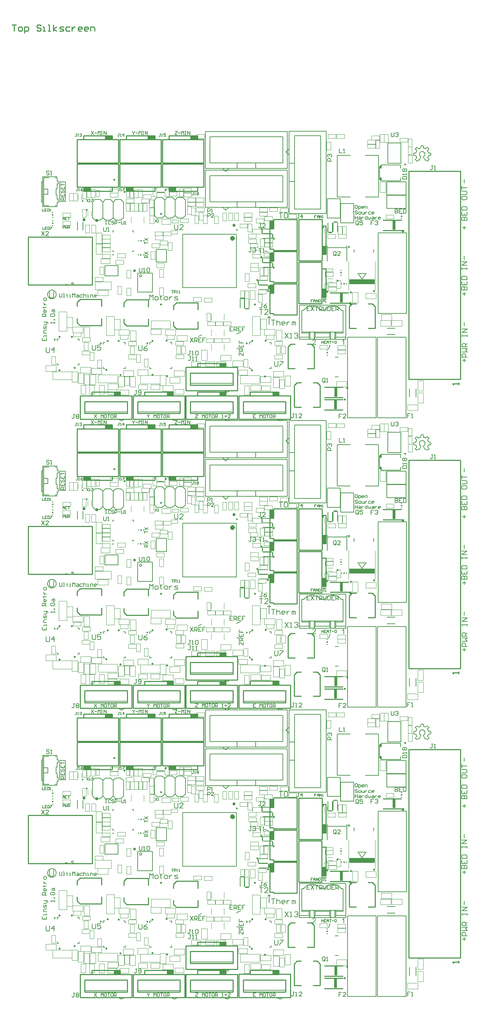
<source format=gto>
G04 Layer_Color=65535*
%FSLAX24Y24*%
%MOIN*%
G70*
G01*
G75*
%ADD10C,0.0070*%
%ADD12C,0.0100*%
%ADD14C,0.0080*%
%ADD68C,0.0060*%
%ADD122C,0.0300*%
%ADD147C,0.0098*%
%ADD148C,0.0236*%
%ADD149C,0.0050*%
%ADD150C,0.0197*%
%ADD151C,0.0200*%
%ADD152C,0.0250*%
%ADD153C,0.0020*%
%ADD154C,0.0079*%
%ADD155C,0.0020*%
%ADD156C,0.0040*%
%ADD157R,0.0120X0.0119*%
%ADD158R,0.0120X0.0060*%
%ADD159R,0.0120X0.0059*%
%ADD160R,0.0295X0.0879*%
%ADD161R,0.2450X0.0492*%
%ADD162R,0.0119X0.0120*%
%ADD163R,0.0060X0.0120*%
%ADD164R,0.0059X0.0120*%
G36*
X17696Y85635D02*
X17010D01*
Y86010D01*
X17696D01*
Y85635D01*
D02*
G37*
G36*
X13563D02*
X12877D01*
Y86010D01*
X13563D01*
Y85635D01*
D02*
G37*
G36*
X9429D02*
X8743D01*
Y86010D01*
X9429D01*
Y85635D01*
D02*
G37*
G36*
X15632Y80648D02*
X14946D01*
Y81023D01*
X15632D01*
Y80648D01*
D02*
G37*
G36*
X11499D02*
X10813D01*
Y81023D01*
X11499D01*
Y80648D01*
D02*
G37*
G36*
X7365D02*
X6679D01*
Y81023D01*
X7365D01*
Y80648D01*
D02*
G37*
G36*
X31902Y65774D02*
X31841D01*
Y66162D01*
X31840Y66161D01*
X31837Y66158D01*
X31832Y66155D01*
X31825Y66149D01*
X31817Y66143D01*
X31807Y66136D01*
X31796Y66127D01*
X31783Y66120D01*
X31782D01*
X31781Y66119D01*
X31777Y66116D01*
X31770Y66112D01*
X31762Y66108D01*
X31752Y66102D01*
X31741Y66098D01*
X31730Y66093D01*
X31719Y66088D01*
Y66148D01*
X31720D01*
X31722Y66149D01*
X31725Y66150D01*
X31728Y66152D01*
X31732Y66155D01*
X31738Y66157D01*
X31750Y66164D01*
X31763Y66172D01*
X31778Y66182D01*
X31793Y66193D01*
X31808Y66205D01*
X31809Y66206D01*
X31809Y66207D01*
X31814Y66211D01*
X31821Y66218D01*
X31829Y66226D01*
X31838Y66237D01*
X31847Y66248D01*
X31855Y66260D01*
X31862Y66273D01*
X31902D01*
Y65774D01*
D02*
G37*
G36*
X29015Y66272D02*
X29021Y66271D01*
X29027Y66270D01*
X29035Y66270D01*
X29043Y66267D01*
X29061Y66263D01*
X29080Y66256D01*
X29090Y66251D01*
X29099Y66246D01*
X29108Y66239D01*
X29116Y66233D01*
X29117Y66232D01*
X29117Y66231D01*
X29120Y66229D01*
X29123Y66226D01*
X29126Y66221D01*
X29130Y66217D01*
X29137Y66205D01*
X29145Y66191D01*
X29151Y66174D01*
X29157Y66155D01*
X29157Y66145D01*
X29158Y66134D01*
Y66133D01*
Y66129D01*
X29157Y66123D01*
X29157Y66115D01*
X29155Y66106D01*
X29153Y66096D01*
X29150Y66086D01*
X29145Y66075D01*
X29145Y66074D01*
X29143Y66070D01*
X29140Y66065D01*
X29136Y66057D01*
X29130Y66048D01*
X29123Y66037D01*
X29114Y66027D01*
X29105Y66015D01*
X29103Y66013D01*
X29099Y66009D01*
X29092Y66002D01*
X29088Y65997D01*
X29083Y65992D01*
X29077Y65986D01*
X29069Y65979D01*
X29061Y65972D01*
X29053Y65964D01*
X29044Y65956D01*
X29033Y65947D01*
X29023Y65938D01*
X29011Y65927D01*
X29010Y65926D01*
X29009Y65925D01*
X29006Y65923D01*
X29002Y65920D01*
X28993Y65912D01*
X28981Y65902D01*
X28970Y65892D01*
X28958Y65881D01*
X28948Y65872D01*
X28944Y65868D01*
X28940Y65864D01*
X28940Y65864D01*
X28938Y65861D01*
X28935Y65858D01*
X28931Y65854D01*
X28923Y65844D01*
X28915Y65832D01*
X29159D01*
Y65774D01*
X28830D01*
Y65774D01*
Y65777D01*
Y65782D01*
X28831Y65787D01*
X28832Y65793D01*
X28832Y65800D01*
X28835Y65808D01*
X28837Y65815D01*
Y65816D01*
X28838Y65817D01*
X28839Y65821D01*
X28842Y65827D01*
X28847Y65836D01*
X28852Y65846D01*
X28860Y65858D01*
X28867Y65869D01*
X28877Y65881D01*
Y65882D01*
X28879Y65882D01*
X28882Y65887D01*
X28888Y65894D01*
X28897Y65903D01*
X28909Y65913D01*
X28922Y65926D01*
X28939Y65941D01*
X28957Y65957D01*
X28958Y65957D01*
X28961Y65960D01*
X28965Y65963D01*
X28970Y65968D01*
X28977Y65973D01*
X28984Y65980D01*
X29001Y65994D01*
X29019Y66012D01*
X29037Y66029D01*
X29046Y66037D01*
X29054Y66046D01*
X29061Y66054D01*
X29067Y66062D01*
Y66062D01*
X29068Y66063D01*
X29070Y66065D01*
X29071Y66068D01*
X29076Y66076D01*
X29081Y66086D01*
X29086Y66097D01*
X29091Y66109D01*
X29094Y66123D01*
X29095Y66136D01*
Y66136D01*
Y66137D01*
X29095Y66142D01*
X29094Y66149D01*
X29092Y66157D01*
X29089Y66167D01*
X29084Y66177D01*
X29078Y66187D01*
X29069Y66197D01*
X29068Y66198D01*
X29064Y66201D01*
X29058Y66205D01*
X29051Y66210D01*
X29041Y66214D01*
X29030Y66218D01*
X29016Y66221D01*
X29001Y66222D01*
X28996D01*
X28993Y66221D01*
X28986Y66220D01*
X28976Y66219D01*
X28965Y66215D01*
X28953Y66211D01*
X28941Y66204D01*
X28931Y66195D01*
X28930Y66193D01*
X28927Y66190D01*
X28922Y66184D01*
X28918Y66176D01*
X28913Y66165D01*
X28909Y66153D01*
X28906Y66139D01*
X28904Y66122D01*
X28841Y66129D01*
Y66130D01*
Y66132D01*
X28842Y66136D01*
X28843Y66140D01*
X28844Y66146D01*
X28845Y66153D01*
X28850Y66168D01*
X28856Y66186D01*
X28864Y66203D01*
X28875Y66220D01*
X28882Y66228D01*
X28889Y66236D01*
X28890Y66236D01*
X28891Y66237D01*
X28894Y66239D01*
X28897Y66242D01*
X28901Y66244D01*
X28906Y66248D01*
X28913Y66251D01*
X28919Y66254D01*
X28927Y66257D01*
X28935Y66261D01*
X28945Y66264D01*
X28955Y66267D01*
X28978Y66271D01*
X28990Y66272D01*
X29002Y66273D01*
X29009D01*
X29015Y66272D01*
D02*
G37*
G36*
X17696Y57643D02*
X17010D01*
Y58018D01*
X17696D01*
Y57643D01*
D02*
G37*
G36*
X13563D02*
X12877D01*
Y58018D01*
X13563D01*
Y57643D01*
D02*
G37*
G36*
X9429D02*
X8743D01*
Y58018D01*
X9429D01*
Y57643D01*
D02*
G37*
G36*
X15632Y52656D02*
X14946D01*
Y53031D01*
X15632D01*
Y52656D01*
D02*
G37*
G36*
X11499D02*
X10813D01*
Y53031D01*
X11499D01*
Y52656D01*
D02*
G37*
G36*
X7365D02*
X6679D01*
Y53031D01*
X7365D01*
Y52656D01*
D02*
G37*
G36*
X31902Y37782D02*
X31841D01*
Y38170D01*
X31840Y38169D01*
X31837Y38166D01*
X31832Y38163D01*
X31825Y38157D01*
X31817Y38150D01*
X31807Y38144D01*
X31796Y38135D01*
X31783Y38128D01*
X31782D01*
X31781Y38127D01*
X31777Y38124D01*
X31770Y38120D01*
X31762Y38116D01*
X31752Y38110D01*
X31741Y38106D01*
X31730Y38101D01*
X31719Y38096D01*
Y38156D01*
X31720D01*
X31722Y38156D01*
X31725Y38158D01*
X31728Y38160D01*
X31732Y38163D01*
X31738Y38165D01*
X31750Y38172D01*
X31763Y38180D01*
X31778Y38190D01*
X31793Y38201D01*
X31808Y38213D01*
X31809Y38214D01*
X31809Y38215D01*
X31814Y38219D01*
X31821Y38226D01*
X31829Y38234D01*
X31838Y38245D01*
X31847Y38256D01*
X31855Y38268D01*
X31862Y38280D01*
X31902D01*
Y37782D01*
D02*
G37*
G36*
X29015Y38280D02*
X29021Y38279D01*
X29027Y38278D01*
X29035Y38277D01*
X29043Y38275D01*
X29061Y38271D01*
X29080Y38264D01*
X29090Y38259D01*
X29099Y38254D01*
X29108Y38247D01*
X29116Y38240D01*
X29117Y38240D01*
X29117Y38239D01*
X29120Y38237D01*
X29123Y38234D01*
X29126Y38229D01*
X29130Y38225D01*
X29137Y38213D01*
X29145Y38199D01*
X29151Y38182D01*
X29157Y38163D01*
X29157Y38153D01*
X29158Y38142D01*
Y38141D01*
Y38137D01*
X29157Y38131D01*
X29157Y38123D01*
X29155Y38114D01*
X29153Y38104D01*
X29150Y38094D01*
X29145Y38083D01*
X29145Y38082D01*
X29143Y38078D01*
X29140Y38073D01*
X29136Y38065D01*
X29130Y38056D01*
X29123Y38045D01*
X29114Y38035D01*
X29105Y38023D01*
X29103Y38021D01*
X29099Y38017D01*
X29092Y38010D01*
X29088Y38005D01*
X29083Y38000D01*
X29077Y37994D01*
X29069Y37987D01*
X29061Y37980D01*
X29053Y37972D01*
X29044Y37964D01*
X29033Y37955D01*
X29023Y37946D01*
X29011Y37935D01*
X29010Y37934D01*
X29009Y37933D01*
X29006Y37930D01*
X29002Y37927D01*
X28993Y37920D01*
X28981Y37910D01*
X28970Y37899D01*
X28958Y37889D01*
X28948Y37880D01*
X28944Y37876D01*
X28940Y37872D01*
X28940Y37871D01*
X28938Y37869D01*
X28935Y37866D01*
X28931Y37862D01*
X28923Y37852D01*
X28915Y37840D01*
X29159D01*
Y37782D01*
X28830D01*
Y37782D01*
Y37785D01*
Y37790D01*
X28831Y37795D01*
X28832Y37801D01*
X28832Y37808D01*
X28835Y37816D01*
X28837Y37823D01*
Y37824D01*
X28838Y37825D01*
X28839Y37829D01*
X28842Y37835D01*
X28847Y37844D01*
X28852Y37854D01*
X28860Y37865D01*
X28867Y37877D01*
X28877Y37889D01*
Y37890D01*
X28879Y37890D01*
X28882Y37895D01*
X28888Y37902D01*
X28897Y37911D01*
X28909Y37921D01*
X28922Y37934D01*
X28939Y37949D01*
X28957Y37964D01*
X28958Y37965D01*
X28961Y37967D01*
X28965Y37970D01*
X28970Y37976D01*
X28977Y37981D01*
X28984Y37988D01*
X29001Y38002D01*
X29019Y38020D01*
X29037Y38037D01*
X29046Y38045D01*
X29054Y38054D01*
X29061Y38062D01*
X29067Y38070D01*
Y38070D01*
X29068Y38071D01*
X29070Y38073D01*
X29071Y38076D01*
X29076Y38084D01*
X29081Y38094D01*
X29086Y38105D01*
X29091Y38117D01*
X29094Y38131D01*
X29095Y38144D01*
Y38144D01*
Y38145D01*
X29095Y38150D01*
X29094Y38156D01*
X29092Y38165D01*
X29089Y38175D01*
X29084Y38184D01*
X29078Y38195D01*
X29069Y38205D01*
X29068Y38206D01*
X29064Y38209D01*
X29058Y38212D01*
X29051Y38218D01*
X29041Y38222D01*
X29030Y38226D01*
X29016Y38229D01*
X29001Y38230D01*
X28996D01*
X28993Y38229D01*
X28986Y38228D01*
X28976Y38227D01*
X28965Y38223D01*
X28953Y38218D01*
X28941Y38212D01*
X28931Y38203D01*
X28930Y38201D01*
X28927Y38198D01*
X28922Y38192D01*
X28918Y38184D01*
X28913Y38173D01*
X28909Y38161D01*
X28906Y38147D01*
X28904Y38130D01*
X28841Y38137D01*
Y38138D01*
Y38140D01*
X28842Y38144D01*
X28843Y38148D01*
X28844Y38154D01*
X28845Y38161D01*
X28850Y38176D01*
X28856Y38194D01*
X28864Y38211D01*
X28875Y38228D01*
X28882Y38236D01*
X28889Y38243D01*
X28890Y38244D01*
X28891Y38245D01*
X28894Y38247D01*
X28897Y38249D01*
X28901Y38252D01*
X28906Y38256D01*
X28913Y38259D01*
X28919Y38262D01*
X28927Y38265D01*
X28935Y38269D01*
X28945Y38272D01*
X28955Y38274D01*
X28978Y38279D01*
X28990Y38280D01*
X29002Y38280D01*
X29009D01*
X29015Y38280D01*
D02*
G37*
G36*
X17696Y29651D02*
X17010D01*
Y30026D01*
X17696D01*
Y29651D01*
D02*
G37*
G36*
X13563D02*
X12877D01*
Y30026D01*
X13563D01*
Y29651D01*
D02*
G37*
G36*
X9429D02*
X8743D01*
Y30026D01*
X9429D01*
Y29651D01*
D02*
G37*
G36*
X15632Y24664D02*
X14946D01*
Y25039D01*
X15632D01*
Y24664D01*
D02*
G37*
G36*
X11499D02*
X10813D01*
Y25039D01*
X11499D01*
Y24664D01*
D02*
G37*
G36*
X7365D02*
X6679D01*
Y25039D01*
X7365D01*
Y24664D01*
D02*
G37*
G36*
X31902Y9789D02*
X31841D01*
Y10178D01*
X31840Y10177D01*
X31837Y10174D01*
X31832Y10170D01*
X31825Y10165D01*
X31817Y10158D01*
X31807Y10151D01*
X31796Y10143D01*
X31783Y10136D01*
X31782D01*
X31781Y10135D01*
X31777Y10132D01*
X31770Y10128D01*
X31762Y10124D01*
X31752Y10118D01*
X31741Y10114D01*
X31730Y10108D01*
X31719Y10104D01*
Y10164D01*
X31720D01*
X31722Y10164D01*
X31725Y10166D01*
X31728Y10168D01*
X31732Y10170D01*
X31738Y10173D01*
X31750Y10179D01*
X31763Y10188D01*
X31778Y10198D01*
X31793Y10209D01*
X31808Y10221D01*
X31809Y10222D01*
X31809Y10223D01*
X31814Y10227D01*
X31821Y10234D01*
X31829Y10242D01*
X31838Y10253D01*
X31847Y10264D01*
X31855Y10276D01*
X31862Y10288D01*
X31902D01*
Y9789D01*
D02*
G37*
G36*
X29015Y10288D02*
X29021Y10287D01*
X29027Y10286D01*
X29035Y10285D01*
X29043Y10283D01*
X29061Y10279D01*
X29080Y10272D01*
X29090Y10267D01*
X29099Y10262D01*
X29108Y10255D01*
X29116Y10248D01*
X29117Y10248D01*
X29117Y10247D01*
X29120Y10244D01*
X29123Y10241D01*
X29126Y10237D01*
X29130Y10232D01*
X29137Y10221D01*
X29145Y10207D01*
X29151Y10190D01*
X29157Y10171D01*
X29157Y10161D01*
X29158Y10150D01*
Y10148D01*
Y10145D01*
X29157Y10139D01*
X29157Y10131D01*
X29155Y10122D01*
X29153Y10112D01*
X29150Y10102D01*
X29145Y10091D01*
X29145Y10089D01*
X29143Y10086D01*
X29140Y10080D01*
X29136Y10073D01*
X29130Y10064D01*
X29123Y10053D01*
X29114Y10043D01*
X29105Y10031D01*
X29103Y10029D01*
X29099Y10024D01*
X29092Y10018D01*
X29088Y10013D01*
X29083Y10008D01*
X29077Y10002D01*
X29069Y9995D01*
X29061Y9988D01*
X29053Y9980D01*
X29044Y9972D01*
X29033Y9962D01*
X29023Y9953D01*
X29011Y9943D01*
X29010Y9942D01*
X29009Y9941D01*
X29006Y9938D01*
X29002Y9935D01*
X28993Y9928D01*
X28981Y9918D01*
X28970Y9907D01*
X28958Y9897D01*
X28948Y9888D01*
X28944Y9884D01*
X28940Y9880D01*
X28940Y9879D01*
X28938Y9877D01*
X28935Y9874D01*
X28931Y9870D01*
X28923Y9860D01*
X28915Y9848D01*
X29159D01*
Y9789D01*
X28830D01*
Y9790D01*
Y9793D01*
Y9798D01*
X28831Y9803D01*
X28832Y9809D01*
X28832Y9816D01*
X28835Y9823D01*
X28837Y9831D01*
Y9832D01*
X28838Y9832D01*
X28839Y9837D01*
X28842Y9843D01*
X28847Y9852D01*
X28852Y9862D01*
X28860Y9873D01*
X28867Y9885D01*
X28877Y9897D01*
Y9897D01*
X28879Y9898D01*
X28882Y9903D01*
X28888Y9910D01*
X28897Y9919D01*
X28909Y9929D01*
X28922Y9942D01*
X28939Y9956D01*
X28957Y9972D01*
X28958Y9973D01*
X28961Y9975D01*
X28965Y9978D01*
X28970Y9984D01*
X28977Y9989D01*
X28984Y9996D01*
X29001Y10010D01*
X29019Y10028D01*
X29037Y10045D01*
X29046Y10053D01*
X29054Y10062D01*
X29061Y10070D01*
X29067Y10077D01*
Y10078D01*
X29068Y10079D01*
X29070Y10081D01*
X29071Y10084D01*
X29076Y10092D01*
X29081Y10102D01*
X29086Y10113D01*
X29091Y10125D01*
X29094Y10139D01*
X29095Y10151D01*
Y10152D01*
Y10153D01*
X29095Y10158D01*
X29094Y10164D01*
X29092Y10173D01*
X29089Y10182D01*
X29084Y10192D01*
X29078Y10203D01*
X29069Y10213D01*
X29068Y10213D01*
X29064Y10217D01*
X29058Y10220D01*
X29051Y10226D01*
X29041Y10230D01*
X29030Y10234D01*
X29016Y10237D01*
X29001Y10238D01*
X28996D01*
X28993Y10237D01*
X28986Y10236D01*
X28976Y10235D01*
X28965Y10231D01*
X28953Y10226D01*
X28941Y10220D01*
X28931Y10210D01*
X28930Y10209D01*
X28927Y10206D01*
X28922Y10200D01*
X28918Y10192D01*
X28913Y10181D01*
X28909Y10169D01*
X28906Y10155D01*
X28904Y10138D01*
X28841Y10145D01*
Y10145D01*
Y10148D01*
X28842Y10151D01*
X28843Y10156D01*
X28844Y10162D01*
X28845Y10169D01*
X28850Y10184D01*
X28856Y10201D01*
X28864Y10219D01*
X28875Y10236D01*
X28882Y10244D01*
X28889Y10251D01*
X28890Y10252D01*
X28891Y10253D01*
X28894Y10255D01*
X28897Y10257D01*
X28901Y10260D01*
X28906Y10263D01*
X28913Y10266D01*
X28919Y10270D01*
X28927Y10273D01*
X28935Y10277D01*
X28945Y10280D01*
X28955Y10282D01*
X28978Y10287D01*
X28990Y10288D01*
X29002Y10288D01*
X29009D01*
X29015Y10288D01*
D02*
G37*
G54D10*
X36469Y30309D02*
Y29976D01*
X36536Y29909D01*
X36669D01*
X36736Y29976D01*
Y30309D01*
X36869Y30243D02*
X36936Y30309D01*
X37069D01*
X37136Y30243D01*
Y30176D01*
X37069Y30109D01*
X37003D01*
X37069D01*
X37136Y30043D01*
Y29976D01*
X37069Y29909D01*
X36936D01*
X36869Y29976D01*
X31449Y28739D02*
Y28339D01*
X31716D01*
X31849D02*
X31983D01*
X31916D01*
Y28739D01*
X31849Y28673D01*
X37569Y25799D02*
X37969D01*
Y25999D01*
X37903Y26066D01*
X37636D01*
X37569Y25999D01*
Y25799D01*
X37969Y26199D02*
Y26333D01*
Y26266D01*
X37569D01*
X37636Y26199D01*
Y26532D02*
X37569Y26599D01*
Y26732D01*
X37636Y26799D01*
X37703D01*
X37769Y26732D01*
X37836Y26799D01*
X37903D01*
X37969Y26732D01*
Y26599D01*
X37903Y26532D01*
X37836D01*
X37769Y26599D01*
X37703Y26532D01*
X37636D01*
X37769Y26599D02*
Y26732D01*
X30719Y27539D02*
X30319D01*
Y27739D01*
X30386Y27806D01*
X30519D01*
X30586Y27739D01*
Y27539D01*
X30386Y27939D02*
X30319Y28006D01*
Y28139D01*
X30386Y28206D01*
X30453D01*
X30519Y28139D01*
Y28073D01*
Y28139D01*
X30586Y28206D01*
X30653D01*
X30719Y28139D01*
Y28006D01*
X30653Y27939D01*
X40496Y27129D02*
X40363D01*
X40429D01*
Y26796D01*
X40363Y26729D01*
X40296D01*
X40229Y26796D01*
X40629Y26729D02*
X40763D01*
X40696D01*
Y27129D01*
X40629Y27063D01*
X8592Y21142D02*
Y20809D01*
X8659Y20742D01*
X8792D01*
X8858Y20809D01*
Y21142D01*
X8992Y20742D02*
X9125D01*
X9058D01*
Y21142D01*
X8992Y21075D01*
X27068Y3122D02*
X26935D01*
X27002D01*
Y2789D01*
X26935Y2722D01*
X26869D01*
X26802Y2789D01*
X27202Y2722D02*
X27335D01*
X27268D01*
Y3122D01*
X27202Y3055D01*
X27802Y2722D02*
X27535D01*
X27802Y2988D01*
Y3055D01*
X27735Y3122D01*
X27602D01*
X27535Y3055D01*
X17068Y8652D02*
X16935D01*
X17002D01*
Y8319D01*
X16935Y8252D01*
X16869D01*
X16802Y8319D01*
X17202Y8252D02*
X17335D01*
X17268D01*
Y8652D01*
X17202Y8585D01*
X17535Y8252D02*
X17668D01*
X17602D01*
Y8652D01*
X17535Y8585D01*
X17028Y9182D02*
X16895D01*
X16962D01*
Y8849D01*
X16895Y8782D01*
X16829D01*
X16762Y8849D01*
X17162Y8782D02*
X17295D01*
X17228D01*
Y9182D01*
X17162Y9115D01*
X17495D02*
X17562Y9182D01*
X17695D01*
X17762Y9115D01*
Y8849D01*
X17695Y8782D01*
X17562D01*
X17495Y8849D01*
Y9115D01*
X11828Y5362D02*
X11695D01*
X11762D01*
Y5029D01*
X11695Y4962D01*
X11629D01*
X11562Y5029D01*
X11962D02*
X12028Y4962D01*
X12162D01*
X12228Y5029D01*
Y5295D01*
X12162Y5362D01*
X12028D01*
X11962Y5295D01*
Y5228D01*
X12028Y5162D01*
X12228D01*
X5818Y3042D02*
X5685D01*
X5752D01*
Y2709D01*
X5685Y2642D01*
X5619D01*
X5552Y2709D01*
X5952Y2975D02*
X6018Y3042D01*
X6152D01*
X6218Y2975D01*
Y2908D01*
X6152Y2842D01*
X6218Y2775D01*
Y2709D01*
X6152Y2642D01*
X6018D01*
X5952Y2709D01*
Y2775D01*
X6018Y2842D01*
X5952Y2908D01*
Y2975D01*
X6018Y2842D02*
X6152D01*
X24008Y13762D02*
X23875D01*
X23942D01*
Y13429D01*
X23875Y13362D01*
X23809D01*
X23742Y13429D01*
X24408Y13762D02*
X24275Y13695D01*
X24142Y13562D01*
Y13429D01*
X24208Y13362D01*
X24342D01*
X24408Y13429D01*
Y13495D01*
X24342Y13562D01*
X24142D01*
X22948Y19132D02*
X22815D01*
X22882D01*
Y18799D01*
X22815Y18732D01*
X22749D01*
X22682Y18799D01*
X23082Y19065D02*
X23148Y19132D01*
X23282D01*
X23348Y19065D01*
Y18998D01*
X23282Y18932D01*
X23215D01*
X23282D01*
X23348Y18865D01*
Y18799D01*
X23282Y18732D01*
X23148D01*
X23082Y18799D01*
X23876Y21529D02*
X23743D01*
X23809D01*
Y21196D01*
X23743Y21129D01*
X23676D01*
X23609Y21196D01*
X24276Y21129D02*
X24009D01*
X24276Y21396D01*
Y21463D01*
X24209Y21529D01*
X24076D01*
X24009Y21463D01*
X31146Y18486D02*
Y18753D01*
X31079Y18819D01*
X30946D01*
X30879Y18753D01*
Y18486D01*
X30946Y18419D01*
X31079D01*
X31013Y18553D02*
X31146Y18419D01*
X31079D02*
X31146Y18486D01*
X31546Y18419D02*
X31279D01*
X31546Y18686D01*
Y18753D01*
X31479Y18819D01*
X31346D01*
X31279Y18753D01*
X30088Y6199D02*
Y6465D01*
X30022Y6532D01*
X29889D01*
X29822Y6465D01*
Y6199D01*
X29889Y6132D01*
X30022D01*
X29955Y6265D02*
X30088Y6132D01*
X30022D02*
X30088Y6199D01*
X30222Y6132D02*
X30355D01*
X30288D01*
Y6532D01*
X30222Y6465D01*
X3326Y26543D02*
X3259Y26609D01*
X3126D01*
X3059Y26543D01*
Y26476D01*
X3126Y26409D01*
X3259D01*
X3326Y26343D01*
Y26276D01*
X3259Y26209D01*
X3126D01*
X3059Y26276D01*
X3459Y26209D02*
X3593D01*
X3526D01*
Y26609D01*
X3459Y26543D01*
X2609Y20739D02*
X2876Y20339D01*
Y20739D02*
X2609Y20339D01*
X3276D02*
X3009D01*
X3276Y20606D01*
Y20673D01*
X3209Y20739D01*
X3076D01*
X3009Y20673D01*
X33306Y21436D02*
Y21703D01*
X33239Y21769D01*
X33106D01*
X33039Y21703D01*
Y21436D01*
X33106Y21369D01*
X33239D01*
X33173Y21503D02*
X33306Y21369D01*
X33239D02*
X33306Y21436D01*
X33706Y21769D02*
X33439D01*
Y21569D01*
X33573Y21636D01*
X33639D01*
X33706Y21569D01*
Y21436D01*
X33639Y21369D01*
X33506D01*
X33439Y21436D01*
X12089Y17229D02*
Y16896D01*
X12156Y16829D01*
X12289D01*
X12356Y16896D01*
Y17229D01*
X12489Y16829D02*
X12623D01*
X12556D01*
Y17229D01*
X12489Y17163D01*
X12822D02*
X12889Y17229D01*
X13022D01*
X13089Y17163D01*
Y16896D01*
X13022Y16829D01*
X12889D01*
X12822Y16896D01*
Y17163D01*
X31686Y3089D02*
X31419D01*
Y2889D01*
X31553D01*
X31419D01*
Y2689D01*
X32086D02*
X31819D01*
X32086Y2956D01*
Y3023D01*
X32019Y3089D01*
X31886D01*
X31819Y3023D01*
X34776Y21789D02*
X34509D01*
Y21589D01*
X34643D01*
X34509D01*
Y21389D01*
X34909Y21723D02*
X34976Y21789D01*
X35109D01*
X35176Y21723D01*
Y21656D01*
X35109Y21589D01*
X35043D01*
X35109D01*
X35176Y21523D01*
Y21456D01*
X35109Y21389D01*
X34976D01*
X34909Y21456D01*
X18689Y22609D02*
Y22959D01*
X18864D01*
X18923Y22901D01*
Y22784D01*
X18864Y22726D01*
X18689D01*
X19039Y22609D02*
X19156D01*
X19098D01*
Y22959D01*
X19039Y22901D01*
X18689Y22119D02*
Y22469D01*
X18864D01*
X18923Y22411D01*
Y22294D01*
X18864Y22236D01*
X18689D01*
X19273Y22119D02*
X19039D01*
X19273Y22353D01*
Y22411D01*
X19214Y22469D01*
X19098D01*
X19039Y22411D01*
X38296Y3129D02*
X38029D01*
Y2929D01*
X38163D01*
X38029D01*
Y2729D01*
X38429D02*
X38563D01*
X38496D01*
Y3129D01*
X38429Y3063D01*
X36829Y22919D02*
Y22519D01*
X37029D01*
X37096Y22586D01*
Y22653D01*
X37029Y22719D01*
X36829D01*
X37029D01*
X37096Y22786D01*
Y22853D01*
X37029Y22919D01*
X36829D01*
X37496D02*
X37229D01*
Y22519D01*
X37496D01*
X37229Y22719D02*
X37363D01*
X37629Y22919D02*
Y22519D01*
X37829D01*
X37896Y22586D01*
Y22853D01*
X37829Y22919D01*
X37629D01*
X21116Y11519D02*
X20849D01*
Y11119D01*
X21116D01*
X20849Y11319D02*
X20983D01*
X21249Y11119D02*
Y11519D01*
X21449D01*
X21516Y11453D01*
Y11319D01*
X21449Y11253D01*
X21249D01*
X21383D02*
X21516Y11119D01*
X21916Y11519D02*
X21649D01*
Y11119D01*
X21916D01*
X21649Y11319D02*
X21782D01*
X22316Y11519D02*
X22049D01*
Y11319D01*
X22182D01*
X22049D01*
Y11119D01*
X21742Y8732D02*
Y8998D01*
X21809D01*
X22075Y8732D01*
X22142D01*
Y8998D01*
Y9132D02*
X21742D01*
Y9332D01*
X21809Y9398D01*
X21942D01*
X22009Y9332D01*
Y9132D01*
Y9265D02*
X22142Y9398D01*
X21742Y9798D02*
Y9532D01*
X22142D01*
Y9798D01*
X21942Y9532D02*
Y9665D01*
X21742Y10198D02*
Y9931D01*
X21942D01*
Y10065D01*
Y9931D01*
X22142D01*
X16992Y10452D02*
X17258Y10052D01*
Y10452D02*
X16992Y10052D01*
X17392D02*
Y10452D01*
X17592D01*
X17658Y10385D01*
Y10252D01*
X17592Y10185D01*
X17392D01*
X17525D02*
X17658Y10052D01*
X18058Y10452D02*
X17792D01*
Y10052D01*
X18058D01*
X17792Y10252D02*
X17925D01*
X18458Y10452D02*
X18191D01*
Y10252D01*
X18325D01*
X18191D01*
Y10052D01*
X23632Y19129D02*
X23898D01*
X23765D01*
Y18729D01*
X24032D02*
X24165D01*
X24098D01*
Y19129D01*
X24032Y19063D01*
X4339Y14749D02*
Y14449D01*
X4399Y14389D01*
X4519D01*
X4579Y14449D01*
Y14749D01*
X4699Y14389D02*
X4819D01*
X4759D01*
Y14749D01*
X4699D01*
X5059Y14689D02*
Y14629D01*
X4999D01*
X5119D01*
X5059D01*
Y14449D01*
X5119Y14389D01*
X5299D02*
X5419D01*
X5359D01*
Y14629D01*
X5299D01*
X5599Y14389D02*
Y14749D01*
X5719Y14629D01*
X5839Y14749D01*
Y14389D01*
X6019Y14629D02*
X6139D01*
X6199Y14569D01*
Y14389D01*
X6019D01*
X5959Y14449D01*
X6019Y14509D01*
X6199D01*
X6559Y14629D02*
X6379D01*
X6319Y14569D01*
Y14449D01*
X6379Y14389D01*
X6559D01*
X6679Y14749D02*
Y14389D01*
Y14569D01*
X6739Y14629D01*
X6859D01*
X6919Y14569D01*
Y14389D01*
X7038D02*
X7158D01*
X7098D01*
Y14629D01*
X7038D01*
X7338Y14389D02*
Y14629D01*
X7518D01*
X7578Y14569D01*
Y14389D01*
X7878D02*
X7758D01*
X7698Y14449D01*
Y14569D01*
X7758Y14629D01*
X7878D01*
X7938Y14569D01*
Y14509D01*
X7698D01*
X28566Y13479D02*
X28299D01*
Y13079D01*
X28566D01*
X28299Y13279D02*
X28433D01*
X28699Y13479D02*
X28966Y13079D01*
Y13479D02*
X28699Y13079D01*
X29099Y13479D02*
X29366D01*
X29232D01*
Y13079D01*
X29499D02*
Y13479D01*
X29699D01*
X29766Y13413D01*
Y13279D01*
X29699Y13213D01*
X29499D01*
X29632D02*
X29766Y13079D01*
X29899Y13479D02*
Y13146D01*
X29966Y13079D01*
X30099D01*
X30165Y13146D01*
Y13479D01*
X30299D02*
Y13079D01*
X30499D01*
X30565Y13146D01*
Y13413D01*
X30499Y13479D01*
X30299D01*
X30965D02*
X30699D01*
Y13079D01*
X30965D01*
X30699Y13279D02*
X30832D01*
X31098Y13079D02*
Y13479D01*
X31298D01*
X31365Y13413D01*
Y13279D01*
X31298Y13213D01*
X31098D01*
X31232D02*
X31365Y13079D01*
X36469Y58301D02*
Y57968D01*
X36536Y57902D01*
X36669D01*
X36736Y57968D01*
Y58301D01*
X36869Y58235D02*
X36936Y58301D01*
X37069D01*
X37136Y58235D01*
Y58168D01*
X37069Y58101D01*
X37003D01*
X37069D01*
X37136Y58035D01*
Y57968D01*
X37069Y57902D01*
X36936D01*
X36869Y57968D01*
X31449Y56731D02*
Y56332D01*
X31716D01*
X31849D02*
X31983D01*
X31916D01*
Y56731D01*
X31849Y56665D01*
X37569Y53791D02*
X37969D01*
Y53991D01*
X37903Y54058D01*
X37636D01*
X37569Y53991D01*
Y53791D01*
X37969Y54191D02*
Y54325D01*
Y54258D01*
X37569D01*
X37636Y54191D01*
Y54525D02*
X37569Y54591D01*
Y54725D01*
X37636Y54791D01*
X37703D01*
X37769Y54725D01*
X37836Y54791D01*
X37903D01*
X37969Y54725D01*
Y54591D01*
X37903Y54525D01*
X37836D01*
X37769Y54591D01*
X37703Y54525D01*
X37636D01*
X37769Y54591D02*
Y54725D01*
X30719Y55532D02*
X30319D01*
Y55731D01*
X30386Y55798D01*
X30519D01*
X30586Y55731D01*
Y55532D01*
X30386Y55931D02*
X30319Y55998D01*
Y56131D01*
X30386Y56198D01*
X30453D01*
X30519Y56131D01*
Y56065D01*
Y56131D01*
X30586Y56198D01*
X30653D01*
X30719Y56131D01*
Y55998D01*
X30653Y55931D01*
X40496Y55121D02*
X40363D01*
X40429D01*
Y54788D01*
X40363Y54721D01*
X40296D01*
X40229Y54788D01*
X40629Y54721D02*
X40763D01*
X40696D01*
Y55121D01*
X40629Y55055D01*
X8592Y49134D02*
Y48801D01*
X8659Y48734D01*
X8792D01*
X8858Y48801D01*
Y49134D01*
X8992Y48734D02*
X9125D01*
X9058D01*
Y49134D01*
X8992Y49067D01*
X27068Y31114D02*
X26935D01*
X27002D01*
Y30781D01*
X26935Y30714D01*
X26869D01*
X26802Y30781D01*
X27202Y30714D02*
X27335D01*
X27268D01*
Y31114D01*
X27202Y31047D01*
X27802Y30714D02*
X27535D01*
X27802Y30981D01*
Y31047D01*
X27735Y31114D01*
X27602D01*
X27535Y31047D01*
X17068Y36644D02*
X16935D01*
X17002D01*
Y36311D01*
X16935Y36244D01*
X16869D01*
X16802Y36311D01*
X17202Y36244D02*
X17335D01*
X17268D01*
Y36644D01*
X17202Y36577D01*
X17535Y36244D02*
X17668D01*
X17602D01*
Y36644D01*
X17535Y36577D01*
X17028Y37174D02*
X16895D01*
X16962D01*
Y36841D01*
X16895Y36774D01*
X16829D01*
X16762Y36841D01*
X17162Y36774D02*
X17295D01*
X17228D01*
Y37174D01*
X17162Y37107D01*
X17495D02*
X17562Y37174D01*
X17695D01*
X17762Y37107D01*
Y36841D01*
X17695Y36774D01*
X17562D01*
X17495Y36841D01*
Y37107D01*
X11828Y33354D02*
X11695D01*
X11762D01*
Y33021D01*
X11695Y32954D01*
X11629D01*
X11562Y33021D01*
X11962D02*
X12028Y32954D01*
X12162D01*
X12228Y33021D01*
Y33287D01*
X12162Y33354D01*
X12028D01*
X11962Y33287D01*
Y33221D01*
X12028Y33154D01*
X12228D01*
X5818Y31034D02*
X5685D01*
X5752D01*
Y30701D01*
X5685Y30634D01*
X5619D01*
X5552Y30701D01*
X5952Y30967D02*
X6018Y31034D01*
X6152D01*
X6218Y30967D01*
Y30901D01*
X6152Y30834D01*
X6218Y30767D01*
Y30701D01*
X6152Y30634D01*
X6018D01*
X5952Y30701D01*
Y30767D01*
X6018Y30834D01*
X5952Y30901D01*
Y30967D01*
X6018Y30834D02*
X6152D01*
X24008Y41754D02*
X23875D01*
X23942D01*
Y41421D01*
X23875Y41354D01*
X23809D01*
X23742Y41421D01*
X24408Y41754D02*
X24275Y41687D01*
X24142Y41554D01*
Y41421D01*
X24208Y41354D01*
X24342D01*
X24408Y41421D01*
Y41487D01*
X24342Y41554D01*
X24142D01*
X22948Y47124D02*
X22815D01*
X22882D01*
Y46791D01*
X22815Y46724D01*
X22749D01*
X22682Y46791D01*
X23082Y47057D02*
X23148Y47124D01*
X23282D01*
X23348Y47057D01*
Y46991D01*
X23282Y46924D01*
X23215D01*
X23282D01*
X23348Y46857D01*
Y46791D01*
X23282Y46724D01*
X23148D01*
X23082Y46791D01*
X23876Y49521D02*
X23743D01*
X23809D01*
Y49188D01*
X23743Y49121D01*
X23676D01*
X23609Y49188D01*
X24276Y49121D02*
X24009D01*
X24276Y49388D01*
Y49455D01*
X24209Y49521D01*
X24076D01*
X24009Y49455D01*
X31146Y46478D02*
Y46745D01*
X31079Y46811D01*
X30946D01*
X30879Y46745D01*
Y46478D01*
X30946Y46411D01*
X31079D01*
X31013Y46545D02*
X31146Y46411D01*
X31079D02*
X31146Y46478D01*
X31546Y46411D02*
X31279D01*
X31546Y46678D01*
Y46745D01*
X31479Y46811D01*
X31346D01*
X31279Y46745D01*
X30088Y34191D02*
Y34457D01*
X30022Y34524D01*
X29889D01*
X29822Y34457D01*
Y34191D01*
X29889Y34124D01*
X30022D01*
X29955Y34257D02*
X30088Y34124D01*
X30022D02*
X30088Y34191D01*
X30222Y34124D02*
X30355D01*
X30288D01*
Y34524D01*
X30222Y34457D01*
X3326Y54535D02*
X3259Y54601D01*
X3126D01*
X3059Y54535D01*
Y54468D01*
X3126Y54401D01*
X3259D01*
X3326Y54335D01*
Y54268D01*
X3259Y54201D01*
X3126D01*
X3059Y54268D01*
X3459Y54201D02*
X3593D01*
X3526D01*
Y54601D01*
X3459Y54535D01*
X2609Y48731D02*
X2876Y48331D01*
Y48731D02*
X2609Y48331D01*
X3276D02*
X3009D01*
X3276Y48598D01*
Y48665D01*
X3209Y48731D01*
X3076D01*
X3009Y48665D01*
X33306Y49428D02*
Y49695D01*
X33239Y49761D01*
X33106D01*
X33039Y49695D01*
Y49428D01*
X33106Y49362D01*
X33239D01*
X33173Y49495D02*
X33306Y49362D01*
X33239D02*
X33306Y49428D01*
X33706Y49761D02*
X33439D01*
Y49561D01*
X33573Y49628D01*
X33639D01*
X33706Y49561D01*
Y49428D01*
X33639Y49362D01*
X33506D01*
X33439Y49428D01*
X12089Y45221D02*
Y44888D01*
X12156Y44822D01*
X12289D01*
X12356Y44888D01*
Y45221D01*
X12489Y44822D02*
X12623D01*
X12556D01*
Y45221D01*
X12489Y45155D01*
X12822D02*
X12889Y45221D01*
X13022D01*
X13089Y45155D01*
Y44888D01*
X13022Y44822D01*
X12889D01*
X12822Y44888D01*
Y45155D01*
X31686Y31081D02*
X31419D01*
Y30881D01*
X31553D01*
X31419D01*
Y30682D01*
X32086D02*
X31819D01*
X32086Y30948D01*
Y31015D01*
X32019Y31081D01*
X31886D01*
X31819Y31015D01*
X34776Y49781D02*
X34509D01*
Y49581D01*
X34643D01*
X34509D01*
Y49381D01*
X34909Y49715D02*
X34976Y49781D01*
X35109D01*
X35176Y49715D01*
Y49648D01*
X35109Y49581D01*
X35043D01*
X35109D01*
X35176Y49515D01*
Y49448D01*
X35109Y49381D01*
X34976D01*
X34909Y49448D01*
X18689Y50602D02*
Y50951D01*
X18864D01*
X18923Y50893D01*
Y50776D01*
X18864Y50718D01*
X18689D01*
X19039Y50602D02*
X19156D01*
X19098D01*
Y50951D01*
X19039Y50893D01*
X18689Y50111D02*
Y50461D01*
X18864D01*
X18923Y50403D01*
Y50286D01*
X18864Y50228D01*
X18689D01*
X19273Y50111D02*
X19039D01*
X19273Y50345D01*
Y50403D01*
X19214Y50461D01*
X19098D01*
X19039Y50403D01*
X38296Y31121D02*
X38029D01*
Y30921D01*
X38163D01*
X38029D01*
Y30721D01*
X38429D02*
X38563D01*
X38496D01*
Y31121D01*
X38429Y31055D01*
X36829Y50911D02*
Y50511D01*
X37029D01*
X37096Y50578D01*
Y50645D01*
X37029Y50711D01*
X36829D01*
X37029D01*
X37096Y50778D01*
Y50845D01*
X37029Y50911D01*
X36829D01*
X37496D02*
X37229D01*
Y50511D01*
X37496D01*
X37229Y50711D02*
X37363D01*
X37629Y50911D02*
Y50511D01*
X37829D01*
X37896Y50578D01*
Y50845D01*
X37829Y50911D01*
X37629D01*
X21116Y39511D02*
X20849D01*
Y39111D01*
X21116D01*
X20849Y39311D02*
X20983D01*
X21249Y39111D02*
Y39511D01*
X21449D01*
X21516Y39445D01*
Y39311D01*
X21449Y39245D01*
X21249D01*
X21383D02*
X21516Y39111D01*
X21916Y39511D02*
X21649D01*
Y39111D01*
X21916D01*
X21649Y39311D02*
X21782D01*
X22316Y39511D02*
X22049D01*
Y39311D01*
X22182D01*
X22049D01*
Y39111D01*
X21742Y36724D02*
Y36991D01*
X21809D01*
X22075Y36724D01*
X22142D01*
Y36991D01*
Y37124D02*
X21742D01*
Y37324D01*
X21809Y37390D01*
X21942D01*
X22009Y37324D01*
Y37124D01*
Y37257D02*
X22142Y37390D01*
X21742Y37790D02*
Y37524D01*
X22142D01*
Y37790D01*
X21942Y37524D02*
Y37657D01*
X21742Y38190D02*
Y37924D01*
X21942D01*
Y38057D01*
Y37924D01*
X22142D01*
X16992Y38444D02*
X17258Y38044D01*
Y38444D02*
X16992Y38044D01*
X17392D02*
Y38444D01*
X17592D01*
X17658Y38377D01*
Y38244D01*
X17592Y38177D01*
X17392D01*
X17525D02*
X17658Y38044D01*
X18058Y38444D02*
X17792D01*
Y38044D01*
X18058D01*
X17792Y38244D02*
X17925D01*
X18458Y38444D02*
X18191D01*
Y38244D01*
X18325D01*
X18191D01*
Y38044D01*
X23632Y47121D02*
X23898D01*
X23765D01*
Y46722D01*
X24032D02*
X24165D01*
X24098D01*
Y47121D01*
X24032Y47055D01*
X4339Y42741D02*
Y42441D01*
X4399Y42382D01*
X4519D01*
X4579Y42441D01*
Y42741D01*
X4699Y42382D02*
X4819D01*
X4759D01*
Y42741D01*
X4699D01*
X5059Y42681D02*
Y42621D01*
X4999D01*
X5119D01*
X5059D01*
Y42441D01*
X5119Y42382D01*
X5299D02*
X5419D01*
X5359D01*
Y42621D01*
X5299D01*
X5599Y42382D02*
Y42741D01*
X5719Y42621D01*
X5839Y42741D01*
Y42382D01*
X6019Y42621D02*
X6139D01*
X6199Y42561D01*
Y42382D01*
X6019D01*
X5959Y42441D01*
X6019Y42501D01*
X6199D01*
X6559Y42621D02*
X6379D01*
X6319Y42561D01*
Y42441D01*
X6379Y42382D01*
X6559D01*
X6679Y42741D02*
Y42382D01*
Y42561D01*
X6739Y42621D01*
X6859D01*
X6919Y42561D01*
Y42382D01*
X7038D02*
X7158D01*
X7098D01*
Y42621D01*
X7038D01*
X7338Y42382D02*
Y42621D01*
X7518D01*
X7578Y42561D01*
Y42382D01*
X7878D02*
X7758D01*
X7698Y42441D01*
Y42561D01*
X7758Y42621D01*
X7878D01*
X7938Y42561D01*
Y42501D01*
X7698D01*
X28566Y41471D02*
X28299D01*
Y41072D01*
X28566D01*
X28299Y41271D02*
X28433D01*
X28699Y41471D02*
X28966Y41072D01*
Y41471D02*
X28699Y41072D01*
X29099Y41471D02*
X29366D01*
X29232D01*
Y41072D01*
X29499D02*
Y41471D01*
X29699D01*
X29766Y41405D01*
Y41271D01*
X29699Y41205D01*
X29499D01*
X29632D02*
X29766Y41072D01*
X29899Y41471D02*
Y41138D01*
X29966Y41072D01*
X30099D01*
X30165Y41138D01*
Y41471D01*
X30299D02*
Y41072D01*
X30499D01*
X30565Y41138D01*
Y41405D01*
X30499Y41471D01*
X30299D01*
X30965D02*
X30699D01*
Y41072D01*
X30965D01*
X30699Y41271D02*
X30832D01*
X31098Y41072D02*
Y41471D01*
X31298D01*
X31365Y41405D01*
Y41271D01*
X31298Y41205D01*
X31098D01*
X31232D02*
X31365Y41072D01*
X36469Y86293D02*
Y85960D01*
X36536Y85894D01*
X36669D01*
X36736Y85960D01*
Y86293D01*
X36869Y86227D02*
X36936Y86293D01*
X37069D01*
X37136Y86227D01*
Y86160D01*
X37069Y86094D01*
X37003D01*
X37069D01*
X37136Y86027D01*
Y85960D01*
X37069Y85894D01*
X36936D01*
X36869Y85960D01*
X31449Y84723D02*
Y84324D01*
X31716D01*
X31849D02*
X31983D01*
X31916D01*
Y84723D01*
X31849Y84657D01*
X37569Y81784D02*
X37969D01*
Y81984D01*
X37903Y82050D01*
X37636D01*
X37569Y81984D01*
Y81784D01*
X37969Y82183D02*
Y82317D01*
Y82250D01*
X37569D01*
X37636Y82183D01*
Y82517D02*
X37569Y82583D01*
Y82717D01*
X37636Y82783D01*
X37703D01*
X37769Y82717D01*
X37836Y82783D01*
X37903D01*
X37969Y82717D01*
Y82583D01*
X37903Y82517D01*
X37836D01*
X37769Y82583D01*
X37703Y82517D01*
X37636D01*
X37769Y82583D02*
Y82717D01*
X30719Y83524D02*
X30319D01*
Y83724D01*
X30386Y83790D01*
X30519D01*
X30586Y83724D01*
Y83524D01*
X30386Y83923D02*
X30319Y83990D01*
Y84123D01*
X30386Y84190D01*
X30453D01*
X30519Y84123D01*
Y84057D01*
Y84123D01*
X30586Y84190D01*
X30653D01*
X30719Y84123D01*
Y83990D01*
X30653Y83923D01*
X40496Y83113D02*
X40363D01*
X40429D01*
Y82780D01*
X40363Y82714D01*
X40296D01*
X40229Y82780D01*
X40629Y82714D02*
X40763D01*
X40696D01*
Y83113D01*
X40629Y83047D01*
X8592Y77126D02*
Y76793D01*
X8659Y76726D01*
X8792D01*
X8858Y76793D01*
Y77126D01*
X8992Y76726D02*
X9125D01*
X9058D01*
Y77126D01*
X8992Y77059D01*
X27068Y59106D02*
X26935D01*
X27002D01*
Y58773D01*
X26935Y58706D01*
X26869D01*
X26802Y58773D01*
X27202Y58706D02*
X27335D01*
X27268D01*
Y59106D01*
X27202Y59039D01*
X27802Y58706D02*
X27535D01*
X27802Y58973D01*
Y59039D01*
X27735Y59106D01*
X27602D01*
X27535Y59039D01*
X17068Y64636D02*
X16935D01*
X17002D01*
Y64303D01*
X16935Y64236D01*
X16869D01*
X16802Y64303D01*
X17202Y64236D02*
X17335D01*
X17268D01*
Y64636D01*
X17202Y64569D01*
X17535Y64236D02*
X17668D01*
X17602D01*
Y64636D01*
X17535Y64569D01*
X17028Y65166D02*
X16895D01*
X16962D01*
Y64833D01*
X16895Y64766D01*
X16829D01*
X16762Y64833D01*
X17162Y64766D02*
X17295D01*
X17228D01*
Y65166D01*
X17162Y65099D01*
X17495D02*
X17562Y65166D01*
X17695D01*
X17762Y65099D01*
Y64833D01*
X17695Y64766D01*
X17562D01*
X17495Y64833D01*
Y65099D01*
X11828Y61346D02*
X11695D01*
X11762D01*
Y61013D01*
X11695Y60946D01*
X11629D01*
X11562Y61013D01*
X11962D02*
X12028Y60946D01*
X12162D01*
X12228Y61013D01*
Y61279D01*
X12162Y61346D01*
X12028D01*
X11962Y61279D01*
Y61213D01*
X12028Y61146D01*
X12228D01*
X5818Y59026D02*
X5685D01*
X5752D01*
Y58693D01*
X5685Y58626D01*
X5619D01*
X5552Y58693D01*
X5952Y58959D02*
X6018Y59026D01*
X6152D01*
X6218Y58959D01*
Y58893D01*
X6152Y58826D01*
X6218Y58759D01*
Y58693D01*
X6152Y58626D01*
X6018D01*
X5952Y58693D01*
Y58759D01*
X6018Y58826D01*
X5952Y58893D01*
Y58959D01*
X6018Y58826D02*
X6152D01*
X24008Y69746D02*
X23875D01*
X23942D01*
Y69413D01*
X23875Y69346D01*
X23809D01*
X23742Y69413D01*
X24408Y69746D02*
X24275Y69679D01*
X24142Y69546D01*
Y69413D01*
X24208Y69346D01*
X24342D01*
X24408Y69413D01*
Y69479D01*
X24342Y69546D01*
X24142D01*
X22948Y75116D02*
X22815D01*
X22882D01*
Y74783D01*
X22815Y74716D01*
X22749D01*
X22682Y74783D01*
X23082Y75049D02*
X23148Y75116D01*
X23282D01*
X23348Y75049D01*
Y74983D01*
X23282Y74916D01*
X23215D01*
X23282D01*
X23348Y74849D01*
Y74783D01*
X23282Y74716D01*
X23148D01*
X23082Y74783D01*
X23876Y77513D02*
X23743D01*
X23809D01*
Y77180D01*
X23743Y77114D01*
X23676D01*
X23609Y77180D01*
X24276Y77114D02*
X24009D01*
X24276Y77380D01*
Y77447D01*
X24209Y77513D01*
X24076D01*
X24009Y77447D01*
X31146Y74470D02*
Y74737D01*
X31079Y74803D01*
X30946D01*
X30879Y74737D01*
Y74470D01*
X30946Y74404D01*
X31079D01*
X31013Y74537D02*
X31146Y74404D01*
X31079D02*
X31146Y74470D01*
X31546Y74404D02*
X31279D01*
X31546Y74670D01*
Y74737D01*
X31479Y74803D01*
X31346D01*
X31279Y74737D01*
X30088Y62183D02*
Y62449D01*
X30022Y62516D01*
X29889D01*
X29822Y62449D01*
Y62183D01*
X29889Y62116D01*
X30022D01*
X29955Y62249D02*
X30088Y62116D01*
X30022D02*
X30088Y62183D01*
X30222Y62116D02*
X30355D01*
X30288D01*
Y62516D01*
X30222Y62449D01*
X3326Y82527D02*
X3259Y82593D01*
X3126D01*
X3059Y82527D01*
Y82460D01*
X3126Y82394D01*
X3259D01*
X3326Y82327D01*
Y82260D01*
X3259Y82194D01*
X3126D01*
X3059Y82260D01*
X3459Y82194D02*
X3593D01*
X3526D01*
Y82593D01*
X3459Y82527D01*
X2609Y76723D02*
X2876Y76324D01*
Y76723D02*
X2609Y76324D01*
X3276D02*
X3009D01*
X3276Y76590D01*
Y76657D01*
X3209Y76723D01*
X3076D01*
X3009Y76657D01*
X33306Y77420D02*
Y77687D01*
X33239Y77753D01*
X33106D01*
X33039Y77687D01*
Y77420D01*
X33106Y77354D01*
X33239D01*
X33173Y77487D02*
X33306Y77354D01*
X33239D02*
X33306Y77420D01*
X33706Y77753D02*
X33439D01*
Y77554D01*
X33573Y77620D01*
X33639D01*
X33706Y77554D01*
Y77420D01*
X33639Y77354D01*
X33506D01*
X33439Y77420D01*
X12089Y73213D02*
Y72880D01*
X12156Y72814D01*
X12289D01*
X12356Y72880D01*
Y73213D01*
X12489Y72814D02*
X12623D01*
X12556D01*
Y73213D01*
X12489Y73147D01*
X12822D02*
X12889Y73213D01*
X13022D01*
X13089Y73147D01*
Y72880D01*
X13022Y72814D01*
X12889D01*
X12822Y72880D01*
Y73147D01*
X31686Y59073D02*
X31419D01*
Y58874D01*
X31553D01*
X31419D01*
Y58674D01*
X32086D02*
X31819D01*
X32086Y58940D01*
Y59007D01*
X32019Y59073D01*
X31886D01*
X31819Y59007D01*
X34776Y77773D02*
X34509D01*
Y77574D01*
X34643D01*
X34509D01*
Y77374D01*
X34909Y77707D02*
X34976Y77773D01*
X35109D01*
X35176Y77707D01*
Y77640D01*
X35109Y77574D01*
X35043D01*
X35109D01*
X35176Y77507D01*
Y77440D01*
X35109Y77374D01*
X34976D01*
X34909Y77440D01*
X18689Y78594D02*
Y78944D01*
X18864D01*
X18923Y78885D01*
Y78769D01*
X18864Y78710D01*
X18689D01*
X19039Y78594D02*
X19156D01*
X19098D01*
Y78944D01*
X19039Y78885D01*
X18689Y78104D02*
Y78454D01*
X18864D01*
X18923Y78395D01*
Y78279D01*
X18864Y78220D01*
X18689D01*
X19273Y78104D02*
X19039D01*
X19273Y78337D01*
Y78395D01*
X19214Y78454D01*
X19098D01*
X19039Y78395D01*
X38296Y59113D02*
X38029D01*
Y58914D01*
X38163D01*
X38029D01*
Y58714D01*
X38429D02*
X38563D01*
X38496D01*
Y59113D01*
X38429Y59047D01*
X36829Y78903D02*
Y78504D01*
X37029D01*
X37096Y78570D01*
Y78637D01*
X37029Y78704D01*
X36829D01*
X37029D01*
X37096Y78770D01*
Y78837D01*
X37029Y78903D01*
X36829D01*
X37496D02*
X37229D01*
Y78504D01*
X37496D01*
X37229Y78704D02*
X37363D01*
X37629Y78903D02*
Y78504D01*
X37829D01*
X37896Y78570D01*
Y78837D01*
X37829Y78903D01*
X37629D01*
X21116Y67503D02*
X20849D01*
Y67104D01*
X21116D01*
X20849Y67304D02*
X20983D01*
X21249Y67104D02*
Y67503D01*
X21449D01*
X21516Y67437D01*
Y67304D01*
X21449Y67237D01*
X21249D01*
X21383D02*
X21516Y67104D01*
X21916Y67503D02*
X21649D01*
Y67104D01*
X21916D01*
X21649Y67304D02*
X21782D01*
X22316Y67503D02*
X22049D01*
Y67304D01*
X22182D01*
X22049D01*
Y67104D01*
X21742Y64716D02*
Y64983D01*
X21809D01*
X22075Y64716D01*
X22142D01*
Y64983D01*
Y65116D02*
X21742D01*
Y65316D01*
X21809Y65383D01*
X21942D01*
X22009Y65316D01*
Y65116D01*
Y65249D02*
X22142Y65383D01*
X21742Y65782D02*
Y65516D01*
X22142D01*
Y65782D01*
X21942Y65516D02*
Y65649D01*
X21742Y66182D02*
Y65916D01*
X21942D01*
Y66049D01*
Y65916D01*
X22142D01*
X16992Y66436D02*
X17258Y66036D01*
Y66436D02*
X16992Y66036D01*
X17392D02*
Y66436D01*
X17592D01*
X17658Y66369D01*
Y66236D01*
X17592Y66169D01*
X17392D01*
X17525D02*
X17658Y66036D01*
X18058Y66436D02*
X17792D01*
Y66036D01*
X18058D01*
X17792Y66236D02*
X17925D01*
X18458Y66436D02*
X18191D01*
Y66236D01*
X18325D01*
X18191D01*
Y66036D01*
X23632Y75113D02*
X23898D01*
X23765D01*
Y74714D01*
X24032D02*
X24165D01*
X24098D01*
Y75113D01*
X24032Y75047D01*
X4339Y70734D02*
Y70434D01*
X4399Y70374D01*
X4519D01*
X4579Y70434D01*
Y70734D01*
X4699Y70374D02*
X4819D01*
X4759D01*
Y70734D01*
X4699D01*
X5059Y70674D02*
Y70614D01*
X4999D01*
X5119D01*
X5059D01*
Y70434D01*
X5119Y70374D01*
X5299D02*
X5419D01*
X5359D01*
Y70614D01*
X5299D01*
X5599Y70374D02*
Y70734D01*
X5719Y70614D01*
X5839Y70734D01*
Y70374D01*
X6019Y70614D02*
X6139D01*
X6199Y70554D01*
Y70374D01*
X6019D01*
X5959Y70434D01*
X6019Y70494D01*
X6199D01*
X6559Y70614D02*
X6379D01*
X6319Y70554D01*
Y70434D01*
X6379Y70374D01*
X6559D01*
X6679Y70734D02*
Y70374D01*
Y70554D01*
X6739Y70614D01*
X6859D01*
X6919Y70554D01*
Y70374D01*
X7038D02*
X7158D01*
X7098D01*
Y70614D01*
X7038D01*
X7338Y70374D02*
Y70614D01*
X7518D01*
X7578Y70554D01*
Y70374D01*
X7878D02*
X7758D01*
X7698Y70434D01*
Y70554D01*
X7758Y70614D01*
X7878D01*
X7938Y70554D01*
Y70494D01*
X7698D01*
X28566Y69463D02*
X28299D01*
Y69064D01*
X28566D01*
X28299Y69264D02*
X28433D01*
X28699Y69463D02*
X28966Y69064D01*
Y69463D02*
X28699Y69064D01*
X29099Y69463D02*
X29366D01*
X29232D01*
Y69064D01*
X29499D02*
Y69463D01*
X29699D01*
X29766Y69397D01*
Y69264D01*
X29699Y69197D01*
X29499D01*
X29632D02*
X29766Y69064D01*
X29899Y69463D02*
Y69130D01*
X29966Y69064D01*
X30099D01*
X30165Y69130D01*
Y69463D01*
X30299D02*
Y69064D01*
X30499D01*
X30565Y69130D01*
Y69397D01*
X30499Y69463D01*
X30299D01*
X30965D02*
X30699D01*
Y69064D01*
X30965D01*
X30699Y69264D02*
X30832D01*
X31098Y69064D02*
Y69463D01*
X31298D01*
X31365Y69397D01*
Y69264D01*
X31298Y69197D01*
X31098D01*
X31232D02*
X31365Y69064D01*
G54D12*
X-272Y96728D02*
X128D01*
X-72D01*
Y96128D01*
X428D02*
X628D01*
X728Y96228D01*
Y96428D01*
X628Y96528D01*
X428D01*
X328Y96428D01*
Y96228D01*
X428Y96128D01*
X928Y95928D02*
Y96528D01*
X1228D01*
X1328Y96428D01*
Y96228D01*
X1228Y96128D01*
X928D01*
X2527Y96628D02*
X2427Y96728D01*
X2228D01*
X2128Y96628D01*
Y96528D01*
X2228Y96428D01*
X2427D01*
X2527Y96328D01*
Y96228D01*
X2427Y96128D01*
X2228D01*
X2128Y96228D01*
X2727Y96128D02*
X2927D01*
X2827D01*
Y96528D01*
X2727D01*
X3227Y96128D02*
X3427D01*
X3327D01*
Y96728D01*
X3227D01*
X3727Y96128D02*
Y96728D01*
Y96328D02*
X4027Y96528D01*
X3727Y96328D02*
X4027Y96128D01*
X4327D02*
X4627D01*
X4727Y96228D01*
X4627Y96328D01*
X4427D01*
X4327Y96428D01*
X4427Y96528D01*
X4727D01*
X5327D02*
X5027D01*
X4927Y96428D01*
Y96228D01*
X5027Y96128D01*
X5327D01*
X5526Y96528D02*
Y96128D01*
Y96328D01*
X5626Y96428D01*
X5726Y96528D01*
X5826D01*
X6426Y96128D02*
X6226D01*
X6126Y96228D01*
Y96428D01*
X6226Y96528D01*
X6426D01*
X6526Y96428D01*
Y96328D01*
X6126D01*
X7026Y96128D02*
X6826D01*
X6726Y96228D01*
Y96428D01*
X6826Y96528D01*
X7026D01*
X7126Y96428D01*
Y96328D01*
X6726D01*
X7326Y96128D02*
Y96528D01*
X7626D01*
X7726Y96428D01*
Y96128D01*
X7009Y22835D02*
X6943Y22873D01*
Y22797D01*
X7009Y22835D01*
X6609Y23705D02*
X6543Y23743D01*
Y23667D01*
X6609Y23705D01*
X30249Y15754D02*
X30183Y15792D01*
Y15716D01*
X30249Y15754D01*
X29908Y21154D02*
X29842Y21192D01*
Y21116D01*
X29908Y21154D01*
X10813Y25039D02*
X13568D01*
X14188D02*
Y27294D01*
X10188D02*
X14188D01*
X10188Y25039D02*
Y27294D01*
Y25039D02*
X10813D01*
Y24664D02*
Y25039D01*
Y24664D02*
X13568D01*
Y25039D01*
X14188D01*
X6679D02*
X9434D01*
X10054D02*
Y27294D01*
X6054D02*
X10054D01*
X6054Y25039D02*
Y27294D01*
Y25039D02*
X6679D01*
Y24664D02*
Y25039D01*
Y24664D02*
X9434D01*
Y25039D01*
X10054D01*
X10808Y29651D02*
X13563D01*
X10188Y27396D02*
Y29651D01*
Y27396D02*
X14188D01*
Y29651D01*
X13563D02*
X14188D01*
X13563D02*
Y30026D01*
X10808D02*
X13563D01*
X10808Y29651D02*
Y30026D01*
X10188Y29651D02*
X10808D01*
X6674D02*
X9429D01*
X6054Y27396D02*
Y29651D01*
Y27396D02*
X10054D01*
Y29651D01*
X9429D02*
X10054D01*
X9429D02*
Y30026D01*
X6674D02*
X9429D01*
X6674Y29651D02*
Y30026D01*
X6054Y29651D02*
X6674D01*
X14941D02*
X17696D01*
X14321Y27396D02*
Y29651D01*
Y27396D02*
X18321D01*
Y29651D01*
X17696D02*
X18321D01*
X17696D02*
Y30026D01*
X14941D02*
X17696D01*
X14941Y29651D02*
Y30026D01*
X14321Y29651D02*
X14941D01*
X38169Y6444D02*
X43169D01*
Y26594D01*
X38169D02*
X43169D01*
X38169Y6444D02*
Y26594D01*
X29314Y6120D02*
X29589Y5845D01*
X29589Y3758D02*
Y5845D01*
X28920Y6120D02*
X29314D01*
X27070Y3758D02*
Y5845D01*
X27070D02*
X27345Y6120D01*
X27739D01*
X27070Y3758D02*
X27739D01*
X28920D02*
X29589D01*
X15385Y13574D02*
X15660Y13849D01*
Y13849D02*
X17747D01*
X15385Y13180D02*
Y13574D01*
X15660Y11330D02*
X17747D01*
X15385Y11605D02*
X15660Y11330D01*
X15385Y11605D02*
Y11999D01*
X17747Y11330D02*
Y11999D01*
Y13180D02*
Y13849D01*
X10564Y13856D02*
X10840Y14132D01*
Y14132D02*
X12927D01*
X10564Y13462D02*
Y13856D01*
X10840Y11612D02*
X12927D01*
X10564Y11888D02*
X10840Y11612D01*
X10564Y11888D02*
Y12281D01*
X12927Y11612D02*
Y12281D01*
Y13462D02*
Y14132D01*
X28724Y9840D02*
X28999Y9565D01*
X28999Y7478D02*
Y9565D01*
X28330Y9840D02*
X28724D01*
X26480Y7478D02*
Y9565D01*
X26480D02*
X26755Y9840D01*
X27149D01*
X26480Y7478D02*
X27149D01*
X28330D02*
X28999D01*
X34634Y13740D02*
X34909Y13465D01*
X34909Y11378D02*
Y13465D01*
X34240Y13740D02*
X34634D01*
X32390Y11378D02*
Y13465D01*
X32390D02*
X32665Y13740D01*
X33059D01*
X32390Y11378D02*
X33059D01*
X34240D02*
X34909D01*
X6048Y13894D02*
X6324Y14169D01*
Y14169D02*
X8410D01*
X6048Y13500D02*
Y13894D01*
X6324Y11650D02*
X8410D01*
X6048Y11925D02*
X6324Y11650D01*
X6048Y11925D02*
Y12319D01*
X8410Y11650D02*
Y12319D01*
Y13500D02*
Y14169D01*
X6342Y4847D02*
X7462D01*
Y5222D01*
X10217Y4847D02*
X11342D01*
Y2592D02*
Y4847D01*
X6342Y2592D02*
X11342D01*
X6342D02*
Y4847D01*
X10893Y3142D02*
Y4293D01*
X6782Y3142D02*
X10893D01*
X6782D02*
Y4293D01*
X10893D01*
X7455Y4844D02*
X10210D01*
X7462Y5222D02*
X10217D01*
Y4847D02*
Y5222D01*
X9642Y5122D02*
X10217D01*
X9642Y4844D02*
Y5222D01*
Y5022D02*
X10207D01*
X9642Y4932D02*
X10217D01*
X14760D02*
X15335D01*
X14760Y5022D02*
X15325D01*
X14760Y4844D02*
Y5222D01*
Y5122D02*
X15335D01*
Y4847D02*
Y5222D01*
X12580D02*
X15335D01*
X12573Y4844D02*
X15328D01*
X11900Y4293D02*
X16011D01*
X11900Y3142D02*
Y4293D01*
Y3142D02*
X16011D01*
Y4293D01*
X11460Y2592D02*
Y4847D01*
Y2592D02*
X16460D01*
Y4847D01*
X15335D02*
X16460D01*
X12580D02*
Y5222D01*
X11460Y4847D02*
X12580D01*
X16578Y7603D02*
X17698D01*
Y7978D01*
X20453Y7603D02*
X21578D01*
Y5348D02*
Y7603D01*
X16578Y5348D02*
X21578D01*
X16578D02*
Y7603D01*
X21129Y5898D02*
Y7049D01*
X17018Y5898D02*
X21129D01*
X17018D02*
Y7049D01*
X21129D01*
X17691Y7600D02*
X20446D01*
X17698Y7978D02*
X20453D01*
Y7603D02*
Y7978D01*
X19878Y7878D02*
X20453D01*
X19878Y7600D02*
Y7978D01*
Y7778D02*
X20443D01*
X19878Y7688D02*
X20453D01*
X19878Y4932D02*
X20453D01*
X19878Y5022D02*
X20443D01*
X19878Y4844D02*
Y5222D01*
Y5122D02*
X20453D01*
Y4847D02*
Y5222D01*
X17698D02*
X20453D01*
X17691Y4844D02*
X20446D01*
X17018Y4293D02*
X21129D01*
X17018Y3142D02*
Y4293D01*
Y3142D02*
X21129D01*
Y4293D01*
X16578Y2592D02*
Y4847D01*
Y2592D02*
X21578D01*
Y4847D01*
X20453D02*
X21578D01*
X17698D02*
Y5222D01*
X16578Y4847D02*
X17698D01*
X21700Y4851D02*
X22820D01*
Y5226D01*
X25575Y4851D02*
X26700D01*
Y2596D02*
Y4851D01*
X21700Y2596D02*
X26700D01*
X21700D02*
Y4851D01*
X26251Y3146D02*
Y4297D01*
X22140Y3146D02*
X26251D01*
X22140D02*
Y4297D01*
X26251D01*
X22813Y4848D02*
X25568D01*
X22820Y5226D02*
X25575D01*
Y4851D02*
Y5226D01*
X25000Y5126D02*
X25575D01*
X25000Y4848D02*
Y5226D01*
Y5026D02*
X25565D01*
X25000Y4936D02*
X25575D01*
X29754Y14394D02*
Y15185D01*
X30129D01*
X30034Y14395D02*
Y15185D01*
X29942Y14397D02*
Y15185D01*
X29844Y14394D02*
Y15185D01*
X29764Y18534D02*
Y19325D01*
X30139D01*
X30044Y18535D02*
Y19325D01*
X29952Y18537D02*
Y19325D01*
X29854Y18534D02*
Y19325D01*
X25078Y21000D02*
Y21791D01*
X24703Y21000D02*
X25078D01*
X24799D02*
Y21790D01*
X24891Y21000D02*
Y21788D01*
X24989Y21000D02*
Y21791D01*
X25078Y17890D02*
Y18681D01*
X24703Y17890D02*
X25078D01*
X24799D02*
Y18680D01*
X24891Y17890D02*
Y18678D01*
X24989Y17890D02*
Y18681D01*
X25078Y14780D02*
Y15570D01*
X24703Y14780D02*
X25078D01*
X24799D02*
Y15570D01*
X24891Y14780D02*
Y15568D01*
X24989Y14780D02*
Y15570D01*
X29754Y14394D02*
Y17149D01*
X27499Y17769D02*
X29754D01*
X27499Y13769D02*
Y17769D01*
Y13769D02*
X29754D01*
Y14394D01*
X30129D01*
Y17149D01*
X29754D02*
X30129D01*
X29754D02*
Y17769D01*
X29764Y18534D02*
Y21289D01*
X27509Y21909D02*
X29764D01*
X27509Y17909D02*
Y21909D01*
Y17909D02*
X29764D01*
Y18534D01*
X30139D01*
Y21289D01*
X29764D02*
X30139D01*
X29764D02*
Y21909D01*
X25078Y18916D02*
X27333D01*
Y21916D01*
X25078D02*
X27333D01*
X25078Y21791D02*
Y21916D01*
X24703Y21791D02*
X25078D01*
X24703Y19036D02*
Y21791D01*
Y19036D02*
X25078D01*
Y18916D02*
Y19036D01*
Y12695D02*
X27333D01*
Y15695D01*
X25078D02*
X27333D01*
X25078Y15570D02*
Y15695D01*
X24703Y15570D02*
X25078D01*
X24703Y12815D02*
Y15570D01*
Y12815D02*
X25078D01*
Y12695D02*
Y12815D01*
X1302Y20219D02*
X7508D01*
X1302Y15566D02*
Y20219D01*
Y15566D02*
X7508D01*
Y20219D01*
X30007Y5668D02*
X31782D01*
X30007Y4676D02*
X31782D01*
X25078Y15806D02*
X27333D01*
Y18806D01*
X25078D02*
X27333D01*
X25078Y18681D02*
Y18806D01*
X24703Y18681D02*
X25078D01*
X24703Y15926D02*
Y18681D01*
Y15926D02*
X25078D01*
Y15806D02*
Y15926D01*
X29997Y3478D02*
X31773D01*
X29997Y4470D02*
X31773D01*
X30549Y13829D02*
X32325D01*
X30549Y14821D02*
X32325D01*
X35659Y20849D02*
X37435D01*
X35659Y21841D02*
X37435D01*
X14946Y25039D02*
X17701D01*
X18321D02*
Y27294D01*
X14321D02*
X18321D01*
X14321Y25039D02*
Y27294D01*
Y25039D02*
X14946D01*
Y24664D02*
Y25039D01*
Y24664D02*
X17701D01*
Y25039D01*
X18321D01*
X43019Y5929D02*
Y6129D01*
Y6029D01*
X42420D01*
X42520Y5929D01*
X7009Y50827D02*
X6943Y50865D01*
Y50789D01*
X7009Y50827D01*
X6609Y51697D02*
X6543Y51735D01*
Y51659D01*
X6609Y51697D01*
X30249Y43746D02*
X30183Y43784D01*
Y43708D01*
X30249Y43746D01*
X29908Y49146D02*
X29842Y49184D01*
Y49108D01*
X29908Y49146D01*
X10813Y53031D02*
X13568D01*
X14188D02*
Y55286D01*
X10188D02*
X14188D01*
X10188Y53031D02*
Y55286D01*
Y53031D02*
X10813D01*
Y52656D02*
Y53031D01*
Y52656D02*
X13568D01*
Y53031D01*
X14188D01*
X6679D02*
X9434D01*
X10054D02*
Y55286D01*
X6054D02*
X10054D01*
X6054Y53031D02*
Y55286D01*
Y53031D02*
X6679D01*
Y52656D02*
Y53031D01*
Y52656D02*
X9434D01*
Y53031D01*
X10054D01*
X10808Y57643D02*
X13563D01*
X10188Y55388D02*
Y57643D01*
Y55388D02*
X14188D01*
Y57643D01*
X13563D02*
X14188D01*
X13563D02*
Y58018D01*
X10808D02*
X13563D01*
X10808Y57643D02*
Y58018D01*
X10188Y57643D02*
X10808D01*
X6674D02*
X9429D01*
X6054Y55388D02*
Y57643D01*
Y55388D02*
X10054D01*
Y57643D01*
X9429D02*
X10054D01*
X9429D02*
Y58018D01*
X6674D02*
X9429D01*
X6674Y57643D02*
Y58018D01*
X6054Y57643D02*
X6674D01*
X14941D02*
X17696D01*
X14321Y55388D02*
Y57643D01*
Y55388D02*
X18321D01*
Y57643D01*
X17696D02*
X18321D01*
X17696D02*
Y58018D01*
X14941D02*
X17696D01*
X14941Y57643D02*
Y58018D01*
X14321Y57643D02*
X14941D01*
X38169Y34437D02*
X43169D01*
Y54587D01*
X38169D02*
X43169D01*
X38169Y34437D02*
Y54587D01*
X29314Y34113D02*
X29589Y33837D01*
X29589Y31750D02*
Y33837D01*
X28920Y34113D02*
X29314D01*
X27070Y31750D02*
Y33837D01*
X27070D02*
X27345Y34113D01*
X27739D01*
X27070Y31750D02*
X27739D01*
X28920D02*
X29589D01*
X15385Y41566D02*
X15660Y41841D01*
Y41841D02*
X17747D01*
X15385Y41172D02*
Y41566D01*
X15660Y39322D02*
X17747D01*
X15385Y39597D02*
X15660Y39322D01*
X15385Y39597D02*
Y39991D01*
X17747Y39322D02*
Y39991D01*
Y41172D02*
Y41841D01*
X10564Y41848D02*
X10840Y42124D01*
Y42124D02*
X12927D01*
X10564Y41455D02*
Y41848D01*
X10840Y39604D02*
X12927D01*
X10564Y39880D02*
X10840Y39604D01*
X10564Y39880D02*
Y40273D01*
X12927Y39604D02*
Y40273D01*
Y41455D02*
Y42124D01*
X28724Y37833D02*
X28999Y37557D01*
X28999Y35470D02*
Y37557D01*
X28330Y37833D02*
X28724D01*
X26480Y35470D02*
Y37557D01*
X26480D02*
X26755Y37833D01*
X27149D01*
X26480Y35470D02*
X27149D01*
X28330D02*
X28999D01*
X34634Y41733D02*
X34909Y41457D01*
X34909Y39370D02*
Y41457D01*
X34240Y41733D02*
X34634D01*
X32390Y39370D02*
Y41457D01*
X32390D02*
X32665Y41733D01*
X33059D01*
X32390Y39370D02*
X33059D01*
X34240D02*
X34909D01*
X6048Y41886D02*
X6324Y42161D01*
Y42161D02*
X8410D01*
X6048Y41492D02*
Y41886D01*
X6324Y39642D02*
X8410D01*
X6048Y39917D02*
X6324Y39642D01*
X6048Y39917D02*
Y40311D01*
X8410Y39642D02*
Y40311D01*
Y41492D02*
Y42161D01*
X6342Y32839D02*
X7462D01*
Y33214D01*
X10217Y32839D02*
X11342D01*
Y30584D02*
Y32839D01*
X6342Y30584D02*
X11342D01*
X6342D02*
Y32839D01*
X10893Y31134D02*
Y32285D01*
X6782Y31134D02*
X10893D01*
X6782D02*
Y32285D01*
X10893D01*
X7455Y32836D02*
X10210D01*
X7462Y33214D02*
X10217D01*
Y32839D02*
Y33214D01*
X9642Y33114D02*
X10217D01*
X9642Y32836D02*
Y33214D01*
Y33014D02*
X10207D01*
X9642Y32924D02*
X10217D01*
X14760D02*
X15335D01*
X14760Y33014D02*
X15325D01*
X14760Y32836D02*
Y33214D01*
Y33114D02*
X15335D01*
Y32839D02*
Y33214D01*
X12580D02*
X15335D01*
X12573Y32836D02*
X15328D01*
X11900Y32285D02*
X16011D01*
X11900Y31134D02*
Y32285D01*
Y31134D02*
X16011D01*
Y32285D01*
X11460Y30584D02*
Y32839D01*
Y30584D02*
X16460D01*
Y32839D01*
X15335D02*
X16460D01*
X12580D02*
Y33214D01*
X11460Y32839D02*
X12580D01*
X16578Y35595D02*
X17698D01*
Y35970D01*
X20453Y35595D02*
X21578D01*
Y33340D02*
Y35595D01*
X16578Y33340D02*
X21578D01*
X16578D02*
Y35595D01*
X21129Y33890D02*
Y35041D01*
X17018Y33890D02*
X21129D01*
X17018D02*
Y35041D01*
X21129D01*
X17691Y35592D02*
X20446D01*
X17698Y35970D02*
X20453D01*
Y35595D02*
Y35970D01*
X19878Y35870D02*
X20453D01*
X19878Y35592D02*
Y35970D01*
Y35770D02*
X20443D01*
X19878Y35680D02*
X20453D01*
X19878Y32924D02*
X20453D01*
X19878Y33014D02*
X20443D01*
X19878Y32836D02*
Y33214D01*
Y33114D02*
X20453D01*
Y32839D02*
Y33214D01*
X17698D02*
X20453D01*
X17691Y32836D02*
X20446D01*
X17018Y32285D02*
X21129D01*
X17018Y31134D02*
Y32285D01*
Y31134D02*
X21129D01*
Y32285D01*
X16578Y30584D02*
Y32839D01*
Y30584D02*
X21578D01*
Y32839D01*
X20453D02*
X21578D01*
X17698D02*
Y33214D01*
X16578Y32839D02*
X17698D01*
X21700Y32843D02*
X22820D01*
Y33218D01*
X25575Y32843D02*
X26700D01*
Y30588D02*
Y32843D01*
X21700Y30588D02*
X26700D01*
X21700D02*
Y32843D01*
X26251Y31138D02*
Y32289D01*
X22140Y31138D02*
X26251D01*
X22140D02*
Y32289D01*
X26251D01*
X22813Y32840D02*
X25568D01*
X22820Y33218D02*
X25575D01*
Y32843D02*
Y33218D01*
X25000Y33118D02*
X25575D01*
X25000Y32840D02*
Y33218D01*
Y33018D02*
X25565D01*
X25000Y32928D02*
X25575D01*
X29754Y42386D02*
Y43177D01*
X30129D01*
X30034Y42387D02*
Y43177D01*
X29942Y42389D02*
Y43177D01*
X29844Y42386D02*
Y43177D01*
X29764Y46526D02*
Y47317D01*
X30139D01*
X30044Y46527D02*
Y47317D01*
X29952Y46529D02*
Y47317D01*
X29854Y46526D02*
Y47317D01*
X25078Y48992D02*
Y49783D01*
X24703Y48992D02*
X25078D01*
X24799D02*
Y49782D01*
X24891Y48992D02*
Y49780D01*
X24989Y48992D02*
Y49783D01*
X25078Y45882D02*
Y46673D01*
X24703Y45882D02*
X25078D01*
X24799D02*
Y46672D01*
X24891Y45882D02*
Y46670D01*
X24989Y45882D02*
Y46673D01*
X25078Y42772D02*
Y43563D01*
X24703Y42772D02*
X25078D01*
X24799D02*
Y43562D01*
X24891Y42772D02*
Y43560D01*
X24989Y42772D02*
Y43563D01*
X29754Y42386D02*
Y45142D01*
X27499Y45761D02*
X29754D01*
X27499Y41761D02*
Y45761D01*
Y41761D02*
X29754D01*
Y42386D01*
X30129D01*
Y45142D01*
X29754D02*
X30129D01*
X29754D02*
Y45761D01*
X29764Y46526D02*
Y49282D01*
X27509Y49901D02*
X29764D01*
X27509Y45901D02*
Y49901D01*
Y45901D02*
X29764D01*
Y46526D01*
X30139D01*
Y49282D01*
X29764D02*
X30139D01*
X29764D02*
Y49901D01*
X25078Y46908D02*
X27333D01*
Y49908D01*
X25078D02*
X27333D01*
X25078Y49783D02*
Y49908D01*
X24703Y49783D02*
X25078D01*
X24703Y47028D02*
Y49783D01*
Y47028D02*
X25078D01*
Y46908D02*
Y47028D01*
Y40688D02*
X27333D01*
Y43688D01*
X25078D02*
X27333D01*
X25078Y43563D02*
Y43688D01*
X24703Y43563D02*
X25078D01*
X24703Y40808D02*
Y43563D01*
Y40808D02*
X25078D01*
Y40688D02*
Y40808D01*
X1302Y48211D02*
X7508D01*
X1302Y43558D02*
Y48211D01*
Y43558D02*
X7508D01*
Y48211D01*
X30007Y33660D02*
X31782D01*
X30007Y32668D02*
X31782D01*
X25078Y43798D02*
X27333D01*
Y46798D01*
X25078D02*
X27333D01*
X25078Y46673D02*
Y46798D01*
X24703Y46673D02*
X25078D01*
X24703Y43918D02*
Y46673D01*
Y43918D02*
X25078D01*
Y43798D02*
Y43918D01*
X29997Y31470D02*
X31773D01*
X29997Y32462D02*
X31773D01*
X30549Y41821D02*
X32325D01*
X30549Y42814D02*
X32325D01*
X35659Y48842D02*
X37435D01*
X35659Y49834D02*
X37435D01*
X14946Y53031D02*
X17701D01*
X18321D02*
Y55286D01*
X14321D02*
X18321D01*
X14321Y53031D02*
Y55286D01*
Y53031D02*
X14946D01*
Y52656D02*
Y53031D01*
Y52656D02*
X17701D01*
Y53031D01*
X18321D01*
X43019Y33921D02*
Y34121D01*
Y34021D01*
X42420D01*
X42520Y33921D01*
X7009Y78819D02*
X6943Y78857D01*
Y78781D01*
X7009Y78819D01*
X6609Y79689D02*
X6543Y79727D01*
Y79651D01*
X6609Y79689D01*
X30249Y71738D02*
X30183Y71776D01*
Y71700D01*
X30249Y71738D01*
X29908Y77138D02*
X29842Y77176D01*
Y77100D01*
X29908Y77138D01*
X10813Y81023D02*
X13568D01*
X14188D02*
Y83278D01*
X10188D02*
X14188D01*
X10188Y81023D02*
Y83278D01*
Y81023D02*
X10813D01*
Y80648D02*
Y81023D01*
Y80648D02*
X13568D01*
Y81023D01*
X14188D01*
X6679D02*
X9434D01*
X10054D02*
Y83278D01*
X6054D02*
X10054D01*
X6054Y81023D02*
Y83278D01*
Y81023D02*
X6679D01*
Y80648D02*
Y81023D01*
Y80648D02*
X9434D01*
Y81023D01*
X10054D01*
X10808Y85635D02*
X13563D01*
X10188Y83380D02*
Y85635D01*
Y83380D02*
X14188D01*
Y85635D01*
X13563D02*
X14188D01*
X13563D02*
Y86010D01*
X10808D02*
X13563D01*
X10808Y85635D02*
Y86010D01*
X10188Y85635D02*
X10808D01*
X6674D02*
X9429D01*
X6054Y83380D02*
Y85635D01*
Y83380D02*
X10054D01*
Y85635D01*
X9429D02*
X10054D01*
X9429D02*
Y86010D01*
X6674D02*
X9429D01*
X6674Y85635D02*
Y86010D01*
X6054Y85635D02*
X6674D01*
X14941D02*
X17696D01*
X14321Y83380D02*
Y85635D01*
Y83380D02*
X18321D01*
Y85635D01*
X17696D02*
X18321D01*
X17696D02*
Y86010D01*
X14941D02*
X17696D01*
X14941Y85635D02*
Y86010D01*
X14321Y85635D02*
X14941D01*
X38169Y62429D02*
X43169D01*
Y82579D01*
X38169D02*
X43169D01*
X38169Y62429D02*
Y82579D01*
X29314Y62105D02*
X29589Y61829D01*
X29589Y59743D02*
Y61829D01*
X28920Y62105D02*
X29314D01*
X27070Y59743D02*
Y61829D01*
X27070D02*
X27345Y62105D01*
X27739D01*
X27070Y59743D02*
X27739D01*
X28920D02*
X29589D01*
X15385Y69558D02*
X15660Y69833D01*
Y69833D02*
X17747D01*
X15385Y69164D02*
Y69558D01*
X15660Y67314D02*
X17747D01*
X15385Y67589D02*
X15660Y67314D01*
X15385Y67589D02*
Y67983D01*
X17747Y67314D02*
Y67983D01*
Y69164D02*
Y69833D01*
X10564Y69840D02*
X10840Y70116D01*
Y70116D02*
X12927D01*
X10564Y69447D02*
Y69840D01*
X10840Y67596D02*
X12927D01*
X10564Y67872D02*
X10840Y67596D01*
X10564Y67872D02*
Y68266D01*
X12927Y67596D02*
Y68266D01*
Y69447D02*
Y70116D01*
X28724Y65825D02*
X28999Y65549D01*
X28999Y63463D02*
Y65549D01*
X28330Y65825D02*
X28724D01*
X26480Y63463D02*
Y65549D01*
X26480D02*
X26755Y65825D01*
X27149D01*
X26480Y63463D02*
X27149D01*
X28330D02*
X28999D01*
X34634Y69725D02*
X34909Y69449D01*
X34909Y67363D02*
Y69449D01*
X34240Y69725D02*
X34634D01*
X32390Y67363D02*
Y69449D01*
X32390D02*
X32665Y69725D01*
X33059D01*
X32390Y67363D02*
X33059D01*
X34240D02*
X34909D01*
X6048Y69878D02*
X6324Y70153D01*
Y70153D02*
X8410D01*
X6048Y69484D02*
Y69878D01*
X6324Y67634D02*
X8410D01*
X6048Y67909D02*
X6324Y67634D01*
X6048Y67909D02*
Y68303D01*
X8410Y67634D02*
Y68303D01*
Y69484D02*
Y70153D01*
X6342Y60831D02*
X7462D01*
Y61206D01*
X10217Y60831D02*
X11342D01*
Y58576D02*
Y60831D01*
X6342Y58576D02*
X11342D01*
X6342D02*
Y60831D01*
X10893Y59126D02*
Y60277D01*
X6782Y59126D02*
X10893D01*
X6782D02*
Y60277D01*
X10893D01*
X7455Y60828D02*
X10210D01*
X7462Y61206D02*
X10217D01*
Y60831D02*
Y61206D01*
X9642Y61106D02*
X10217D01*
X9642Y60828D02*
Y61206D01*
Y61006D02*
X10207D01*
X9642Y60916D02*
X10217D01*
X14760D02*
X15335D01*
X14760Y61006D02*
X15325D01*
X14760Y60828D02*
Y61206D01*
Y61106D02*
X15335D01*
Y60831D02*
Y61206D01*
X12580D02*
X15335D01*
X12573Y60828D02*
X15328D01*
X11900Y60277D02*
X16011D01*
X11900Y59126D02*
Y60277D01*
Y59126D02*
X16011D01*
Y60277D01*
X11460Y58576D02*
Y60831D01*
Y58576D02*
X16460D01*
Y60831D01*
X15335D02*
X16460D01*
X12580D02*
Y61206D01*
X11460Y60831D02*
X12580D01*
X16578Y63587D02*
X17698D01*
Y63962D01*
X20453Y63587D02*
X21578D01*
Y61332D02*
Y63587D01*
X16578Y61332D02*
X21578D01*
X16578D02*
Y63587D01*
X21129Y61882D02*
Y63033D01*
X17018Y61882D02*
X21129D01*
X17018D02*
Y63033D01*
X21129D01*
X17691Y63584D02*
X20446D01*
X17698Y63962D02*
X20453D01*
Y63587D02*
Y63962D01*
X19878Y63862D02*
X20453D01*
X19878Y63584D02*
Y63962D01*
Y63762D02*
X20443D01*
X19878Y63672D02*
X20453D01*
X19878Y60916D02*
X20453D01*
X19878Y61006D02*
X20443D01*
X19878Y60828D02*
Y61206D01*
Y61106D02*
X20453D01*
Y60831D02*
Y61206D01*
X17698D02*
X20453D01*
X17691Y60828D02*
X20446D01*
X17018Y60277D02*
X21129D01*
X17018Y59126D02*
Y60277D01*
Y59126D02*
X21129D01*
Y60277D01*
X16578Y58576D02*
Y60831D01*
Y58576D02*
X21578D01*
Y60831D01*
X20453D02*
X21578D01*
X17698D02*
Y61206D01*
X16578Y60831D02*
X17698D01*
X21700Y60835D02*
X22820D01*
Y61210D01*
X25575Y60835D02*
X26700D01*
Y58580D02*
Y60835D01*
X21700Y58580D02*
X26700D01*
X21700D02*
Y60835D01*
X26251Y59130D02*
Y60281D01*
X22140Y59130D02*
X26251D01*
X22140D02*
Y60281D01*
X26251D01*
X22813Y60832D02*
X25568D01*
X22820Y61210D02*
X25575D01*
Y60835D02*
Y61210D01*
X25000Y61110D02*
X25575D01*
X25000Y60832D02*
Y61210D01*
Y61010D02*
X25565D01*
X25000Y60920D02*
X25575D01*
X29754Y70379D02*
Y71169D01*
X30129D01*
X30034Y70379D02*
Y71169D01*
X29942Y70381D02*
Y71169D01*
X29844Y70379D02*
Y71169D01*
X29764Y74519D02*
Y75309D01*
X30139D01*
X30044Y74519D02*
Y75309D01*
X29952Y74521D02*
Y75309D01*
X29854Y74519D02*
Y75309D01*
X25078Y76984D02*
Y77775D01*
X24703Y76984D02*
X25078D01*
X24799D02*
Y77774D01*
X24891Y76984D02*
Y77772D01*
X24989Y76984D02*
Y77775D01*
X25078Y73874D02*
Y74665D01*
X24703Y73874D02*
X25078D01*
X24799D02*
Y74664D01*
X24891Y73874D02*
Y74662D01*
X24989Y73874D02*
Y74665D01*
X25078Y70764D02*
Y71555D01*
X24703Y70764D02*
X25078D01*
X24799D02*
Y71554D01*
X24891Y70764D02*
Y71552D01*
X24989Y70764D02*
Y71555D01*
X29754Y70379D02*
Y73134D01*
X27499Y73754D02*
X29754D01*
X27499Y69754D02*
Y73754D01*
Y69754D02*
X29754D01*
Y70379D01*
X30129D01*
Y73134D01*
X29754D02*
X30129D01*
X29754D02*
Y73754D01*
X29764Y74519D02*
Y77274D01*
X27509Y77894D02*
X29764D01*
X27509Y73894D02*
Y77894D01*
Y73894D02*
X29764D01*
Y74519D01*
X30139D01*
Y77274D01*
X29764D02*
X30139D01*
X29764D02*
Y77894D01*
X25078Y74900D02*
X27333D01*
Y77900D01*
X25078D02*
X27333D01*
X25078Y77775D02*
Y77900D01*
X24703Y77775D02*
X25078D01*
X24703Y75020D02*
Y77775D01*
Y75020D02*
X25078D01*
Y74900D02*
Y75020D01*
Y68680D02*
X27333D01*
Y71680D01*
X25078D02*
X27333D01*
X25078Y71555D02*
Y71680D01*
X24703Y71555D02*
X25078D01*
X24703Y68800D02*
Y71555D01*
Y68800D02*
X25078D01*
Y68680D02*
Y68800D01*
X1302Y76203D02*
X7508D01*
X1302Y71550D02*
Y76203D01*
Y71550D02*
X7508D01*
Y76203D01*
X30007Y61653D02*
X31782D01*
X30007Y60660D02*
X31782D01*
X25078Y71790D02*
X27333D01*
Y74790D01*
X25078D02*
X27333D01*
X25078Y74665D02*
Y74790D01*
X24703Y74665D02*
X25078D01*
X24703Y71910D02*
Y74665D01*
Y71910D02*
X25078D01*
Y71790D02*
Y71910D01*
X29997Y59462D02*
X31773D01*
X29997Y60454D02*
X31773D01*
X30549Y69814D02*
X32325D01*
X30549Y70806D02*
X32325D01*
X35659Y76834D02*
X37435D01*
X35659Y77826D02*
X37435D01*
X14946Y81023D02*
X17701D01*
X18321D02*
Y83278D01*
X14321D02*
X18321D01*
X14321Y81023D02*
Y83278D01*
Y81023D02*
X14946D01*
Y80648D02*
Y81023D01*
Y80648D02*
X17701D01*
Y81023D01*
X18321D01*
X43019Y61914D02*
Y62114D01*
Y62014D01*
X42420D01*
X42520Y61914D01*
G54D14*
X39589Y27979D02*
X39668Y28037D01*
X39721Y28118D01*
X39742Y28213D01*
X39729Y28309D01*
X39682Y28395D01*
X39609Y28459D01*
X39518Y28493D01*
X39421D01*
X39330Y28459D01*
X39256Y28395D01*
X39210Y28309D01*
X39197Y28213D01*
X39218Y28118D01*
X39271Y28037D01*
X39349Y27979D01*
X38859Y28069D02*
X38892Y27976D01*
X38939Y27889D01*
X38939Y28549D02*
X38892Y28463D01*
X38859Y28369D01*
X39319Y28819D02*
X39232Y28791D01*
X39149Y28749D01*
X39789Y28749D02*
X39702Y28796D01*
X39609Y28829D01*
X40089Y28369D02*
X40052Y28463D01*
X39999Y28549D01*
Y27889D02*
X40048Y27986D01*
X40079Y28089D01*
X32450Y19251D02*
X32395Y19326D01*
X32307Y19297D01*
Y19205D01*
X32395Y19176D01*
X32450Y19251D01*
X26276Y28458D02*
X26575Y28756D01*
X26276Y28458D02*
X26575Y28159D01*
X32884Y18746D02*
Y19031D01*
X34779Y18746D02*
Y19031D01*
X31040Y8566D02*
X31325D01*
X31040Y6671D02*
X31325D01*
X20139Y23098D02*
X20438Y22799D01*
X20737Y23098D01*
X20139Y26848D02*
X20438Y26549D01*
X20737Y26848D01*
X11903Y14870D02*
X13351D01*
Y16725D01*
X11903D02*
X13351D01*
X11903Y14870D02*
Y16725D01*
X39199Y27639D02*
X39349Y27979D01*
X39129Y27679D02*
X39199Y27639D01*
X38949Y27559D02*
X39129Y27679D01*
X38809Y27699D02*
X38949Y27559D01*
X38809Y27699D02*
X38929Y27879D01*
X38629Y28119D02*
X38849Y28079D01*
X38629Y28119D02*
Y28319D01*
X38859Y28359D01*
X38809Y28739D02*
X38939Y28549D01*
X38809Y28739D02*
X38949Y28879D01*
X39139Y28749D01*
X39319Y28819D02*
X39369Y29059D01*
X39559D01*
X39609Y28819D01*
X39789Y28749D02*
X39989Y28879D01*
X40129Y28739D01*
X39989Y28549D02*
X40129Y28739D01*
X40079Y28359D02*
X40299Y28319D01*
Y28119D02*
Y28319D01*
X40079Y28079D02*
X40299Y28119D01*
X39999Y27879D02*
X40129Y27699D01*
X39989Y27559D02*
X40129Y27699D01*
X39809Y27679D02*
X39989Y27559D01*
X39729Y27639D02*
X39809Y27679D01*
X39589Y27979D02*
X39729Y27639D01*
X30279Y19182D02*
X32174D01*
Y17881D02*
Y19182D01*
Y19379D01*
X30279Y19182D02*
Y19379D01*
Y17881D02*
Y19182D01*
X33233Y16681D02*
X34026D01*
X33633Y16134D02*
X34026Y16681D01*
X33233D02*
X33633Y16134D01*
X24632Y11752D02*
Y12542D01*
X24482Y12392D02*
X24632Y12542D01*
X24782Y12392D01*
X4917Y23662D02*
Y25532D01*
X4337D02*
X4917D01*
X4337Y23662D02*
Y25532D01*
Y23662D02*
X4917D01*
X17762Y10572D02*
X18102Y10732D01*
X21472Y10802D02*
X21892Y11012D01*
X21512Y9422D02*
X21692Y9432D01*
X30422Y9372D02*
X30542Y9782D01*
X24222Y18852D02*
X24582Y18732D01*
X31232Y24091D02*
Y28107D01*
X32491D01*
X31232Y24091D02*
X32491D01*
X33987Y28107D02*
X35247D01*
X33987Y24091D02*
X35247D01*
Y28107D01*
X25162Y8182D02*
Y7765D01*
X25245Y7682D01*
X25412D01*
X25495Y7765D01*
Y8182D01*
X25662D02*
X25995D01*
Y8098D01*
X25662Y7765D01*
Y7682D01*
X12019Y9709D02*
Y9293D01*
X12103Y9209D01*
X12269D01*
X12353Y9293D01*
Y9709D01*
X12852D02*
X12686Y9626D01*
X12519Y9459D01*
Y9293D01*
X12603Y9209D01*
X12769D01*
X12852Y9293D01*
Y9376D01*
X12769Y9459D01*
X12519D01*
X7499Y9739D02*
Y9323D01*
X7583Y9239D01*
X7749D01*
X7833Y9323D01*
Y9739D01*
X8332D02*
X7999D01*
Y9489D01*
X8166Y9573D01*
X8249D01*
X8332Y9489D01*
Y9323D01*
X8249Y9239D01*
X8083D01*
X7999Y9323D01*
X3049Y9529D02*
Y9113D01*
X3133Y9029D01*
X3299D01*
X3383Y9113D01*
Y9529D01*
X3799Y9029D02*
Y9529D01*
X3549Y9279D01*
X3882D01*
X15479Y21419D02*
Y21003D01*
X15563Y20919D01*
X15729D01*
X15813Y21003D01*
Y21419D01*
X16312Y20919D02*
X15979D01*
X16312Y21253D01*
Y21336D01*
X16229Y21419D01*
X16063D01*
X15979Y21336D01*
X26182Y10912D02*
X26515Y10412D01*
Y10912D02*
X26182Y10412D01*
X26682D02*
X26848D01*
X26765D01*
Y10912D01*
X26682Y10828D01*
X27098D02*
X27182Y10912D01*
X27348D01*
X27431Y10828D01*
Y10745D01*
X27348Y10662D01*
X27265D01*
X27348D01*
X27431Y10579D01*
Y10495D01*
X27348Y10412D01*
X27182D01*
X27098Y10495D01*
X3879Y11849D02*
Y11983D01*
Y11916D01*
X3480D01*
X3546Y11849D01*
X3879Y12183D02*
X3813D01*
Y12249D01*
X3879D01*
Y12183D01*
X3546Y12516D02*
X3480Y12582D01*
Y12716D01*
X3546Y12782D01*
X3813D01*
X3879Y12716D01*
Y12582D01*
X3813Y12516D01*
X3546D01*
X3613Y12982D02*
Y13116D01*
X3679Y13182D01*
X3879D01*
Y12982D01*
X3813Y12916D01*
X3746Y12982D01*
Y13182D01*
X24862Y12172D02*
X25195D01*
X25029D01*
Y11672D01*
X25362Y12172D02*
Y11672D01*
Y11922D01*
X25445Y12005D01*
X25612D01*
X25695Y11922D01*
Y11672D01*
X26111D02*
X25945D01*
X25862Y11755D01*
Y11922D01*
X25945Y12005D01*
X26111D01*
X26195Y11922D01*
Y11839D01*
X25862D01*
X26361Y12005D02*
Y11672D01*
Y11839D01*
X26445Y11922D01*
X26528Y12005D01*
X26611D01*
X26861Y11672D02*
Y12005D01*
X26945D01*
X27028Y11922D01*
Y11672D01*
Y11922D01*
X27111Y12005D01*
X27194Y11922D01*
Y11672D01*
X13069Y14109D02*
Y14609D01*
X13236Y14443D01*
X13403Y14609D01*
Y14109D01*
X13653D02*
X13819D01*
X13902Y14193D01*
Y14359D01*
X13819Y14443D01*
X13653D01*
X13569Y14359D01*
Y14193D01*
X13653Y14109D01*
X14152Y14526D02*
Y14443D01*
X14069D01*
X14236D01*
X14152D01*
Y14193D01*
X14236Y14109D01*
X14569D02*
X14735D01*
X14819Y14193D01*
Y14359D01*
X14735Y14443D01*
X14569D01*
X14486Y14359D01*
Y14193D01*
X14569Y14109D01*
X14985Y14443D02*
Y14109D01*
Y14276D01*
X15069Y14359D01*
X15152Y14443D01*
X15235D01*
X15485Y14109D02*
X15735D01*
X15818Y14193D01*
X15735Y14276D01*
X15569D01*
X15485Y14359D01*
X15569Y14443D01*
X15818D01*
X43549Y8109D02*
Y8443D01*
X43383Y8276D02*
X43716D01*
X43549Y11608D02*
Y11941D01*
X23712Y13222D02*
X24045D01*
X23879D01*
Y12722D01*
X24545D02*
X24212D01*
X24545Y13055D01*
Y13138D01*
X24462Y13222D01*
X24295D01*
X24212Y13138D01*
X25602Y22532D02*
X25935D01*
X25768D01*
Y22032D01*
X26102Y22448D02*
X26185Y22532D01*
X26352D01*
X26435Y22448D01*
Y22115D01*
X26352Y22032D01*
X26185D01*
X26102Y22115D01*
Y22448D01*
X2659Y10436D02*
Y10169D01*
X3059D01*
Y10436D01*
X2859Y10169D02*
Y10303D01*
X3059Y10569D02*
Y10703D01*
Y10636D01*
X2793D01*
Y10569D01*
X3059Y10902D02*
X2793D01*
Y11102D01*
X2859Y11169D01*
X3059D01*
Y11302D02*
Y11502D01*
X2993Y11569D01*
X2926Y11502D01*
Y11369D01*
X2859Y11302D01*
X2793Y11369D01*
Y11569D01*
Y11702D02*
X2993D01*
X3059Y11769D01*
Y11969D01*
X3126D01*
X3193Y11902D01*
Y11836D01*
X3059Y11969D02*
X2793D01*
X3059Y12502D02*
X2659D01*
Y12702D01*
X2726Y12769D01*
X2859D01*
X2926Y12702D01*
Y12502D01*
Y12635D02*
X3059Y12769D01*
Y13102D02*
Y12968D01*
X2993Y12902D01*
X2859D01*
X2793Y12968D01*
Y13102D01*
X2859Y13168D01*
X2926D01*
Y12902D01*
X2726Y13368D02*
X2793D01*
Y13302D01*
Y13435D01*
Y13368D01*
X2993D01*
X3059Y13435D01*
X2793Y13635D02*
X3059D01*
X2926D01*
X2859Y13702D01*
X2793Y13768D01*
Y13835D01*
X3059Y14101D02*
Y14235D01*
X2993Y14301D01*
X2859D01*
X2793Y14235D01*
Y14101D01*
X2859Y14035D01*
X2993D01*
X3059Y14101D01*
X43839Y8579D02*
X43340D01*
Y8829D01*
X43423Y8913D01*
X43589D01*
X43673Y8829D01*
Y8579D01*
X43340Y9079D02*
X43839D01*
X43673Y9246D01*
X43839Y9412D01*
X43340D01*
X43839Y9579D02*
X43340D01*
Y9829D01*
X43423Y9912D01*
X43589D01*
X43673Y9829D01*
Y9579D01*
Y9746D02*
X43839Y9912D01*
X43340Y10579D02*
Y10745D01*
Y10662D01*
X43839D01*
Y10579D01*
Y10745D01*
Y10995D02*
X43340D01*
X43839Y11328D01*
X43340D01*
X43300Y15069D02*
X43799D01*
Y15319D01*
X43716Y15403D01*
X43633D01*
X43549Y15319D01*
Y15069D01*
Y15319D01*
X43466Y15403D01*
X43383D01*
X43300Y15319D01*
Y15069D01*
Y15902D02*
Y15569D01*
X43799D01*
Y15902D01*
X43549Y15569D02*
Y15736D01*
X43300Y16069D02*
X43799D01*
Y16319D01*
X43716Y16402D01*
X43383D01*
X43300Y16319D01*
Y16069D01*
Y17069D02*
Y17235D01*
Y17152D01*
X43799D01*
Y17069D01*
Y17235D01*
Y17485D02*
X43300D01*
X43799Y17818D01*
X43300D01*
X43549Y14559D02*
Y14893D01*
X43383Y14726D02*
X43716D01*
X43549Y18058D02*
Y18391D01*
Y20959D02*
Y21293D01*
X43383Y21126D02*
X43716D01*
X43549Y25458D02*
Y25791D01*
X43300Y21819D02*
X43799D01*
Y22069D01*
X43716Y22153D01*
X43633D01*
X43549Y22069D01*
Y21819D01*
Y22069D01*
X43466Y22153D01*
X43383D01*
X43300Y22069D01*
Y21819D01*
Y22652D02*
Y22319D01*
X43799D01*
Y22652D01*
X43549Y22319D02*
Y22486D01*
X43300Y22819D02*
X43799D01*
Y23069D01*
X43716Y23152D01*
X43383D01*
X43300Y23069D01*
Y22819D01*
Y24069D02*
Y23902D01*
X43383Y23819D01*
X43716D01*
X43799Y23902D01*
Y24069D01*
X43716Y24152D01*
X43383D01*
X43300Y24069D01*
Y24319D02*
X43716D01*
X43799Y24402D01*
Y24568D01*
X43716Y24652D01*
X43300D01*
Y24818D02*
Y25152D01*
Y24985D01*
X43799D01*
X39589Y55971D02*
X39668Y56029D01*
X39721Y56111D01*
X39742Y56205D01*
X39729Y56302D01*
X39682Y56387D01*
X39609Y56451D01*
X39518Y56485D01*
X39421D01*
X39330Y56451D01*
X39256Y56387D01*
X39210Y56302D01*
X39197Y56205D01*
X39218Y56111D01*
X39271Y56029D01*
X39349Y55971D01*
X38859Y56062D02*
X38892Y55968D01*
X38939Y55882D01*
X38939Y56542D02*
X38892Y56455D01*
X38859Y56361D01*
X39319Y56811D02*
X39232Y56783D01*
X39149Y56741D01*
X39789Y56741D02*
X39702Y56789D01*
X39609Y56821D01*
X40089Y56361D02*
X40052Y56455D01*
X39999Y56542D01*
Y55882D02*
X40048Y55978D01*
X40079Y56082D01*
X32450Y47243D02*
X32395Y47318D01*
X32307Y47289D01*
Y47197D01*
X32395Y47168D01*
X32450Y47243D01*
X26276Y56450D02*
X26575Y56749D01*
X26276Y56450D02*
X26575Y56151D01*
X32884Y46738D02*
Y47023D01*
X34779Y46738D02*
Y47023D01*
X31040Y36558D02*
X31325D01*
X31040Y34663D02*
X31325D01*
X20139Y51090D02*
X20438Y50792D01*
X20737Y51090D01*
X20139Y54840D02*
X20438Y54542D01*
X20737Y54840D01*
X11903Y42862D02*
X13351D01*
Y44717D01*
X11903D02*
X13351D01*
X11903Y42862D02*
Y44717D01*
X39199Y55631D02*
X39349Y55971D01*
X39129Y55672D02*
X39199Y55631D01*
X38949Y55552D02*
X39129Y55672D01*
X38809Y55691D02*
X38949Y55552D01*
X38809Y55691D02*
X38929Y55872D01*
X38629Y56111D02*
X38849Y56072D01*
X38629Y56111D02*
Y56311D01*
X38859Y56351D01*
X38809Y56732D02*
X38939Y56542D01*
X38809Y56732D02*
X38949Y56872D01*
X39139Y56741D01*
X39319Y56811D02*
X39369Y57052D01*
X39559D01*
X39609Y56811D01*
X39789Y56741D02*
X39989Y56872D01*
X40129Y56732D01*
X39989Y56542D02*
X40129Y56732D01*
X40079Y56351D02*
X40299Y56311D01*
Y56111D02*
Y56311D01*
X40079Y56072D02*
X40299Y56111D01*
X39999Y55872D02*
X40129Y55691D01*
X39989Y55552D02*
X40129Y55691D01*
X39809Y55672D02*
X39989Y55552D01*
X39729Y55631D02*
X39809Y55672D01*
X39589Y55971D02*
X39729Y55631D01*
X30279Y47174D02*
X32174D01*
Y45873D02*
Y47174D01*
Y47371D01*
X30279Y47174D02*
Y47371D01*
Y45873D02*
Y47174D01*
X33233Y44673D02*
X34026D01*
X33633Y44127D02*
X34026Y44673D01*
X33233D02*
X33633Y44127D01*
X24632Y39744D02*
Y40534D01*
X24482Y40384D02*
X24632Y40534D01*
X24782Y40384D01*
X4917Y51654D02*
Y53524D01*
X4337D02*
X4917D01*
X4337Y51654D02*
Y53524D01*
Y51654D02*
X4917D01*
X17762Y38564D02*
X18102Y38724D01*
X21472Y38794D02*
X21892Y39004D01*
X21512Y37414D02*
X21692Y37424D01*
X30422Y37364D02*
X30542Y37774D01*
X24222Y46844D02*
X24582Y46724D01*
X31232Y52084D02*
Y56099D01*
X32491D01*
X31232Y52084D02*
X32491D01*
X33987Y56099D02*
X35247D01*
X33987Y52084D02*
X35247D01*
Y56099D01*
X25162Y36174D02*
Y35757D01*
X25245Y35674D01*
X25412D01*
X25495Y35757D01*
Y36174D01*
X25662D02*
X25995D01*
Y36091D01*
X25662Y35757D01*
Y35674D01*
X12019Y37701D02*
Y37285D01*
X12103Y37201D01*
X12269D01*
X12353Y37285D01*
Y37701D01*
X12852D02*
X12686Y37618D01*
X12519Y37451D01*
Y37285D01*
X12603Y37201D01*
X12769D01*
X12852Y37285D01*
Y37368D01*
X12769Y37451D01*
X12519D01*
X7499Y37731D02*
Y37315D01*
X7583Y37232D01*
X7749D01*
X7833Y37315D01*
Y37731D01*
X8332D02*
X7999D01*
Y37481D01*
X8166Y37565D01*
X8249D01*
X8332Y37481D01*
Y37315D01*
X8249Y37232D01*
X8083D01*
X7999Y37315D01*
X3049Y37521D02*
Y37105D01*
X3133Y37022D01*
X3299D01*
X3383Y37105D01*
Y37521D01*
X3799Y37022D02*
Y37521D01*
X3549Y37271D01*
X3882D01*
X15479Y49411D02*
Y48995D01*
X15563Y48911D01*
X15729D01*
X15813Y48995D01*
Y49411D01*
X16312Y48911D02*
X15979D01*
X16312Y49245D01*
Y49328D01*
X16229Y49411D01*
X16063D01*
X15979Y49328D01*
X26182Y38904D02*
X26515Y38404D01*
Y38904D02*
X26182Y38404D01*
X26682D02*
X26848D01*
X26765D01*
Y38904D01*
X26682Y38821D01*
X27098D02*
X27182Y38904D01*
X27348D01*
X27431Y38821D01*
Y38737D01*
X27348Y38654D01*
X27265D01*
X27348D01*
X27431Y38571D01*
Y38487D01*
X27348Y38404D01*
X27182D01*
X27098Y38487D01*
X3879Y39841D02*
Y39975D01*
Y39908D01*
X3480D01*
X3546Y39841D01*
X3879Y40175D02*
X3813D01*
Y40241D01*
X3879D01*
Y40175D01*
X3546Y40508D02*
X3480Y40575D01*
Y40708D01*
X3546Y40775D01*
X3813D01*
X3879Y40708D01*
Y40575D01*
X3813Y40508D01*
X3546D01*
X3613Y40974D02*
Y41108D01*
X3679Y41174D01*
X3879D01*
Y40974D01*
X3813Y40908D01*
X3746Y40974D01*
Y41174D01*
X24862Y40164D02*
X25195D01*
X25029D01*
Y39664D01*
X25362Y40164D02*
Y39664D01*
Y39914D01*
X25445Y39997D01*
X25612D01*
X25695Y39914D01*
Y39664D01*
X26111D02*
X25945D01*
X25862Y39747D01*
Y39914D01*
X25945Y39997D01*
X26111D01*
X26195Y39914D01*
Y39831D01*
X25862D01*
X26361Y39997D02*
Y39664D01*
Y39831D01*
X26445Y39914D01*
X26528Y39997D01*
X26611D01*
X26861Y39664D02*
Y39997D01*
X26945D01*
X27028Y39914D01*
Y39664D01*
Y39914D01*
X27111Y39997D01*
X27194Y39914D01*
Y39664D01*
X13069Y42101D02*
Y42601D01*
X13236Y42435D01*
X13403Y42601D01*
Y42101D01*
X13653D02*
X13819D01*
X13902Y42185D01*
Y42351D01*
X13819Y42435D01*
X13653D01*
X13569Y42351D01*
Y42185D01*
X13653Y42101D01*
X14152Y42518D02*
Y42435D01*
X14069D01*
X14236D01*
X14152D01*
Y42185D01*
X14236Y42101D01*
X14569D02*
X14735D01*
X14819Y42185D01*
Y42351D01*
X14735Y42435D01*
X14569D01*
X14486Y42351D01*
Y42185D01*
X14569Y42101D01*
X14985Y42435D02*
Y42101D01*
Y42268D01*
X15069Y42351D01*
X15152Y42435D01*
X15235D01*
X15485Y42101D02*
X15735D01*
X15818Y42185D01*
X15735Y42268D01*
X15569D01*
X15485Y42351D01*
X15569Y42435D01*
X15818D01*
X43549Y36102D02*
Y36435D01*
X43383Y36268D02*
X43716D01*
X43549Y39600D02*
Y39934D01*
X23712Y41214D02*
X24045D01*
X23879D01*
Y40714D01*
X24545D02*
X24212D01*
X24545Y41047D01*
Y41131D01*
X24462Y41214D01*
X24295D01*
X24212Y41131D01*
X25602Y50524D02*
X25935D01*
X25768D01*
Y50024D01*
X26102Y50441D02*
X26185Y50524D01*
X26352D01*
X26435Y50441D01*
Y50107D01*
X26352Y50024D01*
X26185D01*
X26102Y50107D01*
Y50441D01*
X2659Y38428D02*
Y38161D01*
X3059D01*
Y38428D01*
X2859Y38161D02*
Y38295D01*
X3059Y38561D02*
Y38695D01*
Y38628D01*
X2793D01*
Y38561D01*
X3059Y38895D02*
X2793D01*
Y39095D01*
X2859Y39161D01*
X3059D01*
Y39294D02*
Y39494D01*
X2993Y39561D01*
X2926Y39494D01*
Y39361D01*
X2859Y39294D01*
X2793Y39361D01*
Y39561D01*
Y39694D02*
X2993D01*
X3059Y39761D01*
Y39961D01*
X3126D01*
X3193Y39894D01*
Y39828D01*
X3059Y39961D02*
X2793D01*
X3059Y40494D02*
X2659D01*
Y40694D01*
X2726Y40761D01*
X2859D01*
X2926Y40694D01*
Y40494D01*
Y40627D02*
X3059Y40761D01*
Y41094D02*
Y40961D01*
X2993Y40894D01*
X2859D01*
X2793Y40961D01*
Y41094D01*
X2859Y41161D01*
X2926D01*
Y40894D01*
X2726Y41360D02*
X2793D01*
Y41294D01*
Y41427D01*
Y41360D01*
X2993D01*
X3059Y41427D01*
X2793Y41627D02*
X3059D01*
X2926D01*
X2859Y41694D01*
X2793Y41760D01*
Y41827D01*
X3059Y42094D02*
Y42227D01*
X2993Y42294D01*
X2859D01*
X2793Y42227D01*
Y42094D01*
X2859Y42027D01*
X2993D01*
X3059Y42094D01*
X43839Y36572D02*
X43340D01*
Y36821D01*
X43423Y36905D01*
X43589D01*
X43673Y36821D01*
Y36572D01*
X43340Y37071D02*
X43839D01*
X43673Y37238D01*
X43839Y37405D01*
X43340D01*
X43839Y37571D02*
X43340D01*
Y37821D01*
X43423Y37904D01*
X43589D01*
X43673Y37821D01*
Y37571D01*
Y37738D02*
X43839Y37904D01*
X43340Y38571D02*
Y38737D01*
Y38654D01*
X43839D01*
Y38571D01*
Y38737D01*
Y38987D02*
X43340D01*
X43839Y39321D01*
X43340D01*
X43300Y43061D02*
X43799D01*
Y43311D01*
X43716Y43395D01*
X43633D01*
X43549Y43311D01*
Y43061D01*
Y43311D01*
X43466Y43395D01*
X43383D01*
X43300Y43311D01*
Y43061D01*
Y43895D02*
Y43561D01*
X43799D01*
Y43895D01*
X43549Y43561D02*
Y43728D01*
X43300Y44061D02*
X43799D01*
Y44311D01*
X43716Y44394D01*
X43383D01*
X43300Y44311D01*
Y44061D01*
Y45061D02*
Y45227D01*
Y45144D01*
X43799D01*
Y45061D01*
Y45227D01*
Y45477D02*
X43300D01*
X43799Y45811D01*
X43300D01*
X43549Y42551D02*
Y42885D01*
X43383Y42718D02*
X43716D01*
X43549Y46050D02*
Y46384D01*
Y48952D02*
Y49285D01*
X43383Y49118D02*
X43716D01*
X43549Y53450D02*
Y53783D01*
X43300Y49812D02*
X43799D01*
Y50061D01*
X43716Y50145D01*
X43633D01*
X43549Y50061D01*
Y49812D01*
Y50061D01*
X43466Y50145D01*
X43383D01*
X43300Y50061D01*
Y49812D01*
Y50645D02*
Y50311D01*
X43799D01*
Y50645D01*
X43549Y50311D02*
Y50478D01*
X43300Y50811D02*
X43799D01*
Y51061D01*
X43716Y51144D01*
X43383D01*
X43300Y51061D01*
Y50811D01*
Y52061D02*
Y51894D01*
X43383Y51811D01*
X43716D01*
X43799Y51894D01*
Y52061D01*
X43716Y52144D01*
X43383D01*
X43300Y52061D01*
Y52311D02*
X43716D01*
X43799Y52394D01*
Y52561D01*
X43716Y52644D01*
X43300D01*
Y52811D02*
Y53144D01*
Y52977D01*
X43799D01*
X39589Y83964D02*
X39668Y84021D01*
X39721Y84103D01*
X39742Y84197D01*
X39729Y84294D01*
X39682Y84379D01*
X39609Y84443D01*
X39518Y84477D01*
X39421D01*
X39330Y84443D01*
X39256Y84379D01*
X39210Y84294D01*
X39197Y84197D01*
X39218Y84103D01*
X39271Y84021D01*
X39349Y83964D01*
X38859Y84054D02*
X38892Y83960D01*
X38939Y83874D01*
X38939Y84534D02*
X38892Y84447D01*
X38859Y84354D01*
X39319Y84804D02*
X39232Y84775D01*
X39149Y84734D01*
X39789Y84734D02*
X39702Y84781D01*
X39609Y84814D01*
X40089Y84354D02*
X40052Y84448D01*
X39999Y84534D01*
Y83874D02*
X40048Y83970D01*
X40079Y84074D01*
X32450Y75235D02*
X32395Y75310D01*
X32307Y75282D01*
Y75189D01*
X32395Y75160D01*
X32450Y75235D01*
X26276Y84442D02*
X26575Y84741D01*
X26276Y84442D02*
X26575Y84143D01*
X32884Y74730D02*
Y75015D01*
X34779Y74730D02*
Y75015D01*
X31040Y64550D02*
X31325D01*
X31040Y62656D02*
X31325D01*
X20139Y79082D02*
X20438Y78784D01*
X20737Y79082D01*
X20139Y82832D02*
X20438Y82534D01*
X20737Y82832D01*
X11903Y70854D02*
X13351D01*
Y72709D01*
X11903D02*
X13351D01*
X11903Y70854D02*
Y72709D01*
X39199Y83624D02*
X39349Y83964D01*
X39129Y83664D02*
X39199Y83624D01*
X38949Y83544D02*
X39129Y83664D01*
X38809Y83684D02*
X38949Y83544D01*
X38809Y83684D02*
X38929Y83864D01*
X38629Y84104D02*
X38849Y84064D01*
X38629Y84104D02*
Y84304D01*
X38859Y84344D01*
X38809Y84724D02*
X38939Y84534D01*
X38809Y84724D02*
X38949Y84864D01*
X39139Y84734D01*
X39319Y84804D02*
X39369Y85044D01*
X39559D01*
X39609Y84804D01*
X39789Y84734D02*
X39989Y84864D01*
X40129Y84724D01*
X39989Y84534D02*
X40129Y84724D01*
X40079Y84344D02*
X40299Y84304D01*
Y84104D02*
Y84304D01*
X40079Y84064D02*
X40299Y84104D01*
X39999Y83864D02*
X40129Y83684D01*
X39989Y83544D02*
X40129Y83684D01*
X39809Y83664D02*
X39989Y83544D01*
X39729Y83624D02*
X39809Y83664D01*
X39589Y83964D02*
X39729Y83624D01*
X30279Y75166D02*
X32174D01*
Y73865D02*
Y75166D01*
Y75363D01*
X30279Y75166D02*
Y75363D01*
Y73865D02*
Y75166D01*
X33233Y72666D02*
X34026D01*
X33633Y72119D02*
X34026Y72666D01*
X33233D02*
X33633Y72119D01*
X24632Y67736D02*
Y68526D01*
X24482Y68376D02*
X24632Y68526D01*
X24782Y68376D01*
X4917Y79646D02*
Y81516D01*
X4337D02*
X4917D01*
X4337Y79646D02*
Y81516D01*
Y79646D02*
X4917D01*
X17762Y66556D02*
X18102Y66716D01*
X21472Y66786D02*
X21892Y66996D01*
X21512Y65406D02*
X21692Y65416D01*
X30422Y65356D02*
X30542Y65766D01*
X24222Y74836D02*
X24582Y74716D01*
X31232Y80076D02*
Y84092D01*
X32491D01*
X31232Y80076D02*
X32491D01*
X33987Y84092D02*
X35247D01*
X33987Y80076D02*
X35247D01*
Y84092D01*
X25162Y64166D02*
Y63749D01*
X25245Y63666D01*
X25412D01*
X25495Y63749D01*
Y64166D01*
X25662D02*
X25995D01*
Y64083D01*
X25662Y63749D01*
Y63666D01*
X12019Y65693D02*
Y65277D01*
X12103Y65194D01*
X12269D01*
X12353Y65277D01*
Y65693D01*
X12852D02*
X12686Y65610D01*
X12519Y65444D01*
Y65277D01*
X12603Y65194D01*
X12769D01*
X12852Y65277D01*
Y65360D01*
X12769Y65444D01*
X12519D01*
X7499Y65723D02*
Y65307D01*
X7583Y65224D01*
X7749D01*
X7833Y65307D01*
Y65723D01*
X8332D02*
X7999D01*
Y65474D01*
X8166Y65557D01*
X8249D01*
X8332Y65474D01*
Y65307D01*
X8249Y65224D01*
X8083D01*
X7999Y65307D01*
X3049Y65513D02*
Y65097D01*
X3133Y65014D01*
X3299D01*
X3383Y65097D01*
Y65513D01*
X3799Y65014D02*
Y65513D01*
X3549Y65264D01*
X3882D01*
X15479Y77403D02*
Y76987D01*
X15563Y76904D01*
X15729D01*
X15813Y76987D01*
Y77403D01*
X16312Y76904D02*
X15979D01*
X16312Y77237D01*
Y77320D01*
X16229Y77403D01*
X16063D01*
X15979Y77320D01*
X26182Y66896D02*
X26515Y66396D01*
Y66896D02*
X26182Y66396D01*
X26682D02*
X26848D01*
X26765D01*
Y66896D01*
X26682Y66813D01*
X27098D02*
X27182Y66896D01*
X27348D01*
X27431Y66813D01*
Y66729D01*
X27348Y66646D01*
X27265D01*
X27348D01*
X27431Y66563D01*
Y66479D01*
X27348Y66396D01*
X27182D01*
X27098Y66479D01*
X3879Y67834D02*
Y67967D01*
Y67900D01*
X3480D01*
X3546Y67834D01*
X3879Y68167D02*
X3813D01*
Y68233D01*
X3879D01*
Y68167D01*
X3546Y68500D02*
X3480Y68567D01*
Y68700D01*
X3546Y68767D01*
X3813D01*
X3879Y68700D01*
Y68567D01*
X3813Y68500D01*
X3546D01*
X3613Y68967D02*
Y69100D01*
X3679Y69167D01*
X3879D01*
Y68967D01*
X3813Y68900D01*
X3746Y68967D01*
Y69167D01*
X24862Y68156D02*
X25195D01*
X25029D01*
Y67656D01*
X25362Y68156D02*
Y67656D01*
Y67906D01*
X25445Y67989D01*
X25612D01*
X25695Y67906D01*
Y67656D01*
X26111D02*
X25945D01*
X25862Y67739D01*
Y67906D01*
X25945Y67989D01*
X26111D01*
X26195Y67906D01*
Y67823D01*
X25862D01*
X26361Y67989D02*
Y67656D01*
Y67823D01*
X26445Y67906D01*
X26528Y67989D01*
X26611D01*
X26861Y67656D02*
Y67989D01*
X26945D01*
X27028Y67906D01*
Y67656D01*
Y67906D01*
X27111Y67989D01*
X27194Y67906D01*
Y67656D01*
X13069Y70094D02*
Y70593D01*
X13236Y70427D01*
X13403Y70593D01*
Y70094D01*
X13653D02*
X13819D01*
X13902Y70177D01*
Y70344D01*
X13819Y70427D01*
X13653D01*
X13569Y70344D01*
Y70177D01*
X13653Y70094D01*
X14152Y70510D02*
Y70427D01*
X14069D01*
X14236D01*
X14152D01*
Y70177D01*
X14236Y70094D01*
X14569D02*
X14735D01*
X14819Y70177D01*
Y70344D01*
X14735Y70427D01*
X14569D01*
X14486Y70344D01*
Y70177D01*
X14569Y70094D01*
X14985Y70427D02*
Y70094D01*
Y70260D01*
X15069Y70344D01*
X15152Y70427D01*
X15235D01*
X15485Y70094D02*
X15735D01*
X15818Y70177D01*
X15735Y70260D01*
X15569D01*
X15485Y70344D01*
X15569Y70427D01*
X15818D01*
X43549Y64094D02*
Y64427D01*
X43383Y64260D02*
X43716D01*
X43549Y67592D02*
Y67926D01*
X23712Y69206D02*
X24045D01*
X23879D01*
Y68706D01*
X24545D02*
X24212D01*
X24545Y69039D01*
Y69123D01*
X24462Y69206D01*
X24295D01*
X24212Y69123D01*
X25602Y78516D02*
X25935D01*
X25768D01*
Y78016D01*
X26102Y78433D02*
X26185Y78516D01*
X26352D01*
X26435Y78433D01*
Y78099D01*
X26352Y78016D01*
X26185D01*
X26102Y78099D01*
Y78433D01*
X2659Y66420D02*
Y66154D01*
X3059D01*
Y66420D01*
X2859Y66154D02*
Y66287D01*
X3059Y66553D02*
Y66687D01*
Y66620D01*
X2793D01*
Y66553D01*
X3059Y66887D02*
X2793D01*
Y67087D01*
X2859Y67153D01*
X3059D01*
Y67287D02*
Y67487D01*
X2993Y67553D01*
X2926Y67487D01*
Y67353D01*
X2859Y67287D01*
X2793Y67353D01*
Y67553D01*
Y67686D02*
X2993D01*
X3059Y67753D01*
Y67953D01*
X3126D01*
X3193Y67886D01*
Y67820D01*
X3059Y67953D02*
X2793D01*
X3059Y68486D02*
X2659D01*
Y68686D01*
X2726Y68753D01*
X2859D01*
X2926Y68686D01*
Y68486D01*
Y68619D02*
X3059Y68753D01*
Y69086D02*
Y68953D01*
X2993Y68886D01*
X2859D01*
X2793Y68953D01*
Y69086D01*
X2859Y69153D01*
X2926D01*
Y68886D01*
X2726Y69353D02*
X2793D01*
Y69286D01*
Y69419D01*
Y69353D01*
X2993D01*
X3059Y69419D01*
X2793Y69619D02*
X3059D01*
X2926D01*
X2859Y69686D01*
X2793Y69752D01*
Y69819D01*
X3059Y70086D02*
Y70219D01*
X2993Y70286D01*
X2859D01*
X2793Y70219D01*
Y70086D01*
X2859Y70019D01*
X2993D01*
X3059Y70086D01*
X43839Y64564D02*
X43340D01*
Y64814D01*
X43423Y64897D01*
X43589D01*
X43673Y64814D01*
Y64564D01*
X43340Y65063D02*
X43839D01*
X43673Y65230D01*
X43839Y65397D01*
X43340D01*
X43839Y65563D02*
X43340D01*
Y65813D01*
X43423Y65897D01*
X43589D01*
X43673Y65813D01*
Y65563D01*
Y65730D02*
X43839Y65897D01*
X43340Y66563D02*
Y66730D01*
Y66646D01*
X43839D01*
Y66563D01*
Y66730D01*
Y66980D02*
X43340D01*
X43839Y67313D01*
X43340D01*
X43300Y71054D02*
X43799D01*
Y71304D01*
X43716Y71387D01*
X43633D01*
X43549Y71304D01*
Y71054D01*
Y71304D01*
X43466Y71387D01*
X43383D01*
X43300Y71304D01*
Y71054D01*
Y71887D02*
Y71553D01*
X43799D01*
Y71887D01*
X43549Y71553D02*
Y71720D01*
X43300Y72053D02*
X43799D01*
Y72303D01*
X43716Y72387D01*
X43383D01*
X43300Y72303D01*
Y72053D01*
Y73053D02*
Y73220D01*
Y73136D01*
X43799D01*
Y73053D01*
Y73220D01*
Y73470D02*
X43300D01*
X43799Y73803D01*
X43300D01*
X43549Y70544D02*
Y70877D01*
X43383Y70710D02*
X43716D01*
X43549Y74042D02*
Y74376D01*
Y76944D02*
Y77277D01*
X43383Y77110D02*
X43716D01*
X43549Y81442D02*
Y81775D01*
X43300Y77804D02*
X43799D01*
Y78054D01*
X43716Y78137D01*
X43633D01*
X43549Y78054D01*
Y77804D01*
Y78054D01*
X43466Y78137D01*
X43383D01*
X43300Y78054D01*
Y77804D01*
Y78637D02*
Y78303D01*
X43799D01*
Y78637D01*
X43549Y78303D02*
Y78470D01*
X43300Y78803D02*
X43799D01*
Y79053D01*
X43716Y79137D01*
X43383D01*
X43300Y79053D01*
Y78803D01*
Y80053D02*
Y79886D01*
X43383Y79803D01*
X43716D01*
X43799Y79886D01*
Y80053D01*
X43716Y80136D01*
X43383D01*
X43300Y80053D01*
Y80303D02*
X43716D01*
X43799Y80386D01*
Y80553D01*
X43716Y80636D01*
X43300D01*
Y80803D02*
Y81136D01*
Y80969D01*
X43799D01*
G54D68*
X12301Y16470D02*
X12265Y16555D01*
X12181Y16590D01*
X12096Y16555D01*
X12061Y16470D01*
X12096Y16385D01*
X12181Y16350D01*
X12265Y16385D01*
X12301Y16470D01*
X31649Y13109D02*
X31587Y13184D01*
X31519Y13253D01*
X31444Y13316D01*
X31364Y13371D01*
X31279Y13419D01*
X31190Y13458D01*
X31098Y13489D01*
X31003Y13511D01*
X30907Y13525D01*
X30809Y13529D01*
X30712Y13525D01*
X30616Y13511D01*
X30521Y13489D01*
X30429Y13458D01*
X30340Y13419D01*
X30255Y13371D01*
X30175Y13316D01*
X30100Y13253D01*
X30031Y13184D01*
X29969Y13109D01*
X29649D02*
X29587Y13184D01*
X29519Y13253D01*
X29444Y13316D01*
X29364Y13371D01*
X29279Y13419D01*
X29190Y13458D01*
X29098Y13489D01*
X29003Y13511D01*
X28907Y13525D01*
X28809Y13529D01*
X28712Y13525D01*
X28616Y13511D01*
X28521Y13489D01*
X28429Y13458D01*
X28340Y13419D01*
X28255Y13371D01*
X28175Y13316D01*
X28100Y13253D01*
X28031Y13184D01*
X27969Y13109D01*
X26575Y22476D02*
Y30437D01*
Y22476D02*
X30158D01*
Y30437D01*
X26575D02*
X30158D01*
X26575Y27342D02*
X27106D01*
X26575Y25571D02*
X27106D01*
X6832Y3282D02*
X10850D01*
X10342Y2422D02*
X10642Y2592D01*
X10042D02*
X10342Y2422D01*
X15160Y2592D02*
X15460Y2422D01*
X15760Y2592D01*
X11950Y3282D02*
X15968D01*
X17068Y6038D02*
X21086D01*
X20578Y5178D02*
X20878Y5348D01*
X20278D02*
X20578Y5178D01*
X20278Y2592D02*
X20578Y2422D01*
X20878Y2592D01*
X17068Y3282D02*
X21086D01*
X22190Y3286D02*
X26208D01*
X25700Y2426D02*
X26000Y2596D01*
X25400D02*
X25700Y2426D01*
X18459Y23098D02*
X26420D01*
Y26681D01*
X18459D02*
X26420D01*
X18459Y23098D02*
Y26681D01*
X21554Y23098D02*
Y23630D01*
X23325Y23098D02*
Y23630D01*
X18459Y26848D02*
X26420D01*
Y30431D01*
X18459D02*
X26420D01*
X18459Y26848D02*
Y30431D01*
X21554Y26848D02*
Y27380D01*
X23325Y26848D02*
Y27380D01*
X27559Y13629D02*
X32059D01*
Y10329D02*
Y10529D01*
Y13629D01*
X31809Y11029D02*
Y13129D01*
Y10929D02*
Y11029D01*
X29659Y13129D02*
X29959D01*
X31639D02*
X31809D01*
X31009Y11029D02*
X31809D01*
X30609D02*
X31009D01*
X29009D02*
X30609D01*
X28609D02*
X29009D01*
X31009Y10329D02*
X32059D01*
X30609D02*
X31009D01*
X29009D02*
X30609D01*
X28609D02*
X29009D01*
X31109Y10529D02*
X32059D01*
X29109D02*
X30509D01*
X29109Y10929D02*
X30509D01*
X31109D02*
X31809D01*
X30609Y10329D02*
Y11029D01*
X31009Y10329D02*
Y11029D01*
X31109Y10529D02*
Y10929D01*
X30509Y10529D02*
Y10929D01*
Y10529D02*
X30609Y10329D01*
X31009D02*
X31109Y10529D01*
X31009Y11029D02*
X31109Y10929D01*
X30509D02*
X30609Y11029D01*
X27809Y13129D02*
X27959D01*
X29009Y10329D02*
Y11029D01*
X28609Y10329D02*
Y11029D01*
X28509Y10529D02*
Y10929D01*
Y10529D02*
X28609Y10329D01*
X28509Y10929D02*
X28609Y11029D01*
X29009Y10329D02*
X29109Y10529D01*
Y10929D01*
X29009Y11029D02*
X29109Y10929D01*
X27809D02*
Y11029D01*
X28509Y10929D02*
X28609Y11029D01*
X28509Y10529D02*
X28609Y10329D01*
X27809Y10929D02*
X28509D01*
X27559Y10529D02*
X28509D01*
X27809Y11029D02*
X28609D01*
X27809Y13129D02*
X27979D01*
X27809Y11029D02*
Y13129D01*
X27559Y10529D02*
Y13629D01*
Y10329D02*
Y10529D01*
Y10329D02*
X28609D01*
X9775Y21845D02*
X10275D01*
X10525Y22095D02*
Y23595D01*
X10275Y23845D02*
X10525Y23595D01*
X9775Y23845D02*
X10275D01*
X9525Y23595D02*
X9775Y23845D01*
X10275Y21845D02*
X10525Y22095D01*
X9525D02*
X9775Y21845D01*
X7775D02*
X8275D01*
X8775D02*
X9275D01*
X9525Y22095D02*
Y23595D01*
X8525Y22095D02*
Y23595D01*
X9275Y23845D02*
X9525Y23595D01*
X8775Y23845D02*
X9275D01*
X8525Y23595D02*
X8775Y23845D01*
X8275D02*
X8525Y23595D01*
X7775Y23845D02*
X8275D01*
X7525Y23595D02*
X7775Y23845D01*
X7525Y22095D02*
Y23595D01*
X9275Y21845D02*
X9525Y22095D01*
X8525D02*
X8775Y21845D01*
X8275D02*
X8525Y22095D01*
X7525D02*
X7775Y21845D01*
X3917Y23239D02*
X4117D01*
X2817D02*
X3317D01*
X2817Y25939D02*
X3317D01*
X3917D02*
X4117D01*
Y23239D02*
Y23539D01*
X4217D01*
Y23889D01*
X4117D02*
X4217D01*
X4117D02*
Y24289D01*
X4017D02*
X4117D01*
X4017D02*
Y24889D01*
X4117D01*
Y25339D01*
X4217D01*
Y25639D01*
X4117D02*
X4217D01*
X4117D02*
Y25939D01*
X2817Y23239D02*
Y24339D01*
X3217D01*
Y24839D01*
X2817Y24339D02*
Y24839D01*
X3217D01*
X2617Y23589D02*
Y24089D01*
Y25089D01*
X2717Y23589D02*
Y26039D01*
X2617Y23589D02*
X2717D01*
X2617Y25089D02*
Y25589D01*
X2717D01*
X2817Y24839D02*
Y25939D01*
X2717Y26039D02*
X4117D01*
X2717Y23139D02*
Y23589D01*
Y23139D02*
X4117D01*
X6065Y20892D02*
Y21686D01*
X6621Y20892D02*
Y21686D01*
X13529Y22289D02*
X13779Y22039D01*
X14279D02*
X14529Y22289D01*
X14779Y22039D01*
X15279D02*
X15529Y22289D01*
X13529D02*
Y23789D01*
X13779Y24039D01*
X14279D01*
X14529Y23789D01*
X14779Y24039D01*
X15279D01*
X15529Y23789D01*
X14529Y22289D02*
Y23789D01*
X15529Y22289D02*
Y23789D01*
X14779Y22039D02*
X15279D01*
X13779D02*
X14279D01*
X15529Y22289D02*
X15779Y22039D01*
X16279D02*
X16529Y22289D01*
X15529Y23789D02*
X15779Y24039D01*
X16279D01*
X16529Y23789D01*
Y22289D02*
Y23789D01*
X15779Y22039D02*
X16279D01*
X27563Y22369D02*
X27446D01*
X27504D01*
Y22078D01*
X27446Y22019D01*
X27388D01*
X27329Y22078D01*
X27854Y22019D02*
Y22369D01*
X27679Y22194D01*
X27913D01*
X8799Y21759D02*
X8906D01*
X8853D01*
Y21439D01*
X8799D01*
X8906D01*
X9279Y21706D02*
X9226Y21759D01*
X9119D01*
X9066Y21706D01*
Y21493D01*
X9119Y21439D01*
X9226D01*
X9279Y21493D01*
X9599Y21706D02*
X9546Y21759D01*
X9439D01*
X9386Y21706D01*
Y21653D01*
X9439Y21599D01*
X9546D01*
X9599Y21546D01*
Y21493D01*
X9546Y21439D01*
X9439D01*
X9386Y21493D01*
X9706Y21439D02*
Y21759D01*
X9866D01*
X9919Y21706D01*
Y21599D01*
X9866Y21546D01*
X9706D01*
X10026Y21599D02*
X10239D01*
X10346Y21759D02*
Y21493D01*
X10399Y21439D01*
X10505D01*
X10559Y21493D01*
Y21759D01*
X10665Y21439D02*
X10772D01*
X10719D01*
Y21759D01*
X10665Y21706D01*
X15529Y30439D02*
X15743D01*
Y30386D01*
X15529Y30173D01*
Y30119D01*
X15743D01*
X15849Y30279D02*
X16063D01*
X16169Y30119D02*
Y30439D01*
X16276Y30333D01*
X16382Y30439D01*
Y30119D01*
X16489Y30439D02*
X16596D01*
X16542D01*
Y30119D01*
X16489D01*
X16596D01*
X16756D02*
Y30439D01*
X16969Y30119D01*
Y30439D01*
X11412Y30442D02*
Y30388D01*
X11519Y30282D01*
X11625Y30388D01*
Y30442D01*
X11519Y30282D02*
Y30122D01*
X11732Y30282D02*
X11945D01*
X12052Y30122D02*
Y30442D01*
X12158Y30335D01*
X12265Y30442D01*
Y30122D01*
X12372Y30442D02*
X12478D01*
X12425D01*
Y30122D01*
X12372D01*
X12478D01*
X12638D02*
Y30442D01*
X12851Y30122D01*
Y30442D01*
X7422D02*
X7635Y30122D01*
Y30442D02*
X7422Y30122D01*
X7742Y30282D02*
X7955D01*
X8062Y30122D02*
Y30442D01*
X8168Y30335D01*
X8275Y30442D01*
Y30122D01*
X8382Y30442D02*
X8488D01*
X8435D01*
Y30122D01*
X8382D01*
X8488D01*
X8648D02*
Y30442D01*
X8861Y30122D01*
Y30442D01*
X12582Y19552D02*
Y19765D01*
Y19659D01*
X12902D01*
X12582Y19872D02*
X12902Y20085D01*
X12582D02*
X12902Y19872D01*
X3389Y14929D02*
Y14429D01*
X3489Y14329D01*
X3689D01*
X3789Y14429D01*
Y14929D01*
X7719Y3019D02*
X7933Y2699D01*
Y3019D02*
X7719Y2699D01*
X8359D02*
Y3019D01*
X8466Y2913D01*
X8572Y3019D01*
Y2699D01*
X8839Y3019D02*
X8732D01*
X8679Y2966D01*
Y2753D01*
X8732Y2699D01*
X8839D01*
X8892Y2753D01*
Y2966D01*
X8839Y3019D01*
X8999D02*
X9212D01*
X9106D01*
Y2699D01*
X9479Y3019D02*
X9372D01*
X9319Y2966D01*
Y2753D01*
X9372Y2699D01*
X9479D01*
X9532Y2753D01*
Y2966D01*
X9479Y3019D01*
X9639Y2699D02*
Y3019D01*
X9799D01*
X9852Y2966D01*
Y2859D01*
X9799Y2806D01*
X9639D01*
X9745D02*
X9852Y2699D01*
X5489Y15569D02*
X5649D01*
X5703Y15623D01*
X5649Y15676D01*
X5543D01*
X5489Y15729D01*
X5543Y15783D01*
X5703D01*
X17519Y3029D02*
X17733D01*
Y2976D01*
X17519Y2763D01*
Y2709D01*
X17733D01*
X18159D02*
Y3029D01*
X18266Y2923D01*
X18372Y3029D01*
Y2709D01*
X18639Y3029D02*
X18532D01*
X18479Y2976D01*
Y2763D01*
X18532Y2709D01*
X18639D01*
X18692Y2763D01*
Y2976D01*
X18639Y3029D01*
X18799D02*
X19012D01*
X18906D01*
Y2709D01*
X19279Y3029D02*
X19172D01*
X19119Y2976D01*
Y2763D01*
X19172Y2709D01*
X19279D01*
X19332Y2763D01*
Y2976D01*
X19279Y3029D01*
X19439Y2709D02*
Y3029D01*
X19599D01*
X19652Y2976D01*
Y2869D01*
X19599Y2816D01*
X19439D01*
X19545D02*
X19652Y2709D01*
X20079D02*
X20185D01*
X20132D01*
Y3029D01*
X20079Y2976D01*
X20345Y2869D02*
X20558D01*
X20452Y2976D02*
Y2763D01*
X20878Y2709D02*
X20665D01*
X20878Y2923D01*
Y2976D01*
X20825Y3029D01*
X20718D01*
X20665Y2976D01*
X4889Y15619D02*
X5103D01*
X12839Y3019D02*
Y2966D01*
X12946Y2859D01*
X13053Y2966D01*
Y3019D01*
X12946Y2859D02*
Y2699D01*
X13479D02*
Y3019D01*
X13586Y2913D01*
X13692Y3019D01*
Y2699D01*
X13959Y3019D02*
X13852D01*
X13799Y2966D01*
Y2753D01*
X13852Y2699D01*
X13959D01*
X14012Y2753D01*
Y2966D01*
X13959Y3019D01*
X14119D02*
X14332D01*
X14226D01*
Y2699D01*
X14599Y3019D02*
X14492D01*
X14439Y2966D01*
Y2753D01*
X14492Y2699D01*
X14599D01*
X14652Y2753D01*
Y2966D01*
X14599Y3019D01*
X14759Y2699D02*
Y3019D01*
X14919D01*
X14972Y2966D01*
Y2859D01*
X14919Y2806D01*
X14759D01*
X14865D02*
X14972Y2699D01*
X32979Y22249D02*
Y21929D01*
Y22089D01*
X33193D01*
Y22249D01*
Y21929D01*
X33353Y22143D02*
X33459D01*
X33513Y22089D01*
Y21929D01*
X33353D01*
X33299Y21983D01*
X33353Y22036D01*
X33513D01*
X33619Y22143D02*
Y21929D01*
Y22036D01*
X33672Y22089D01*
X33726Y22143D01*
X33779D01*
X34152Y22249D02*
Y21929D01*
X33992D01*
X33939Y21983D01*
Y22089D01*
X33992Y22143D01*
X34152D01*
X34259D02*
Y21983D01*
X34312Y21929D01*
X34366Y21983D01*
X34419Y21929D01*
X34472Y21983D01*
Y22143D01*
X34632D02*
X34739D01*
X34792Y22089D01*
Y21929D01*
X34632D01*
X34579Y21983D01*
X34632Y22036D01*
X34792D01*
X34899Y22143D02*
Y21929D01*
Y22036D01*
X34952Y22089D01*
X35005Y22143D01*
X35059D01*
X35379Y21929D02*
X35272D01*
X35219Y21983D01*
Y22089D01*
X35272Y22143D01*
X35379D01*
X35432Y22089D01*
Y22036D01*
X35219D01*
X33139Y23289D02*
X33033D01*
X32979Y23236D01*
Y23023D01*
X33033Y22969D01*
X33139D01*
X33193Y23023D01*
Y23236D01*
X33139Y23289D01*
X33299Y22863D02*
Y23183D01*
X33459D01*
X33513Y23129D01*
Y23023D01*
X33459Y22969D01*
X33299D01*
X33779D02*
X33672D01*
X33619Y23023D01*
Y23129D01*
X33672Y23183D01*
X33779D01*
X33832Y23129D01*
Y23076D01*
X33619D01*
X33939Y22969D02*
Y23183D01*
X34099D01*
X34152Y23129D01*
Y22969D01*
X23323Y3019D02*
X23109D01*
Y2699D01*
X23323D01*
X23109Y2859D02*
X23216D01*
X23749Y2699D02*
Y3019D01*
X23856Y2913D01*
X23962Y3019D01*
Y2699D01*
X24229Y3019D02*
X24122D01*
X24069Y2966D01*
Y2753D01*
X24122Y2699D01*
X24229D01*
X24282Y2753D01*
Y2966D01*
X24229Y3019D01*
X24389D02*
X24602D01*
X24496D01*
Y2699D01*
X24869Y3019D02*
X24762D01*
X24709Y2966D01*
Y2753D01*
X24762Y2699D01*
X24869D01*
X24922Y2753D01*
Y2966D01*
X24869Y3019D01*
X25029Y2699D02*
Y3019D01*
X25189D01*
X25242Y2966D01*
Y2859D01*
X25189Y2806D01*
X25029D01*
X25135D02*
X25242Y2699D01*
X12902Y18202D02*
X12582D01*
Y18362D01*
X12635Y18415D01*
X12742D01*
X12795Y18362D01*
Y18202D01*
Y18309D02*
X12902Y18415D01*
X12582Y18522D02*
X12902Y18735D01*
X12582D02*
X12902Y18522D01*
X4807Y23782D02*
X4457D01*
Y23957D01*
X4515Y24015D01*
X4632D01*
X4690Y23957D01*
Y23782D01*
Y23899D02*
X4807Y24015D01*
X4457Y24365D02*
Y24132D01*
X4807D01*
Y24365D01*
X4632Y24132D02*
Y24248D01*
X4515Y24715D02*
X4457Y24657D01*
Y24540D01*
X4515Y24482D01*
X4574D01*
X4632Y24540D01*
Y24657D01*
X4690Y24715D01*
X4749D01*
X4807Y24657D01*
Y24540D01*
X4749Y24482D01*
X4457Y25065D02*
Y24832D01*
X4807D01*
Y25065D01*
X4632Y24832D02*
Y24948D01*
X4457Y25181D02*
Y25415D01*
Y25298D01*
X4807D01*
X33203Y22686D02*
X33149Y22739D01*
X33043D01*
X32989Y22686D01*
Y22633D01*
X33043Y22579D01*
X33149D01*
X33203Y22526D01*
Y22473D01*
X33149Y22419D01*
X33043D01*
X32989Y22473D01*
X33363Y22419D02*
X33469D01*
X33523Y22473D01*
Y22579D01*
X33469Y22633D01*
X33363D01*
X33309Y22579D01*
Y22473D01*
X33363Y22419D01*
X33629Y22633D02*
Y22473D01*
X33682Y22419D01*
X33842D01*
Y22633D01*
X33949D02*
Y22419D01*
Y22526D01*
X34002Y22579D01*
X34056Y22633D01*
X34109D01*
X34482D02*
X34322D01*
X34269Y22579D01*
Y22473D01*
X34322Y22419D01*
X34482D01*
X34749D02*
X34642D01*
X34589Y22473D01*
Y22579D01*
X34642Y22633D01*
X34749D01*
X34802Y22579D01*
Y22526D01*
X34589D01*
X12301Y44462D02*
X12265Y44547D01*
X12181Y44582D01*
X12096Y44547D01*
X12061Y44462D01*
X12096Y44377D01*
X12181Y44342D01*
X12265Y44377D01*
X12301Y44462D01*
X31649Y41101D02*
X31587Y41177D01*
X31519Y41246D01*
X31444Y41308D01*
X31364Y41363D01*
X31279Y41411D01*
X31190Y41450D01*
X31098Y41481D01*
X31003Y41503D01*
X30907Y41517D01*
X30809Y41522D01*
X30712Y41517D01*
X30616Y41503D01*
X30521Y41481D01*
X30429Y41450D01*
X30340Y41411D01*
X30255Y41363D01*
X30175Y41308D01*
X30100Y41246D01*
X30031Y41177D01*
X29969Y41101D01*
X29649D02*
X29587Y41177D01*
X29519Y41246D01*
X29444Y41308D01*
X29364Y41363D01*
X29279Y41411D01*
X29190Y41450D01*
X29098Y41481D01*
X29003Y41503D01*
X28907Y41517D01*
X28809Y41522D01*
X28712Y41517D01*
X28616Y41503D01*
X28521Y41481D01*
X28429Y41450D01*
X28340Y41411D01*
X28255Y41363D01*
X28175Y41308D01*
X28100Y41246D01*
X28031Y41177D01*
X27969Y41101D01*
X26575Y50468D02*
Y58429D01*
Y50468D02*
X30158D01*
Y58429D01*
X26575D02*
X30158D01*
X26575Y55334D02*
X27106D01*
X26575Y53563D02*
X27106D01*
X6832Y31274D02*
X10850D01*
X10342Y30414D02*
X10642Y30584D01*
X10042D02*
X10342Y30414D01*
X15160Y30584D02*
X15460Y30414D01*
X15760Y30584D01*
X11950Y31274D02*
X15968D01*
X17068Y34030D02*
X21086D01*
X20578Y33170D02*
X20878Y33340D01*
X20278D02*
X20578Y33170D01*
X20278Y30584D02*
X20578Y30414D01*
X20878Y30584D01*
X17068Y31274D02*
X21086D01*
X22190Y31278D02*
X26208D01*
X25700Y30418D02*
X26000Y30588D01*
X25400D02*
X25700Y30418D01*
X18459Y51090D02*
X26420D01*
Y54673D01*
X18459D02*
X26420D01*
X18459Y51090D02*
Y54673D01*
X21554Y51090D02*
Y51622D01*
X23325Y51090D02*
Y51622D01*
X18459Y54840D02*
X26420D01*
Y58423D01*
X18459D02*
X26420D01*
X18459Y54840D02*
Y58423D01*
X21554Y54840D02*
Y55372D01*
X23325Y54840D02*
Y55372D01*
X27559Y41621D02*
X32059D01*
Y38321D02*
Y38521D01*
Y41621D01*
X31809Y39021D02*
Y41122D01*
Y38921D02*
Y39021D01*
X29659Y41122D02*
X29959D01*
X31639D02*
X31809D01*
X31009Y39021D02*
X31809D01*
X30609D02*
X31009D01*
X29009D02*
X30609D01*
X28609D02*
X29009D01*
X31009Y38321D02*
X32059D01*
X30609D02*
X31009D01*
X29009D02*
X30609D01*
X28609D02*
X29009D01*
X31109Y38521D02*
X32059D01*
X29109D02*
X30509D01*
X29109Y38921D02*
X30509D01*
X31109D02*
X31809D01*
X30609Y38321D02*
Y39021D01*
X31009Y38321D02*
Y39021D01*
X31109Y38521D02*
Y38921D01*
X30509Y38521D02*
Y38921D01*
Y38521D02*
X30609Y38321D01*
X31009D02*
X31109Y38521D01*
X31009Y39021D02*
X31109Y38921D01*
X30509D02*
X30609Y39021D01*
X27809Y41122D02*
X27959D01*
X29009Y38321D02*
Y39021D01*
X28609Y38321D02*
Y39021D01*
X28509Y38521D02*
Y38921D01*
Y38521D02*
X28609Y38321D01*
X28509Y38921D02*
X28609Y39021D01*
X29009Y38321D02*
X29109Y38521D01*
Y38921D01*
X29009Y39021D02*
X29109Y38921D01*
X27809D02*
Y39021D01*
X28509Y38921D02*
X28609Y39021D01*
X28509Y38521D02*
X28609Y38321D01*
X27809Y38921D02*
X28509D01*
X27559Y38521D02*
X28509D01*
X27809Y39021D02*
X28609D01*
X27809Y41122D02*
X27979D01*
X27809Y39021D02*
Y41122D01*
X27559Y38521D02*
Y41621D01*
Y38321D02*
Y38521D01*
Y38321D02*
X28609D01*
X9775Y49837D02*
X10275D01*
X10525Y50087D02*
Y51587D01*
X10275Y51837D02*
X10525Y51587D01*
X9775Y51837D02*
X10275D01*
X9525Y51587D02*
X9775Y51837D01*
X10275Y49837D02*
X10525Y50087D01*
X9525D02*
X9775Y49837D01*
X7775D02*
X8275D01*
X8775D02*
X9275D01*
X9525Y50087D02*
Y51587D01*
X8525Y50087D02*
Y51587D01*
X9275Y51837D02*
X9525Y51587D01*
X8775Y51837D02*
X9275D01*
X8525Y51587D02*
X8775Y51837D01*
X8275D02*
X8525Y51587D01*
X7775Y51837D02*
X8275D01*
X7525Y51587D02*
X7775Y51837D01*
X7525Y50087D02*
Y51587D01*
X9275Y49837D02*
X9525Y50087D01*
X8525D02*
X8775Y49837D01*
X8275D02*
X8525Y50087D01*
X7525D02*
X7775Y49837D01*
X3917Y51231D02*
X4117D01*
X2817D02*
X3317D01*
X2817Y53931D02*
X3317D01*
X3917D02*
X4117D01*
Y51231D02*
Y51531D01*
X4217D01*
Y51881D01*
X4117D02*
X4217D01*
X4117D02*
Y52281D01*
X4017D02*
X4117D01*
X4017D02*
Y52881D01*
X4117D01*
Y53331D01*
X4217D01*
Y53631D01*
X4117D02*
X4217D01*
X4117D02*
Y53931D01*
X2817Y51231D02*
Y52331D01*
X3217D01*
Y52831D01*
X2817Y52331D02*
Y52831D01*
X3217D01*
X2617Y51581D02*
Y52081D01*
Y53081D01*
X2717Y51581D02*
Y54031D01*
X2617Y51581D02*
X2717D01*
X2617Y53081D02*
Y53581D01*
X2717D01*
X2817Y52831D02*
Y53931D01*
X2717Y54031D02*
X4117D01*
X2717Y51131D02*
Y51581D01*
Y51131D02*
X4117D01*
X6065Y48884D02*
Y49678D01*
X6621Y48884D02*
Y49678D01*
X13529Y50282D02*
X13779Y50031D01*
X14279D02*
X14529Y50282D01*
X14779Y50031D01*
X15279D02*
X15529Y50282D01*
X13529D02*
Y51782D01*
X13779Y52031D01*
X14279D01*
X14529Y51782D01*
X14779Y52031D01*
X15279D01*
X15529Y51782D01*
X14529Y50282D02*
Y51782D01*
X15529Y50282D02*
Y51782D01*
X14779Y50031D02*
X15279D01*
X13779D02*
X14279D01*
X15529Y50282D02*
X15779Y50031D01*
X16279D02*
X16529Y50282D01*
X15529Y51782D02*
X15779Y52031D01*
X16279D01*
X16529Y51782D01*
Y50282D02*
Y51782D01*
X15779Y50031D02*
X16279D01*
X27563Y50361D02*
X27446D01*
X27504D01*
Y50070D01*
X27446Y50012D01*
X27388D01*
X27329Y50070D01*
X27854Y50012D02*
Y50361D01*
X27679Y50186D01*
X27913D01*
X8799Y49751D02*
X8906D01*
X8853D01*
Y49432D01*
X8799D01*
X8906D01*
X9279Y49698D02*
X9226Y49751D01*
X9119D01*
X9066Y49698D01*
Y49485D01*
X9119Y49432D01*
X9226D01*
X9279Y49485D01*
X9599Y49698D02*
X9546Y49751D01*
X9439D01*
X9386Y49698D01*
Y49645D01*
X9439Y49591D01*
X9546D01*
X9599Y49538D01*
Y49485D01*
X9546Y49432D01*
X9439D01*
X9386Y49485D01*
X9706Y49432D02*
Y49751D01*
X9866D01*
X9919Y49698D01*
Y49591D01*
X9866Y49538D01*
X9706D01*
X10026Y49591D02*
X10239D01*
X10346Y49751D02*
Y49485D01*
X10399Y49432D01*
X10505D01*
X10559Y49485D01*
Y49751D01*
X10665Y49432D02*
X10772D01*
X10719D01*
Y49751D01*
X10665Y49698D01*
X15529Y58431D02*
X15743D01*
Y58378D01*
X15529Y58165D01*
Y58112D01*
X15743D01*
X15849Y58271D02*
X16063D01*
X16169Y58112D02*
Y58431D01*
X16276Y58325D01*
X16382Y58431D01*
Y58112D01*
X16489Y58431D02*
X16596D01*
X16542D01*
Y58112D01*
X16489D01*
X16596D01*
X16756D02*
Y58431D01*
X16969Y58112D01*
Y58431D01*
X11412Y58434D02*
Y58381D01*
X11519Y58274D01*
X11625Y58381D01*
Y58434D01*
X11519Y58274D02*
Y58114D01*
X11732Y58274D02*
X11945D01*
X12052Y58114D02*
Y58434D01*
X12158Y58327D01*
X12265Y58434D01*
Y58114D01*
X12372Y58434D02*
X12478D01*
X12425D01*
Y58114D01*
X12372D01*
X12478D01*
X12638D02*
Y58434D01*
X12851Y58114D01*
Y58434D01*
X7422D02*
X7635Y58114D01*
Y58434D02*
X7422Y58114D01*
X7742Y58274D02*
X7955D01*
X8062Y58114D02*
Y58434D01*
X8168Y58327D01*
X8275Y58434D01*
Y58114D01*
X8382Y58434D02*
X8488D01*
X8435D01*
Y58114D01*
X8382D01*
X8488D01*
X8648D02*
Y58434D01*
X8861Y58114D01*
Y58434D01*
X12582Y47544D02*
Y47757D01*
Y47651D01*
X12902D01*
X12582Y47864D02*
X12902Y48077D01*
X12582D02*
X12902Y47864D01*
X3389Y42921D02*
Y42421D01*
X3489Y42322D01*
X3689D01*
X3789Y42421D01*
Y42921D01*
X7719Y31011D02*
X7933Y30691D01*
Y31011D02*
X7719Y30691D01*
X8359D02*
Y31011D01*
X8466Y30905D01*
X8572Y31011D01*
Y30691D01*
X8839Y31011D02*
X8732D01*
X8679Y30958D01*
Y30745D01*
X8732Y30691D01*
X8839D01*
X8892Y30745D01*
Y30958D01*
X8839Y31011D01*
X8999D02*
X9212D01*
X9106D01*
Y30691D01*
X9479Y31011D02*
X9372D01*
X9319Y30958D01*
Y30745D01*
X9372Y30691D01*
X9479D01*
X9532Y30745D01*
Y30958D01*
X9479Y31011D01*
X9639Y30691D02*
Y31011D01*
X9799D01*
X9852Y30958D01*
Y30851D01*
X9799Y30798D01*
X9639D01*
X9745D02*
X9852Y30691D01*
X5489Y43562D02*
X5649D01*
X5703Y43615D01*
X5649Y43668D01*
X5543D01*
X5489Y43721D01*
X5543Y43775D01*
X5703D01*
X17519Y31021D02*
X17733D01*
Y30968D01*
X17519Y30755D01*
Y30701D01*
X17733D01*
X18159D02*
Y31021D01*
X18266Y30915D01*
X18372Y31021D01*
Y30701D01*
X18639Y31021D02*
X18532D01*
X18479Y30968D01*
Y30755D01*
X18532Y30701D01*
X18639D01*
X18692Y30755D01*
Y30968D01*
X18639Y31021D01*
X18799D02*
X19012D01*
X18906D01*
Y30701D01*
X19279Y31021D02*
X19172D01*
X19119Y30968D01*
Y30755D01*
X19172Y30701D01*
X19279D01*
X19332Y30755D01*
Y30968D01*
X19279Y31021D01*
X19439Y30701D02*
Y31021D01*
X19599D01*
X19652Y30968D01*
Y30861D01*
X19599Y30808D01*
X19439D01*
X19545D02*
X19652Y30701D01*
X20079D02*
X20185D01*
X20132D01*
Y31021D01*
X20079Y30968D01*
X20345Y30861D02*
X20558D01*
X20452Y30968D02*
Y30755D01*
X20878Y30701D02*
X20665D01*
X20878Y30915D01*
Y30968D01*
X20825Y31021D01*
X20718D01*
X20665Y30968D01*
X4889Y43611D02*
X5103D01*
X12839Y31011D02*
Y30958D01*
X12946Y30851D01*
X13053Y30958D01*
Y31011D01*
X12946Y30851D02*
Y30691D01*
X13479D02*
Y31011D01*
X13586Y30905D01*
X13692Y31011D01*
Y30691D01*
X13959Y31011D02*
X13852D01*
X13799Y30958D01*
Y30745D01*
X13852Y30691D01*
X13959D01*
X14012Y30745D01*
Y30958D01*
X13959Y31011D01*
X14119D02*
X14332D01*
X14226D01*
Y30691D01*
X14599Y31011D02*
X14492D01*
X14439Y30958D01*
Y30745D01*
X14492Y30691D01*
X14599D01*
X14652Y30745D01*
Y30958D01*
X14599Y31011D01*
X14759Y30691D02*
Y31011D01*
X14919D01*
X14972Y30958D01*
Y30851D01*
X14919Y30798D01*
X14759D01*
X14865D02*
X14972Y30691D01*
X32979Y50241D02*
Y49921D01*
Y50081D01*
X33193D01*
Y50241D01*
Y49921D01*
X33353Y50135D02*
X33459D01*
X33513Y50081D01*
Y49921D01*
X33353D01*
X33299Y49975D01*
X33353Y50028D01*
X33513D01*
X33619Y50135D02*
Y49921D01*
Y50028D01*
X33672Y50081D01*
X33726Y50135D01*
X33779D01*
X34152Y50241D02*
Y49921D01*
X33992D01*
X33939Y49975D01*
Y50081D01*
X33992Y50135D01*
X34152D01*
X34259D02*
Y49975D01*
X34312Y49921D01*
X34366Y49975D01*
X34419Y49921D01*
X34472Y49975D01*
Y50135D01*
X34632D02*
X34739D01*
X34792Y50081D01*
Y49921D01*
X34632D01*
X34579Y49975D01*
X34632Y50028D01*
X34792D01*
X34899Y50135D02*
Y49921D01*
Y50028D01*
X34952Y50081D01*
X35005Y50135D01*
X35059D01*
X35379Y49921D02*
X35272D01*
X35219Y49975D01*
Y50081D01*
X35272Y50135D01*
X35379D01*
X35432Y50081D01*
Y50028D01*
X35219D01*
X33139Y51281D02*
X33033D01*
X32979Y51228D01*
Y51015D01*
X33033Y50961D01*
X33139D01*
X33193Y51015D01*
Y51228D01*
X33139Y51281D01*
X33299Y50855D02*
Y51175D01*
X33459D01*
X33513Y51121D01*
Y51015D01*
X33459Y50961D01*
X33299D01*
X33779D02*
X33672D01*
X33619Y51015D01*
Y51121D01*
X33672Y51175D01*
X33779D01*
X33832Y51121D01*
Y51068D01*
X33619D01*
X33939Y50961D02*
Y51175D01*
X34099D01*
X34152Y51121D01*
Y50961D01*
X23323Y31011D02*
X23109D01*
Y30691D01*
X23323D01*
X23109Y30851D02*
X23216D01*
X23749Y30691D02*
Y31011D01*
X23856Y30905D01*
X23962Y31011D01*
Y30691D01*
X24229Y31011D02*
X24122D01*
X24069Y30958D01*
Y30745D01*
X24122Y30691D01*
X24229D01*
X24282Y30745D01*
Y30958D01*
X24229Y31011D01*
X24389D02*
X24602D01*
X24496D01*
Y30691D01*
X24869Y31011D02*
X24762D01*
X24709Y30958D01*
Y30745D01*
X24762Y30691D01*
X24869D01*
X24922Y30745D01*
Y30958D01*
X24869Y31011D01*
X25029Y30691D02*
Y31011D01*
X25189D01*
X25242Y30958D01*
Y30851D01*
X25189Y30798D01*
X25029D01*
X25135D02*
X25242Y30691D01*
X12902Y46194D02*
X12582D01*
Y46354D01*
X12635Y46407D01*
X12742D01*
X12795Y46354D01*
Y46194D01*
Y46301D02*
X12902Y46407D01*
X12582Y46514D02*
X12902Y46727D01*
X12582D02*
X12902Y46514D01*
X4807Y51774D02*
X4457D01*
Y51949D01*
X4515Y52007D01*
X4632D01*
X4690Y51949D01*
Y51774D01*
Y51891D02*
X4807Y52007D01*
X4457Y52357D02*
Y52124D01*
X4807D01*
Y52357D01*
X4632Y52124D02*
Y52241D01*
X4515Y52707D02*
X4457Y52649D01*
Y52532D01*
X4515Y52474D01*
X4574D01*
X4632Y52532D01*
Y52649D01*
X4690Y52707D01*
X4749D01*
X4807Y52649D01*
Y52532D01*
X4749Y52474D01*
X4457Y53057D02*
Y52824D01*
X4807D01*
Y53057D01*
X4632Y52824D02*
Y52940D01*
X4457Y53174D02*
Y53407D01*
Y53290D01*
X4807D01*
X33203Y50678D02*
X33149Y50731D01*
X33043D01*
X32989Y50678D01*
Y50625D01*
X33043Y50571D01*
X33149D01*
X33203Y50518D01*
Y50465D01*
X33149Y50412D01*
X33043D01*
X32989Y50465D01*
X33363Y50412D02*
X33469D01*
X33523Y50465D01*
Y50571D01*
X33469Y50625D01*
X33363D01*
X33309Y50571D01*
Y50465D01*
X33363Y50412D01*
X33629Y50625D02*
Y50465D01*
X33682Y50412D01*
X33842D01*
Y50625D01*
X33949D02*
Y50412D01*
Y50518D01*
X34002Y50571D01*
X34056Y50625D01*
X34109D01*
X34482D02*
X34322D01*
X34269Y50571D01*
Y50465D01*
X34322Y50412D01*
X34482D01*
X34749D02*
X34642D01*
X34589Y50465D01*
Y50571D01*
X34642Y50625D01*
X34749D01*
X34802Y50571D01*
Y50518D01*
X34589D01*
X12301Y72454D02*
X12265Y72539D01*
X12181Y72574D01*
X12096Y72539D01*
X12061Y72454D01*
X12096Y72369D01*
X12181Y72334D01*
X12265Y72369D01*
X12301Y72454D01*
X31649Y69094D02*
X31587Y69169D01*
X31519Y69238D01*
X31444Y69300D01*
X31364Y69355D01*
X31279Y69403D01*
X31190Y69442D01*
X31098Y69473D01*
X31003Y69496D01*
X30907Y69509D01*
X30809Y69514D01*
X30712Y69509D01*
X30616Y69496D01*
X30521Y69473D01*
X30429Y69442D01*
X30340Y69403D01*
X30255Y69355D01*
X30175Y69300D01*
X30100Y69238D01*
X30031Y69169D01*
X29969Y69094D01*
X29649D02*
X29587Y69169D01*
X29519Y69238D01*
X29444Y69300D01*
X29364Y69355D01*
X29279Y69403D01*
X29190Y69442D01*
X29098Y69473D01*
X29003Y69496D01*
X28907Y69509D01*
X28809Y69514D01*
X28712Y69509D01*
X28616Y69496D01*
X28521Y69473D01*
X28429Y69442D01*
X28340Y69403D01*
X28255Y69355D01*
X28175Y69300D01*
X28100Y69238D01*
X28031Y69169D01*
X27969Y69094D01*
X26575Y78460D02*
Y86421D01*
Y78460D02*
X30158D01*
Y86421D01*
X26575D02*
X30158D01*
X26575Y83327D02*
X27106D01*
X26575Y81555D02*
X27106D01*
X6832Y59266D02*
X10850D01*
X10342Y58406D02*
X10642Y58576D01*
X10042D02*
X10342Y58406D01*
X15160Y58576D02*
X15460Y58406D01*
X15760Y58576D01*
X11950Y59266D02*
X15968D01*
X17068Y62022D02*
X21086D01*
X20578Y61162D02*
X20878Y61332D01*
X20278D02*
X20578Y61162D01*
X20278Y58576D02*
X20578Y58406D01*
X20878Y58576D01*
X17068Y59266D02*
X21086D01*
X22190Y59270D02*
X26208D01*
X25700Y58410D02*
X26000Y58580D01*
X25400D02*
X25700Y58410D01*
X18459Y79082D02*
X26420D01*
Y82665D01*
X18459D02*
X26420D01*
X18459Y79082D02*
Y82665D01*
X21554Y79082D02*
Y79614D01*
X23325Y79082D02*
Y79614D01*
X18459Y82832D02*
X26420D01*
Y86415D01*
X18459D02*
X26420D01*
X18459Y82832D02*
Y86415D01*
X21554Y82832D02*
Y83364D01*
X23325Y82832D02*
Y83364D01*
X27559Y69614D02*
X32059D01*
Y66314D02*
Y66514D01*
Y69614D01*
X31809Y67014D02*
Y69114D01*
Y66914D02*
Y67014D01*
X29659Y69114D02*
X29959D01*
X31639D02*
X31809D01*
X31009Y67014D02*
X31809D01*
X30609D02*
X31009D01*
X29009D02*
X30609D01*
X28609D02*
X29009D01*
X31009Y66314D02*
X32059D01*
X30609D02*
X31009D01*
X29009D02*
X30609D01*
X28609D02*
X29009D01*
X31109Y66514D02*
X32059D01*
X29109D02*
X30509D01*
X29109Y66914D02*
X30509D01*
X31109D02*
X31809D01*
X30609Y66314D02*
Y67014D01*
X31009Y66314D02*
Y67014D01*
X31109Y66514D02*
Y66914D01*
X30509Y66514D02*
Y66914D01*
Y66514D02*
X30609Y66314D01*
X31009D02*
X31109Y66514D01*
X31009Y67014D02*
X31109Y66914D01*
X30509D02*
X30609Y67014D01*
X27809Y69114D02*
X27959D01*
X29009Y66314D02*
Y67014D01*
X28609Y66314D02*
Y67014D01*
X28509Y66514D02*
Y66914D01*
Y66514D02*
X28609Y66314D01*
X28509Y66914D02*
X28609Y67014D01*
X29009Y66314D02*
X29109Y66514D01*
Y66914D01*
X29009Y67014D02*
X29109Y66914D01*
X27809D02*
Y67014D01*
X28509Y66914D02*
X28609Y67014D01*
X28509Y66514D02*
X28609Y66314D01*
X27809Y66914D02*
X28509D01*
X27559Y66514D02*
X28509D01*
X27809Y67014D02*
X28609D01*
X27809Y69114D02*
X27979D01*
X27809Y67014D02*
Y69114D01*
X27559Y66514D02*
Y69614D01*
Y66314D02*
Y66514D01*
Y66314D02*
X28609D01*
X9775Y77829D02*
X10275D01*
X10525Y78079D02*
Y79579D01*
X10275Y79829D02*
X10525Y79579D01*
X9775Y79829D02*
X10275D01*
X9525Y79579D02*
X9775Y79829D01*
X10275Y77829D02*
X10525Y78079D01*
X9525D02*
X9775Y77829D01*
X7775D02*
X8275D01*
X8775D02*
X9275D01*
X9525Y78079D02*
Y79579D01*
X8525Y78079D02*
Y79579D01*
X9275Y79829D02*
X9525Y79579D01*
X8775Y79829D02*
X9275D01*
X8525Y79579D02*
X8775Y79829D01*
X8275D02*
X8525Y79579D01*
X7775Y79829D02*
X8275D01*
X7525Y79579D02*
X7775Y79829D01*
X7525Y78079D02*
Y79579D01*
X9275Y77829D02*
X9525Y78079D01*
X8525D02*
X8775Y77829D01*
X8275D02*
X8525Y78079D01*
X7525D02*
X7775Y77829D01*
X3917Y79223D02*
X4117D01*
X2817D02*
X3317D01*
X2817Y81923D02*
X3317D01*
X3917D02*
X4117D01*
Y79223D02*
Y79523D01*
X4217D01*
Y79873D01*
X4117D02*
X4217D01*
X4117D02*
Y80273D01*
X4017D02*
X4117D01*
X4017D02*
Y80873D01*
X4117D01*
Y81323D01*
X4217D01*
Y81623D01*
X4117D02*
X4217D01*
X4117D02*
Y81923D01*
X2817Y79223D02*
Y80323D01*
X3217D01*
Y80823D01*
X2817Y80323D02*
Y80823D01*
X3217D01*
X2617Y79573D02*
Y80073D01*
Y81073D01*
X2717Y79573D02*
Y82023D01*
X2617Y79573D02*
X2717D01*
X2617Y81073D02*
Y81573D01*
X2717D01*
X2817Y80823D02*
Y81923D01*
X2717Y82023D02*
X4117D01*
X2717Y79123D02*
Y79573D01*
Y79123D02*
X4117D01*
X6065Y76876D02*
Y77670D01*
X6621Y76876D02*
Y77670D01*
X13529Y78274D02*
X13779Y78024D01*
X14279D02*
X14529Y78274D01*
X14779Y78024D01*
X15279D02*
X15529Y78274D01*
X13529D02*
Y79774D01*
X13779Y80024D01*
X14279D01*
X14529Y79774D01*
X14779Y80024D01*
X15279D01*
X15529Y79774D01*
X14529Y78274D02*
Y79774D01*
X15529Y78274D02*
Y79774D01*
X14779Y78024D02*
X15279D01*
X13779D02*
X14279D01*
X15529Y78274D02*
X15779Y78024D01*
X16279D02*
X16529Y78274D01*
X15529Y79774D02*
X15779Y80024D01*
X16279D01*
X16529Y79774D01*
Y78274D02*
Y79774D01*
X15779Y78024D02*
X16279D01*
X27563Y78354D02*
X27446D01*
X27504D01*
Y78062D01*
X27446Y78004D01*
X27388D01*
X27329Y78062D01*
X27854Y78004D02*
Y78354D01*
X27679Y78179D01*
X27913D01*
X8799Y77744D02*
X8906D01*
X8853D01*
Y77424D01*
X8799D01*
X8906D01*
X9279Y77690D02*
X9226Y77744D01*
X9119D01*
X9066Y77690D01*
Y77477D01*
X9119Y77424D01*
X9226D01*
X9279Y77477D01*
X9599Y77690D02*
X9546Y77744D01*
X9439D01*
X9386Y77690D01*
Y77637D01*
X9439Y77584D01*
X9546D01*
X9599Y77530D01*
Y77477D01*
X9546Y77424D01*
X9439D01*
X9386Y77477D01*
X9706Y77424D02*
Y77744D01*
X9866D01*
X9919Y77690D01*
Y77584D01*
X9866Y77530D01*
X9706D01*
X10026Y77584D02*
X10239D01*
X10346Y77744D02*
Y77477D01*
X10399Y77424D01*
X10505D01*
X10559Y77477D01*
Y77744D01*
X10665Y77424D02*
X10772D01*
X10719D01*
Y77744D01*
X10665Y77690D01*
X15529Y86424D02*
X15743D01*
Y86370D01*
X15529Y86157D01*
Y86104D01*
X15743D01*
X15849Y86264D02*
X16063D01*
X16169Y86104D02*
Y86424D01*
X16276Y86317D01*
X16382Y86424D01*
Y86104D01*
X16489Y86424D02*
X16596D01*
X16542D01*
Y86104D01*
X16489D01*
X16596D01*
X16756D02*
Y86424D01*
X16969Y86104D01*
Y86424D01*
X11412Y86426D02*
Y86373D01*
X11519Y86266D01*
X11625Y86373D01*
Y86426D01*
X11519Y86266D02*
Y86106D01*
X11732Y86266D02*
X11945D01*
X12052Y86106D02*
Y86426D01*
X12158Y86319D01*
X12265Y86426D01*
Y86106D01*
X12372Y86426D02*
X12478D01*
X12425D01*
Y86106D01*
X12372D01*
X12478D01*
X12638D02*
Y86426D01*
X12851Y86106D01*
Y86426D01*
X7422D02*
X7635Y86106D01*
Y86426D02*
X7422Y86106D01*
X7742Y86266D02*
X7955D01*
X8062Y86106D02*
Y86426D01*
X8168Y86319D01*
X8275Y86426D01*
Y86106D01*
X8382Y86426D02*
X8488D01*
X8435D01*
Y86106D01*
X8382D01*
X8488D01*
X8648D02*
Y86426D01*
X8861Y86106D01*
Y86426D01*
X12582Y75536D02*
Y75749D01*
Y75643D01*
X12902D01*
X12582Y75856D02*
X12902Y76069D01*
X12582D02*
X12902Y75856D01*
X3389Y70913D02*
Y70414D01*
X3489Y70314D01*
X3689D01*
X3789Y70414D01*
Y70913D01*
X7719Y59004D02*
X7933Y58684D01*
Y59004D02*
X7719Y58684D01*
X8359D02*
Y59004D01*
X8466Y58897D01*
X8572Y59004D01*
Y58684D01*
X8839Y59004D02*
X8732D01*
X8679Y58950D01*
Y58737D01*
X8732Y58684D01*
X8839D01*
X8892Y58737D01*
Y58950D01*
X8839Y59004D01*
X8999D02*
X9212D01*
X9106D01*
Y58684D01*
X9479Y59004D02*
X9372D01*
X9319Y58950D01*
Y58737D01*
X9372Y58684D01*
X9479D01*
X9532Y58737D01*
Y58950D01*
X9479Y59004D01*
X9639Y58684D02*
Y59004D01*
X9799D01*
X9852Y58950D01*
Y58844D01*
X9799Y58790D01*
X9639D01*
X9745D02*
X9852Y58684D01*
X5489Y71554D02*
X5649D01*
X5703Y71607D01*
X5649Y71660D01*
X5543D01*
X5489Y71714D01*
X5543Y71767D01*
X5703D01*
X17519Y59014D02*
X17733D01*
Y58960D01*
X17519Y58747D01*
Y58694D01*
X17733D01*
X18159D02*
Y59014D01*
X18266Y58907D01*
X18372Y59014D01*
Y58694D01*
X18639Y59014D02*
X18532D01*
X18479Y58960D01*
Y58747D01*
X18532Y58694D01*
X18639D01*
X18692Y58747D01*
Y58960D01*
X18639Y59014D01*
X18799D02*
X19012D01*
X18906D01*
Y58694D01*
X19279Y59014D02*
X19172D01*
X19119Y58960D01*
Y58747D01*
X19172Y58694D01*
X19279D01*
X19332Y58747D01*
Y58960D01*
X19279Y59014D01*
X19439Y58694D02*
Y59014D01*
X19599D01*
X19652Y58960D01*
Y58854D01*
X19599Y58800D01*
X19439D01*
X19545D02*
X19652Y58694D01*
X20079D02*
X20185D01*
X20132D01*
Y59014D01*
X20079Y58960D01*
X20345Y58854D02*
X20558D01*
X20452Y58960D02*
Y58747D01*
X20878Y58694D02*
X20665D01*
X20878Y58907D01*
Y58960D01*
X20825Y59014D01*
X20718D01*
X20665Y58960D01*
X4889Y71604D02*
X5103D01*
X12839Y59004D02*
Y58950D01*
X12946Y58844D01*
X13053Y58950D01*
Y59004D01*
X12946Y58844D02*
Y58684D01*
X13479D02*
Y59004D01*
X13586Y58897D01*
X13692Y59004D01*
Y58684D01*
X13959Y59004D02*
X13852D01*
X13799Y58950D01*
Y58737D01*
X13852Y58684D01*
X13959D01*
X14012Y58737D01*
Y58950D01*
X13959Y59004D01*
X14119D02*
X14332D01*
X14226D01*
Y58684D01*
X14599Y59004D02*
X14492D01*
X14439Y58950D01*
Y58737D01*
X14492Y58684D01*
X14599D01*
X14652Y58737D01*
Y58950D01*
X14599Y59004D01*
X14759Y58684D02*
Y59004D01*
X14919D01*
X14972Y58950D01*
Y58844D01*
X14919Y58790D01*
X14759D01*
X14865D02*
X14972Y58684D01*
X32979Y78234D02*
Y77914D01*
Y78074D01*
X33193D01*
Y78234D01*
Y77914D01*
X33353Y78127D02*
X33459D01*
X33513Y78074D01*
Y77914D01*
X33353D01*
X33299Y77967D01*
X33353Y78020D01*
X33513D01*
X33619Y78127D02*
Y77914D01*
Y78020D01*
X33672Y78074D01*
X33726Y78127D01*
X33779D01*
X34152Y78234D02*
Y77914D01*
X33992D01*
X33939Y77967D01*
Y78074D01*
X33992Y78127D01*
X34152D01*
X34259D02*
Y77967D01*
X34312Y77914D01*
X34366Y77967D01*
X34419Y77914D01*
X34472Y77967D01*
Y78127D01*
X34632D02*
X34739D01*
X34792Y78074D01*
Y77914D01*
X34632D01*
X34579Y77967D01*
X34632Y78020D01*
X34792D01*
X34899Y78127D02*
Y77914D01*
Y78020D01*
X34952Y78074D01*
X35005Y78127D01*
X35059D01*
X35379Y77914D02*
X35272D01*
X35219Y77967D01*
Y78074D01*
X35272Y78127D01*
X35379D01*
X35432Y78074D01*
Y78020D01*
X35219D01*
X33139Y79274D02*
X33033D01*
X32979Y79220D01*
Y79007D01*
X33033Y78954D01*
X33139D01*
X33193Y79007D01*
Y79220D01*
X33139Y79274D01*
X33299Y78847D02*
Y79167D01*
X33459D01*
X33513Y79114D01*
Y79007D01*
X33459Y78954D01*
X33299D01*
X33779D02*
X33672D01*
X33619Y79007D01*
Y79114D01*
X33672Y79167D01*
X33779D01*
X33832Y79114D01*
Y79060D01*
X33619D01*
X33939Y78954D02*
Y79167D01*
X34099D01*
X34152Y79114D01*
Y78954D01*
X23323Y59004D02*
X23109D01*
Y58684D01*
X23323D01*
X23109Y58844D02*
X23216D01*
X23749Y58684D02*
Y59004D01*
X23856Y58897D01*
X23962Y59004D01*
Y58684D01*
X24229Y59004D02*
X24122D01*
X24069Y58950D01*
Y58737D01*
X24122Y58684D01*
X24229D01*
X24282Y58737D01*
Y58950D01*
X24229Y59004D01*
X24389D02*
X24602D01*
X24496D01*
Y58684D01*
X24869Y59004D02*
X24762D01*
X24709Y58950D01*
Y58737D01*
X24762Y58684D01*
X24869D01*
X24922Y58737D01*
Y58950D01*
X24869Y59004D01*
X25029Y58684D02*
Y59004D01*
X25189D01*
X25242Y58950D01*
Y58844D01*
X25189Y58790D01*
X25029D01*
X25135D02*
X25242Y58684D01*
X12902Y74186D02*
X12582D01*
Y74346D01*
X12635Y74399D01*
X12742D01*
X12795Y74346D01*
Y74186D01*
Y74293D02*
X12902Y74399D01*
X12582Y74506D02*
X12902Y74719D01*
X12582D02*
X12902Y74506D01*
X4807Y79766D02*
X4457D01*
Y79941D01*
X4515Y79999D01*
X4632D01*
X4690Y79941D01*
Y79766D01*
Y79883D02*
X4807Y79999D01*
X4457Y80349D02*
Y80116D01*
X4807D01*
Y80349D01*
X4632Y80116D02*
Y80233D01*
X4515Y80699D02*
X4457Y80641D01*
Y80524D01*
X4515Y80466D01*
X4574D01*
X4632Y80524D01*
Y80641D01*
X4690Y80699D01*
X4749D01*
X4807Y80641D01*
Y80524D01*
X4749Y80466D01*
X4457Y81049D02*
Y80816D01*
X4807D01*
Y81049D01*
X4632Y80816D02*
Y80932D01*
X4457Y81166D02*
Y81399D01*
Y81282D01*
X4807D01*
X33203Y78670D02*
X33149Y78724D01*
X33043D01*
X32989Y78670D01*
Y78617D01*
X33043Y78564D01*
X33149D01*
X33203Y78510D01*
Y78457D01*
X33149Y78404D01*
X33043D01*
X32989Y78457D01*
X33363Y78404D02*
X33469D01*
X33523Y78457D01*
Y78564D01*
X33469Y78617D01*
X33363D01*
X33309Y78564D01*
Y78457D01*
X33363Y78404D01*
X33629Y78617D02*
Y78457D01*
X33682Y78404D01*
X33842D01*
Y78617D01*
X33949D02*
Y78404D01*
Y78510D01*
X34002Y78564D01*
X34056Y78617D01*
X34109D01*
X34482D02*
X34322D01*
X34269Y78564D01*
Y78457D01*
X34322Y78404D01*
X34482D01*
X34749D02*
X34642D01*
X34589Y78457D01*
Y78564D01*
X34642Y78617D01*
X34749D01*
X34802Y78564D01*
Y78510D01*
X34589D01*
G54D122*
X21232Y21342D02*
D03*
X7939Y21819D02*
D03*
X6691Y21892D02*
D03*
X21232Y49334D02*
D03*
X7939Y49812D02*
D03*
X6691Y49884D02*
D03*
X21232Y77326D02*
D03*
X7939Y77804D02*
D03*
X6691Y77876D02*
D03*
G54D147*
X9554Y18500D02*
X9476D01*
X9554D01*
X21544Y20911D02*
X21471Y20954D01*
Y20869D01*
X21544Y20911D01*
X3906Y10301D02*
X3832Y10343D01*
Y10258D01*
X3906Y10301D01*
X8380Y9941D02*
X8306Y9983D01*
Y9898D01*
X8380Y9941D01*
X12880D02*
X12806Y9983D01*
Y9898D01*
X12880Y9941D01*
X22520D02*
X22446Y9983D01*
Y9898D01*
X22520Y9941D01*
X14661Y24785D02*
X14587Y24828D01*
Y24743D01*
X14661Y24785D01*
X37862Y27245D02*
X37788Y27287D01*
Y27202D01*
X37862Y27245D01*
X9554Y46492D02*
X9476D01*
X9554D01*
X21544Y48903D02*
X21471Y48946D01*
Y48861D01*
X21544Y48903D01*
X3906Y38293D02*
X3832Y38335D01*
Y38250D01*
X3906Y38293D01*
X8380Y37933D02*
X8306Y37975D01*
Y37890D01*
X8380Y37933D01*
X12880D02*
X12806Y37975D01*
Y37890D01*
X12880Y37933D01*
X22520D02*
X22446Y37975D01*
Y37890D01*
X22520Y37933D01*
X14661Y52777D02*
X14587Y52820D01*
Y52735D01*
X14661Y52777D01*
X37862Y55237D02*
X37788Y55279D01*
Y55194D01*
X37862Y55237D01*
X9554Y74484D02*
X9476D01*
X9554D01*
X21544Y76895D02*
X21471Y76938D01*
Y76853D01*
X21544Y76895D01*
X3906Y66285D02*
X3832Y66328D01*
Y66242D01*
X3906Y66285D01*
X8380Y65925D02*
X8306Y65968D01*
Y65882D01*
X8380Y65925D01*
X12880D02*
X12806Y65968D01*
Y65882D01*
X12880Y65925D01*
X22520D02*
X22446Y65968D01*
Y65882D01*
X22520Y65925D01*
X14661Y80769D02*
X14587Y80812D01*
Y80727D01*
X14661Y80769D01*
X37862Y83229D02*
X37788Y83271D01*
Y83186D01*
X37862Y83229D01*
G54D148*
X21190Y20104D02*
X21146Y20196D01*
X21046Y20219D01*
X20966Y20155D01*
Y20053D01*
X21046Y19989D01*
X21146Y20012D01*
X21190Y20104D01*
Y48096D02*
X21146Y48189D01*
X21046Y48211D01*
X20966Y48147D01*
Y48045D01*
X21046Y47981D01*
X21146Y48004D01*
X21190Y48096D01*
Y76088D02*
X21146Y76181D01*
X21046Y76203D01*
X20966Y76140D01*
Y76037D01*
X21046Y75973D01*
X21146Y75996D01*
X21190Y76088D01*
G54D149*
X4019Y14649D02*
X4007Y14750D01*
X3971Y14845D01*
X3914Y14928D01*
X3838Y14995D01*
X3748Y15042D01*
X3650Y15066D01*
X3549D01*
X3450Y15042D01*
X3361Y14995D01*
X3285Y14928D01*
X3227Y14845D01*
X3192Y14750D01*
X3179Y14649D01*
X3192Y14549D01*
X3227Y14454D01*
X3285Y14371D01*
X3361Y14304D01*
X3450Y14257D01*
X3549Y14232D01*
X3650D01*
X3748Y14257D01*
X3838Y14304D01*
X3914Y14371D01*
X3971Y14454D01*
X4007Y14549D01*
X4019Y14649D01*
X36044Y24279D02*
X37895D01*
Y25539D01*
X36044D02*
X37895D01*
X36044Y24279D02*
Y25539D01*
Y22979D02*
X37895D01*
Y24239D01*
X36044D02*
X37895D01*
X36044Y22979D02*
Y24239D01*
X31539Y22054D02*
Y23905D01*
X30279D02*
X31539D01*
X30279Y22054D02*
Y23905D01*
Y22054D02*
X31539D01*
X32849Y21584D02*
Y23435D01*
X31589D02*
X32849D01*
X31589Y21584D02*
Y23435D01*
Y21584D02*
X32849D01*
X9499Y18799D02*
Y18917D01*
Y20681D02*
Y20799D01*
X11381Y18799D02*
X11499D01*
X9499D02*
X9617D01*
X11499D02*
Y18917D01*
Y20681D02*
Y20799D01*
X11381D02*
X11499D01*
X9499D02*
X9617D01*
X32244Y10503D02*
X34994D01*
Y2703D02*
Y10503D01*
X32244Y2703D02*
X34994D01*
X32244D02*
Y10503D01*
X37944Y12829D02*
Y20629D01*
X35194D02*
X37944D01*
X35194Y12829D02*
Y20629D01*
Y12829D02*
X37944D01*
X8749Y17449D02*
X10009D01*
X8749Y16457D02*
Y17449D01*
Y16457D02*
X10009D01*
Y17449D01*
X24066Y18176D02*
X24913D01*
X24066Y17743D02*
X24913D01*
X24046Y18176D02*
X24066D01*
X23997Y18127D02*
X24046Y18176D01*
X24046Y17743D02*
X24066D01*
X23997Y17792D02*
X24046Y17743D01*
X23997Y17792D02*
Y18127D01*
X23958Y18087D02*
X23997Y18127D01*
X23958Y17831D02*
Y18087D01*
Y17831D02*
X23997Y17792D01*
X23938Y20641D02*
X23977Y20602D01*
X23938Y20641D02*
Y20897D01*
X23977Y20937D01*
Y20602D02*
Y20937D01*
Y20602D02*
X24026Y20553D01*
X24046D01*
X23977Y20937D02*
X24026Y20986D01*
X24046D01*
Y20553D02*
X24893D01*
X24046Y20986D02*
X24893D01*
X24046Y20093D02*
X24893D01*
X24046Y20526D02*
X24893D01*
Y20093D02*
X24912D01*
X24962Y20142D01*
X24893Y20526D02*
X24912D01*
X24962Y20477D01*
Y20142D02*
Y20477D01*
Y20142D02*
X25001Y20181D01*
Y20437D01*
X24962Y20477D02*
X25001Y20437D01*
X24982Y17667D02*
X25021Y17627D01*
Y17371D02*
Y17627D01*
X24982Y17332D02*
X25021Y17371D01*
X24982Y17332D02*
Y17667D01*
X24932Y17716D02*
X24982Y17667D01*
X24913Y17716D02*
X24932D01*
X24932Y17283D02*
X24982Y17332D01*
X24913Y17283D02*
X24932D01*
X24066Y17716D02*
X24913D01*
X24066Y17283D02*
X24913D01*
X23672Y15123D02*
X24518D01*
X23672Y15556D02*
X24518D01*
Y15123D02*
X24538D01*
X24587Y15172D01*
X24518Y15556D02*
X24538D01*
X24587Y15507D01*
Y15172D02*
Y15507D01*
Y15172D02*
X24626Y15211D01*
Y15467D01*
X24587Y15507D02*
X24626Y15467D01*
X23558Y15671D02*
X23597Y15632D01*
X23558Y15671D02*
Y15927D01*
X23597Y15967D01*
Y15632D02*
Y15967D01*
Y15632D02*
X23646Y15583D01*
X23666D01*
X23597Y15967D02*
X23646Y16016D01*
X23666D01*
Y15583D02*
X24513D01*
X23666Y16016D02*
X24513D01*
X31276Y20736D02*
Y21583D01*
X30843Y20736D02*
Y21583D01*
X31276D02*
Y21602D01*
X31227Y21651D02*
X31276Y21602D01*
X30843Y21583D02*
Y21602D01*
X30892Y21651D01*
X31227D01*
X31187Y21691D02*
X31227Y21651D01*
X30931Y21691D02*
X31187D01*
X30892Y21651D02*
X30931Y21691D01*
X22627Y13248D02*
X22667Y13287D01*
X22371Y13248D02*
X22627D01*
X22332Y13287D02*
X22371Y13248D01*
X22332Y13287D02*
X22667D01*
X22716Y13336D01*
Y13356D01*
X22283Y13336D02*
X22332Y13287D01*
X22283Y13336D02*
Y13356D01*
X22716D02*
Y14203D01*
X22283Y13356D02*
Y14203D01*
X22256Y13356D02*
Y14203D01*
X21823Y13356D02*
Y14203D01*
X22256D02*
Y14222D01*
X22207Y14272D02*
X22256Y14222D01*
X21823Y14203D02*
Y14222D01*
X21872Y14272D01*
X22207D01*
X22167Y14311D02*
X22207Y14272D01*
X21911Y14311D02*
X22167D01*
X21872Y14272D02*
X21911Y14311D01*
X30687Y20628D02*
X30727Y20667D01*
X30431Y20628D02*
X30687D01*
X30392Y20667D02*
X30431Y20628D01*
X30392Y20667D02*
X30727D01*
X30776Y20716D01*
Y20736D01*
X30343Y20716D02*
X30392Y20667D01*
X30343Y20716D02*
Y20736D01*
X30776D02*
Y21583D01*
X30343Y20736D02*
Y21583D01*
X13711Y17769D02*
Y19029D01*
Y17769D02*
X14703D01*
Y19029D01*
X13711D02*
X14703D01*
X35144Y10499D02*
X37894D01*
Y2699D02*
Y10499D01*
X35144Y2699D02*
X37894D01*
X35144D02*
Y10499D01*
X35384Y26884D02*
Y27059D01*
X35419Y26879D02*
Y27094D01*
X35469Y26879D02*
Y27144D01*
X35359Y26879D02*
X35509D01*
X35384Y25759D02*
Y25934D01*
X35424Y25719D02*
Y25934D01*
X35469Y25674D02*
Y25939D01*
X35349D02*
X35509D01*
X35349Y25794D02*
X35509Y25634D01*
X35349Y25794D02*
Y27024D01*
X35509Y27184D01*
X37369D01*
X35509Y26879D02*
Y27184D01*
X37369Y26879D02*
Y27184D01*
X35509Y25634D02*
Y25939D01*
X37369Y25634D02*
Y25939D01*
X35509Y25634D02*
X37369D01*
X13599Y21909D02*
X13766Y21659D01*
Y21909D02*
X13599Y21659D01*
X13849D02*
X13933D01*
X13891D01*
Y21909D01*
X13849Y21868D01*
X17346Y24529D02*
X17263D01*
X17304D01*
Y24321D01*
X17263Y24279D01*
X17221D01*
X17179Y24321D01*
X17429Y24279D02*
X17513D01*
X17471D01*
Y24529D01*
X17429Y24488D01*
X17638D02*
X17679Y24529D01*
X17763D01*
X17804Y24488D01*
Y24446D01*
X17763Y24404D01*
X17804Y24363D01*
Y24321D01*
X17763Y24279D01*
X17679D01*
X17638Y24321D01*
Y24363D01*
X17679Y24404D01*
X17638Y24446D01*
Y24488D01*
X17679Y24404D02*
X17763D01*
X10173Y24918D02*
X10089D01*
X10131D01*
Y24710D01*
X10089Y24669D01*
X10048D01*
X10006Y24710D01*
X10256Y24669D02*
X10339D01*
X10297D01*
Y24918D01*
X10256Y24877D01*
X10464Y24918D02*
X10631D01*
Y24877D01*
X10464Y24710D01*
Y24669D01*
X15199Y15039D02*
X15366D01*
X15283D01*
Y14789D01*
X15449D02*
Y15039D01*
X15574D01*
X15616Y14998D01*
Y14914D01*
X15574Y14873D01*
X15449D01*
X15699Y14789D02*
X15783D01*
X15741D01*
Y15039D01*
X15699Y14998D01*
X15907Y14789D02*
X15991D01*
X15949D01*
Y15039D01*
X15907Y14998D01*
X14146Y30199D02*
X14063D01*
X14104D01*
Y29991D01*
X14063Y29949D01*
X14021D01*
X13979Y29991D01*
X14229Y29949D02*
X14313D01*
X14271D01*
Y30199D01*
X14229Y30158D01*
X14604Y30199D02*
X14438D01*
Y30074D01*
X14521Y30116D01*
X14563D01*
X14604Y30074D01*
Y29991D01*
X14563Y29949D01*
X14479D01*
X14438Y29991D01*
X10156Y30209D02*
X10073D01*
X10114D01*
Y30001D01*
X10073Y29959D01*
X10031D01*
X9989Y30001D01*
X10239Y29959D02*
X10323D01*
X10281D01*
Y30209D01*
X10239Y30168D01*
X10573Y29959D02*
Y30209D01*
X10448Y30084D01*
X10614D01*
X6016Y30199D02*
X5933D01*
X5974D01*
Y29991D01*
X5933Y29949D01*
X5891D01*
X5849Y29991D01*
X6099Y29949D02*
X6183D01*
X6141D01*
Y30199D01*
X6099Y30158D01*
X6308D02*
X6349Y30199D01*
X6433D01*
X6474Y30158D01*
Y30116D01*
X6433Y30074D01*
X6391D01*
X6433D01*
X6474Y30033D01*
Y29991D01*
X6433Y29949D01*
X6349D01*
X6308Y29991D01*
X29892Y14009D02*
Y13925D01*
Y13967D01*
X30100D01*
X30142Y13925D01*
Y13884D01*
X30100Y13842D01*
X29892Y14258D02*
Y14092D01*
X30017D01*
X29975Y14175D01*
Y14217D01*
X30017Y14258D01*
X30100D01*
X30142Y14217D01*
Y14133D01*
X30100Y14092D01*
X2692Y21192D02*
Y20942D01*
X2858D01*
X3108Y21192D02*
X2942D01*
Y20942D01*
X3108D01*
X2942Y21067D02*
X3025D01*
X3192Y21192D02*
Y20942D01*
X3317D01*
X3358Y20984D01*
Y21150D01*
X3317Y21192D01*
X3192D01*
X3442D02*
X3608D01*
Y21150D01*
X3442Y20984D01*
Y20942D01*
X2662Y22952D02*
Y22702D01*
X2828D01*
X3078Y22952D02*
X2912D01*
Y22702D01*
X3078D01*
X2912Y22827D02*
X2995D01*
X3162Y22952D02*
Y22702D01*
X3287D01*
X3328Y22744D01*
Y22910D01*
X3287Y22952D01*
X3162D01*
X3412Y22702D02*
X3495D01*
X3453D01*
Y22952D01*
X3412Y22910D01*
X6969Y23879D02*
X7136Y23629D01*
Y23879D02*
X6969Y23629D01*
X7219D02*
X7303D01*
X7261D01*
Y23879D01*
X7219Y23838D01*
X7428Y23879D02*
X7594D01*
Y23838D01*
X7428Y23671D01*
Y23629D01*
X6106Y24919D02*
X6023D01*
X6064D01*
Y24711D01*
X6023Y24669D01*
X5981D01*
X5939Y24711D01*
X6189Y24669D02*
X6273D01*
X6231D01*
Y24919D01*
X6189Y24878D01*
X6564Y24919D02*
X6481Y24878D01*
X6398Y24794D01*
Y24711D01*
X6439Y24669D01*
X6523D01*
X6564Y24711D01*
Y24753D01*
X6523Y24794D01*
X6398D01*
X4662Y21052D02*
Y21302D01*
X4787D01*
X4828Y21260D01*
Y21177D01*
X4787Y21135D01*
X4662D01*
X4912Y21302D02*
Y21052D01*
X4995Y21135D01*
X5078Y21052D01*
Y21302D01*
X5162Y21052D02*
Y21302D01*
X5287D01*
X5328Y21260D01*
Y21177D01*
X5287Y21135D01*
X5162D01*
X5245D02*
X5328Y21052D01*
X4662Y21872D02*
Y22039D01*
X4745Y22122D01*
X4828Y22039D01*
Y21872D01*
Y21997D01*
X4662D01*
X5078Y22080D02*
X5037Y22122D01*
X4953D01*
X4912Y22080D01*
Y21914D01*
X4953Y21872D01*
X5037D01*
X5078Y21914D01*
X5162Y22122D02*
X5328D01*
X5245D01*
Y21872D01*
X28867Y14157D02*
X28701D01*
Y14032D01*
X28784D01*
X28701D01*
Y13907D01*
X28951D02*
Y14074D01*
X29034Y14157D01*
X29117Y14074D01*
Y13907D01*
Y14032D01*
X28951D01*
X29201Y13907D02*
Y14157D01*
X29367Y13907D01*
Y14157D01*
X29451Y14116D02*
X29492Y14157D01*
X29576D01*
X29617Y14116D01*
Y13949D01*
X29576Y13907D01*
X29492D01*
X29451Y13949D01*
Y14116D01*
X29216Y22309D02*
X29049D01*
Y22184D01*
X29133D01*
X29049D01*
Y22059D01*
X29299D02*
Y22226D01*
X29383Y22309D01*
X29466Y22226D01*
Y22059D01*
Y22184D01*
X29299D01*
X29549Y22059D02*
Y22309D01*
X29716Y22059D01*
Y22309D01*
X29799Y22059D02*
X29882D01*
X29841D01*
Y22309D01*
X29799Y22268D01*
X29742Y10162D02*
Y9912D01*
Y10037D01*
X29908D01*
Y10162D01*
Y9912D01*
X30158Y10162D02*
X29992D01*
Y9912D01*
X30158D01*
X29992Y10037D02*
X30075D01*
X30242Y9912D02*
Y10079D01*
X30325Y10162D01*
X30408Y10079D01*
Y9912D01*
Y10037D01*
X30242D01*
X30492Y10162D02*
X30658D01*
X30575D01*
Y9912D01*
X30742Y10037D02*
X30908D01*
X30991Y10120D02*
X31033Y10162D01*
X31116D01*
X31158Y10120D01*
Y9954D01*
X31116Y9912D01*
X31033D01*
X30991Y9954D01*
Y10120D01*
X4019Y42642D02*
X4007Y42742D01*
X3971Y42837D01*
X3914Y42920D01*
X3838Y42987D01*
X3748Y43034D01*
X3650Y43058D01*
X3549D01*
X3450Y43034D01*
X3361Y42987D01*
X3285Y42920D01*
X3227Y42837D01*
X3192Y42742D01*
X3179Y42642D01*
X3192Y42541D01*
X3227Y42446D01*
X3285Y42363D01*
X3361Y42296D01*
X3450Y42249D01*
X3549Y42225D01*
X3650D01*
X3748Y42249D01*
X3838Y42296D01*
X3914Y42363D01*
X3971Y42446D01*
X4007Y42541D01*
X4019Y42642D01*
X36044Y52272D02*
X37895D01*
Y53531D01*
X36044D02*
X37895D01*
X36044Y52272D02*
Y53531D01*
Y50972D02*
X37895D01*
Y52231D01*
X36044D02*
X37895D01*
X36044Y50972D02*
Y52231D01*
X31539Y50046D02*
Y51897D01*
X30279D02*
X31539D01*
X30279Y50046D02*
Y51897D01*
Y50046D02*
X31539D01*
X32849Y49576D02*
Y51427D01*
X31589D02*
X32849D01*
X31589Y49576D02*
Y51427D01*
Y49576D02*
X32849D01*
X9499Y46792D02*
Y46910D01*
Y48673D02*
Y48791D01*
X11381Y46792D02*
X11499D01*
X9499D02*
X9617D01*
X11499D02*
Y46910D01*
Y48673D02*
Y48791D01*
X11381D02*
X11499D01*
X9499D02*
X9617D01*
X32244Y38495D02*
X34994D01*
Y30695D02*
Y38495D01*
X32244Y30695D02*
X34994D01*
X32244D02*
Y38495D01*
X37944Y40821D02*
Y48622D01*
X35194D02*
X37944D01*
X35194Y40821D02*
Y48622D01*
Y40821D02*
X37944D01*
X8749Y45441D02*
X10009D01*
X8749Y44449D02*
Y45441D01*
Y44449D02*
X10009D01*
Y45441D01*
X24066Y46168D02*
X24913D01*
X24066Y45735D02*
X24913D01*
X24046Y46168D02*
X24066D01*
X23997Y46119D02*
X24046Y46168D01*
X24046Y45735D02*
X24066D01*
X23997Y45784D02*
X24046Y45735D01*
X23997Y45784D02*
Y46119D01*
X23958Y46079D02*
X23997Y46119D01*
X23958Y45824D02*
Y46079D01*
Y45824D02*
X23997Y45784D01*
X23938Y48634D02*
X23977Y48594D01*
X23938Y48634D02*
Y48889D01*
X23977Y48929D01*
Y48594D02*
Y48929D01*
Y48594D02*
X24026Y48545D01*
X24046D01*
X23977Y48929D02*
X24026Y48978D01*
X24046D01*
Y48545D02*
X24893D01*
X24046Y48978D02*
X24893D01*
X24046Y48085D02*
X24893D01*
X24046Y48518D02*
X24893D01*
Y48085D02*
X24912D01*
X24962Y48134D01*
X24893Y48518D02*
X24912D01*
X24962Y48469D01*
Y48134D02*
Y48469D01*
Y48134D02*
X25001Y48174D01*
Y48429D01*
X24962Y48469D02*
X25001Y48429D01*
X24982Y45659D02*
X25021Y45619D01*
Y45364D02*
Y45619D01*
X24982Y45324D02*
X25021Y45364D01*
X24982Y45324D02*
Y45659D01*
X24932Y45708D02*
X24982Y45659D01*
X24913Y45708D02*
X24932D01*
X24932Y45275D02*
X24982Y45324D01*
X24913Y45275D02*
X24932D01*
X24066Y45708D02*
X24913D01*
X24066Y45275D02*
X24913D01*
X23672Y43115D02*
X24518D01*
X23672Y43548D02*
X24518D01*
Y43115D02*
X24538D01*
X24587Y43164D01*
X24518Y43548D02*
X24538D01*
X24587Y43499D01*
Y43164D02*
Y43499D01*
Y43164D02*
X24626Y43204D01*
Y43459D01*
X24587Y43499D02*
X24626Y43459D01*
X23558Y43664D02*
X23597Y43624D01*
X23558Y43664D02*
Y43919D01*
X23597Y43959D01*
Y43624D02*
Y43959D01*
Y43624D02*
X23646Y43575D01*
X23666D01*
X23597Y43959D02*
X23646Y44008D01*
X23666D01*
Y43575D02*
X24513D01*
X23666Y44008D02*
X24513D01*
X31276Y48728D02*
Y49575D01*
X30843Y48728D02*
Y49575D01*
X31276D02*
Y49594D01*
X31227Y49644D02*
X31276Y49594D01*
X30843Y49575D02*
Y49594D01*
X30892Y49644D01*
X31227D01*
X31187Y49683D02*
X31227Y49644D01*
X30931Y49683D02*
X31187D01*
X30892Y49644D02*
X30931Y49683D01*
X22627Y41240D02*
X22667Y41279D01*
X22371Y41240D02*
X22627D01*
X22332Y41279D02*
X22371Y41240D01*
X22332Y41279D02*
X22667D01*
X22716Y41329D01*
Y41348D01*
X22283Y41329D02*
X22332Y41279D01*
X22283Y41329D02*
Y41348D01*
X22716D02*
Y42195D01*
X22283Y41348D02*
Y42195D01*
X22256Y41348D02*
Y42195D01*
X21823Y41348D02*
Y42195D01*
X22256D02*
Y42214D01*
X22207Y42264D02*
X22256Y42214D01*
X21823Y42195D02*
Y42214D01*
X21872Y42264D01*
X22207D01*
X22167Y42303D02*
X22207Y42264D01*
X21911Y42303D02*
X22167D01*
X21872Y42264D02*
X21911Y42303D01*
X30687Y48620D02*
X30727Y48659D01*
X30431Y48620D02*
X30687D01*
X30392Y48659D02*
X30431Y48620D01*
X30392Y48659D02*
X30727D01*
X30776Y48709D01*
Y48728D01*
X30343Y48709D02*
X30392Y48659D01*
X30343Y48709D02*
Y48728D01*
X30776D02*
Y49575D01*
X30343Y48728D02*
Y49575D01*
X13711Y45761D02*
Y47021D01*
Y45761D02*
X14703D01*
Y47021D01*
X13711D02*
X14703D01*
X35144Y38491D02*
X37894D01*
Y30691D02*
Y38491D01*
X35144Y30691D02*
X37894D01*
X35144D02*
Y38491D01*
X35384Y54876D02*
Y55051D01*
X35419Y54872D02*
Y55086D01*
X35469Y54872D02*
Y55136D01*
X35359Y54872D02*
X35509D01*
X35384Y53752D02*
Y53927D01*
X35424Y53712D02*
Y53927D01*
X35469Y53667D02*
Y53931D01*
X35349D02*
X35509D01*
X35349Y53787D02*
X35509Y53626D01*
X35349Y53787D02*
Y55016D01*
X35509Y55177D01*
X37369D01*
X35509Y54872D02*
Y55177D01*
X37369Y54872D02*
Y55177D01*
X35509Y53626D02*
Y53931D01*
X37369Y53626D02*
Y53931D01*
X35509Y53626D02*
X37369D01*
X13599Y49901D02*
X13766Y49651D01*
Y49901D02*
X13599Y49651D01*
X13849D02*
X13933D01*
X13891D01*
Y49901D01*
X13849Y49860D01*
X17346Y52521D02*
X17263D01*
X17304D01*
Y52313D01*
X17263Y52271D01*
X17221D01*
X17179Y52313D01*
X17429Y52271D02*
X17513D01*
X17471D01*
Y52521D01*
X17429Y52480D01*
X17638D02*
X17679Y52521D01*
X17763D01*
X17804Y52480D01*
Y52438D01*
X17763Y52396D01*
X17804Y52355D01*
Y52313D01*
X17763Y52271D01*
X17679D01*
X17638Y52313D01*
Y52355D01*
X17679Y52396D01*
X17638Y52438D01*
Y52480D01*
X17679Y52396D02*
X17763D01*
X10173Y52911D02*
X10089D01*
X10131D01*
Y52702D01*
X10089Y52661D01*
X10048D01*
X10006Y52702D01*
X10256Y52661D02*
X10339D01*
X10297D01*
Y52911D01*
X10256Y52869D01*
X10464Y52911D02*
X10631D01*
Y52869D01*
X10464Y52702D01*
Y52661D01*
X15199Y43031D02*
X15366D01*
X15283D01*
Y42782D01*
X15449D02*
Y43031D01*
X15574D01*
X15616Y42990D01*
Y42906D01*
X15574Y42865D01*
X15449D01*
X15699Y42782D02*
X15783D01*
X15741D01*
Y43031D01*
X15699Y42990D01*
X15907Y42782D02*
X15991D01*
X15949D01*
Y43031D01*
X15907Y42990D01*
X14146Y58191D02*
X14063D01*
X14104D01*
Y57983D01*
X14063Y57941D01*
X14021D01*
X13979Y57983D01*
X14229Y57941D02*
X14313D01*
X14271D01*
Y58191D01*
X14229Y58150D01*
X14604Y58191D02*
X14438D01*
Y58066D01*
X14521Y58108D01*
X14563D01*
X14604Y58066D01*
Y57983D01*
X14563Y57941D01*
X14479D01*
X14438Y57983D01*
X10156Y58201D02*
X10073D01*
X10114D01*
Y57993D01*
X10073Y57951D01*
X10031D01*
X9989Y57993D01*
X10239Y57951D02*
X10323D01*
X10281D01*
Y58201D01*
X10239Y58160D01*
X10573Y57951D02*
Y58201D01*
X10448Y58076D01*
X10614D01*
X6016Y58191D02*
X5933D01*
X5974D01*
Y57983D01*
X5933Y57941D01*
X5891D01*
X5849Y57983D01*
X6099Y57941D02*
X6183D01*
X6141D01*
Y58191D01*
X6099Y58150D01*
X6308D02*
X6349Y58191D01*
X6433D01*
X6474Y58150D01*
Y58108D01*
X6433Y58066D01*
X6391D01*
X6433D01*
X6474Y58025D01*
Y57983D01*
X6433Y57941D01*
X6349D01*
X6308Y57983D01*
X29892Y42001D02*
Y41917D01*
Y41959D01*
X30100D01*
X30142Y41917D01*
Y41876D01*
X30100Y41834D01*
X29892Y42251D02*
Y42084D01*
X30017D01*
X29975Y42167D01*
Y42209D01*
X30017Y42251D01*
X30100D01*
X30142Y42209D01*
Y42126D01*
X30100Y42084D01*
X2692Y49184D02*
Y48934D01*
X2858D01*
X3108Y49184D02*
X2942D01*
Y48934D01*
X3108D01*
X2942Y49059D02*
X3025D01*
X3192Y49184D02*
Y48934D01*
X3317D01*
X3358Y48976D01*
Y49142D01*
X3317Y49184D01*
X3192D01*
X3442D02*
X3608D01*
Y49142D01*
X3442Y48976D01*
Y48934D01*
X2662Y50944D02*
Y50694D01*
X2828D01*
X3078Y50944D02*
X2912D01*
Y50694D01*
X3078D01*
X2912Y50819D02*
X2995D01*
X3162Y50944D02*
Y50694D01*
X3287D01*
X3328Y50736D01*
Y50902D01*
X3287Y50944D01*
X3162D01*
X3412Y50694D02*
X3495D01*
X3453D01*
Y50944D01*
X3412Y50902D01*
X6969Y51871D02*
X7136Y51621D01*
Y51871D02*
X6969Y51621D01*
X7219D02*
X7303D01*
X7261D01*
Y51871D01*
X7219Y51830D01*
X7428Y51871D02*
X7594D01*
Y51830D01*
X7428Y51663D01*
Y51621D01*
X6106Y52911D02*
X6023D01*
X6064D01*
Y52703D01*
X6023Y52661D01*
X5981D01*
X5939Y52703D01*
X6189Y52661D02*
X6273D01*
X6231D01*
Y52911D01*
X6189Y52870D01*
X6564Y52911D02*
X6481Y52870D01*
X6398Y52786D01*
Y52703D01*
X6439Y52661D01*
X6523D01*
X6564Y52703D01*
Y52745D01*
X6523Y52786D01*
X6398D01*
X4662Y49044D02*
Y49294D01*
X4787D01*
X4828Y49252D01*
Y49169D01*
X4787Y49127D01*
X4662D01*
X4912Y49294D02*
Y49044D01*
X4995Y49127D01*
X5078Y49044D01*
Y49294D01*
X5162Y49044D02*
Y49294D01*
X5287D01*
X5328Y49252D01*
Y49169D01*
X5287Y49127D01*
X5162D01*
X5245D02*
X5328Y49044D01*
X4662Y49864D02*
Y50031D01*
X4745Y50114D01*
X4828Y50031D01*
Y49864D01*
Y49989D01*
X4662D01*
X5078Y50072D02*
X5037Y50114D01*
X4953D01*
X4912Y50072D01*
Y49906D01*
X4953Y49864D01*
X5037D01*
X5078Y49906D01*
X5162Y50114D02*
X5328D01*
X5245D01*
Y49864D01*
X28867Y42150D02*
X28701D01*
Y42025D01*
X28784D01*
X28701D01*
Y41900D01*
X28951D02*
Y42066D01*
X29034Y42150D01*
X29117Y42066D01*
Y41900D01*
Y42025D01*
X28951D01*
X29201Y41900D02*
Y42150D01*
X29367Y41900D01*
Y42150D01*
X29451Y42108D02*
X29492Y42150D01*
X29576D01*
X29617Y42108D01*
Y41941D01*
X29576Y41900D01*
X29492D01*
X29451Y41941D01*
Y42108D01*
X29216Y50301D02*
X29049D01*
Y50176D01*
X29133D01*
X29049D01*
Y50051D01*
X29299D02*
Y50218D01*
X29383Y50301D01*
X29466Y50218D01*
Y50051D01*
Y50176D01*
X29299D01*
X29549Y50051D02*
Y50301D01*
X29716Y50051D01*
Y50301D01*
X29799Y50051D02*
X29882D01*
X29841D01*
Y50301D01*
X29799Y50260D01*
X29742Y38154D02*
Y37904D01*
Y38029D01*
X29908D01*
Y38154D01*
Y37904D01*
X30158Y38154D02*
X29992D01*
Y37904D01*
X30158D01*
X29992Y38029D02*
X30075D01*
X30242Y37904D02*
Y38071D01*
X30325Y38154D01*
X30408Y38071D01*
Y37904D01*
Y38029D01*
X30242D01*
X30492Y38154D02*
X30658D01*
X30575D01*
Y37904D01*
X30742Y38029D02*
X30908D01*
X30991Y38112D02*
X31033Y38154D01*
X31116D01*
X31158Y38112D01*
Y37946D01*
X31116Y37904D01*
X31033D01*
X30991Y37946D01*
Y38112D01*
X4019Y70634D02*
X4007Y70734D01*
X3971Y70829D01*
X3914Y70912D01*
X3838Y70979D01*
X3748Y71026D01*
X3650Y71051D01*
X3549D01*
X3450Y71026D01*
X3361Y70979D01*
X3285Y70912D01*
X3227Y70829D01*
X3192Y70734D01*
X3179Y70634D01*
X3192Y70533D01*
X3227Y70438D01*
X3285Y70355D01*
X3361Y70288D01*
X3450Y70241D01*
X3549Y70217D01*
X3650D01*
X3748Y70241D01*
X3838Y70288D01*
X3914Y70355D01*
X3971Y70438D01*
X4007Y70533D01*
X4019Y70634D01*
X36044Y80264D02*
X37895D01*
Y81524D01*
X36044D02*
X37895D01*
X36044Y80264D02*
Y81524D01*
Y78964D02*
X37895D01*
Y80224D01*
X36044D02*
X37895D01*
X36044Y78964D02*
Y80224D01*
X31539Y78038D02*
Y79889D01*
X30279D02*
X31539D01*
X30279Y78038D02*
Y79889D01*
Y78038D02*
X31539D01*
X32849Y77568D02*
Y79419D01*
X31589D02*
X32849D01*
X31589Y77568D02*
Y79419D01*
Y77568D02*
X32849D01*
X9499Y74784D02*
Y74902D01*
Y76666D02*
Y76784D01*
X11381Y74784D02*
X11499D01*
X9499D02*
X9617D01*
X11499D02*
Y74902D01*
Y76666D02*
Y76784D01*
X11381D02*
X11499D01*
X9499D02*
X9617D01*
X32244Y66488D02*
X34994D01*
Y58688D02*
Y66488D01*
X32244Y58688D02*
X34994D01*
X32244D02*
Y66488D01*
X37944Y68814D02*
Y76614D01*
X35194D02*
X37944D01*
X35194Y68814D02*
Y76614D01*
Y68814D02*
X37944D01*
X8749Y73434D02*
X10009D01*
X8749Y72442D02*
Y73434D01*
Y72442D02*
X10009D01*
Y73434D01*
X24066Y74160D02*
X24913D01*
X24066Y73727D02*
X24913D01*
X24046Y74160D02*
X24066D01*
X23997Y74111D02*
X24046Y74160D01*
X24046Y73727D02*
X24066D01*
X23997Y73776D02*
X24046Y73727D01*
X23997Y73776D02*
Y74111D01*
X23958Y74072D02*
X23997Y74111D01*
X23958Y73816D02*
Y74072D01*
Y73816D02*
X23997Y73776D01*
X23938Y76626D02*
X23977Y76586D01*
X23938Y76626D02*
Y76882D01*
X23977Y76921D01*
Y76586D02*
Y76921D01*
Y76586D02*
X24026Y76537D01*
X24046D01*
X23977Y76921D02*
X24026Y76970D01*
X24046D01*
Y76537D02*
X24893D01*
X24046Y76970D02*
X24893D01*
X24046Y76077D02*
X24893D01*
X24046Y76510D02*
X24893D01*
Y76077D02*
X24912D01*
X24962Y76126D01*
X24893Y76510D02*
X24912D01*
X24962Y76461D01*
Y76126D02*
Y76461D01*
Y76126D02*
X25001Y76166D01*
Y76422D01*
X24962Y76461D02*
X25001Y76422D01*
X24982Y73651D02*
X25021Y73612D01*
Y73356D02*
Y73612D01*
X24982Y73316D02*
X25021Y73356D01*
X24982Y73316D02*
Y73651D01*
X24932Y73700D02*
X24982Y73651D01*
X24913Y73700D02*
X24932D01*
X24932Y73267D02*
X24982Y73316D01*
X24913Y73267D02*
X24932D01*
X24066Y73700D02*
X24913D01*
X24066Y73267D02*
X24913D01*
X23672Y71107D02*
X24518D01*
X23672Y71540D02*
X24518D01*
Y71107D02*
X24538D01*
X24587Y71156D01*
X24518Y71540D02*
X24538D01*
X24587Y71491D01*
Y71156D02*
Y71491D01*
Y71156D02*
X24626Y71196D01*
Y71452D01*
X24587Y71491D02*
X24626Y71452D01*
X23558Y71656D02*
X23597Y71616D01*
X23558Y71656D02*
Y71912D01*
X23597Y71951D01*
Y71616D02*
Y71951D01*
Y71616D02*
X23646Y71567D01*
X23666D01*
X23597Y71951D02*
X23646Y72000D01*
X23666D01*
Y71567D02*
X24513D01*
X23666Y72000D02*
X24513D01*
X31276Y76720D02*
Y77567D01*
X30843Y76720D02*
Y77567D01*
X31276D02*
Y77587D01*
X31227Y77636D02*
X31276Y77587D01*
X30843Y77567D02*
Y77587D01*
X30892Y77636D01*
X31227D01*
X31187Y77675D02*
X31227Y77636D01*
X30931Y77675D02*
X31187D01*
X30892Y77636D02*
X30931Y77675D01*
X22627Y69232D02*
X22667Y69271D01*
X22371Y69232D02*
X22627D01*
X22332Y69271D02*
X22371Y69232D01*
X22332Y69271D02*
X22667D01*
X22716Y69321D01*
Y69340D01*
X22283Y69321D02*
X22332Y69271D01*
X22283Y69321D02*
Y69340D01*
X22716D02*
Y70187D01*
X22283Y69340D02*
Y70187D01*
X22256Y69340D02*
Y70187D01*
X21823Y69340D02*
Y70187D01*
X22256D02*
Y70207D01*
X22207Y70256D02*
X22256Y70207D01*
X21823Y70187D02*
Y70207D01*
X21872Y70256D01*
X22207D01*
X22167Y70295D02*
X22207Y70256D01*
X21911Y70295D02*
X22167D01*
X21872Y70256D02*
X21911Y70295D01*
X30687Y76612D02*
X30727Y76652D01*
X30431Y76612D02*
X30687D01*
X30392Y76652D02*
X30431Y76612D01*
X30392Y76652D02*
X30727D01*
X30776Y76701D01*
Y76720D01*
X30343Y76701D02*
X30392Y76652D01*
X30343Y76701D02*
Y76720D01*
X30776D02*
Y77567D01*
X30343Y76720D02*
Y77567D01*
X13711Y73754D02*
Y75014D01*
Y73754D02*
X14703D01*
Y75014D01*
X13711D02*
X14703D01*
X35144Y66484D02*
X37894D01*
Y58684D02*
Y66484D01*
X35144Y58684D02*
X37894D01*
X35144D02*
Y66484D01*
X35384Y82869D02*
Y83044D01*
X35419Y82864D02*
Y83079D01*
X35469Y82864D02*
Y83129D01*
X35359Y82864D02*
X35509D01*
X35384Y81744D02*
Y81919D01*
X35424Y81704D02*
Y81919D01*
X35469Y81659D02*
Y81924D01*
X35349D02*
X35509D01*
X35349Y81779D02*
X35509Y81619D01*
X35349Y81779D02*
Y83009D01*
X35509Y83169D01*
X37369D01*
X35509Y82864D02*
Y83169D01*
X37369Y82864D02*
Y83169D01*
X35509Y81619D02*
Y81924D01*
X37369Y81619D02*
Y81924D01*
X35509Y81619D02*
X37369D01*
X13599Y77894D02*
X13766Y77644D01*
Y77894D02*
X13599Y77644D01*
X13849D02*
X13933D01*
X13891D01*
Y77894D01*
X13849Y77852D01*
X17346Y80514D02*
X17263D01*
X17304D01*
Y80305D01*
X17263Y80264D01*
X17221D01*
X17179Y80305D01*
X17429Y80264D02*
X17513D01*
X17471D01*
Y80514D01*
X17429Y80472D01*
X17638D02*
X17679Y80514D01*
X17763D01*
X17804Y80472D01*
Y80430D01*
X17763Y80389D01*
X17804Y80347D01*
Y80305D01*
X17763Y80264D01*
X17679D01*
X17638Y80305D01*
Y80347D01*
X17679Y80389D01*
X17638Y80430D01*
Y80472D01*
X17679Y80389D02*
X17763D01*
X10173Y80903D02*
X10089D01*
X10131D01*
Y80694D01*
X10089Y80653D01*
X10048D01*
X10006Y80694D01*
X10256Y80653D02*
X10339D01*
X10297D01*
Y80903D01*
X10256Y80861D01*
X10464Y80903D02*
X10631D01*
Y80861D01*
X10464Y80694D01*
Y80653D01*
X15199Y71024D02*
X15366D01*
X15283D01*
Y70774D01*
X15449D02*
Y71024D01*
X15574D01*
X15616Y70982D01*
Y70899D01*
X15574Y70857D01*
X15449D01*
X15699Y70774D02*
X15783D01*
X15741D01*
Y71024D01*
X15699Y70982D01*
X15907Y70774D02*
X15991D01*
X15949D01*
Y71024D01*
X15907Y70982D01*
X14146Y86184D02*
X14063D01*
X14104D01*
Y85975D01*
X14063Y85934D01*
X14021D01*
X13979Y85975D01*
X14229Y85934D02*
X14313D01*
X14271D01*
Y86184D01*
X14229Y86142D01*
X14604Y86184D02*
X14438D01*
Y86059D01*
X14521Y86100D01*
X14563D01*
X14604Y86059D01*
Y85975D01*
X14563Y85934D01*
X14479D01*
X14438Y85975D01*
X10156Y86194D02*
X10073D01*
X10114D01*
Y85985D01*
X10073Y85944D01*
X10031D01*
X9989Y85985D01*
X10239Y85944D02*
X10323D01*
X10281D01*
Y86194D01*
X10239Y86152D01*
X10573Y85944D02*
Y86194D01*
X10448Y86069D01*
X10614D01*
X6016Y86184D02*
X5933D01*
X5974D01*
Y85975D01*
X5933Y85934D01*
X5891D01*
X5849Y85975D01*
X6099Y85934D02*
X6183D01*
X6141D01*
Y86184D01*
X6099Y86142D01*
X6308D02*
X6349Y86184D01*
X6433D01*
X6474Y86142D01*
Y86100D01*
X6433Y86059D01*
X6391D01*
X6433D01*
X6474Y86017D01*
Y85975D01*
X6433Y85934D01*
X6349D01*
X6308Y85975D01*
X29892Y69993D02*
Y69909D01*
Y69951D01*
X30100D01*
X30142Y69909D01*
Y69868D01*
X30100Y69826D01*
X29892Y70243D02*
Y70076D01*
X30017D01*
X29975Y70159D01*
Y70201D01*
X30017Y70243D01*
X30100D01*
X30142Y70201D01*
Y70118D01*
X30100Y70076D01*
X2692Y77176D02*
Y76926D01*
X2858D01*
X3108Y77176D02*
X2942D01*
Y76926D01*
X3108D01*
X2942Y77051D02*
X3025D01*
X3192Y77176D02*
Y76926D01*
X3317D01*
X3358Y76968D01*
Y77134D01*
X3317Y77176D01*
X3192D01*
X3442D02*
X3608D01*
Y77134D01*
X3442Y76968D01*
Y76926D01*
X2662Y78936D02*
Y78686D01*
X2828D01*
X3078Y78936D02*
X2912D01*
Y78686D01*
X3078D01*
X2912Y78811D02*
X2995D01*
X3162Y78936D02*
Y78686D01*
X3287D01*
X3328Y78728D01*
Y78894D01*
X3287Y78936D01*
X3162D01*
X3412Y78686D02*
X3495D01*
X3453D01*
Y78936D01*
X3412Y78894D01*
X6969Y79864D02*
X7136Y79614D01*
Y79864D02*
X6969Y79614D01*
X7219D02*
X7303D01*
X7261D01*
Y79864D01*
X7219Y79822D01*
X7428Y79864D02*
X7594D01*
Y79822D01*
X7428Y79655D01*
Y79614D01*
X6106Y80904D02*
X6023D01*
X6064D01*
Y80695D01*
X6023Y80654D01*
X5981D01*
X5939Y80695D01*
X6189Y80654D02*
X6273D01*
X6231D01*
Y80904D01*
X6189Y80862D01*
X6564Y80904D02*
X6481Y80862D01*
X6398Y80779D01*
Y80695D01*
X6439Y80654D01*
X6523D01*
X6564Y80695D01*
Y80737D01*
X6523Y80779D01*
X6398D01*
X4662Y77036D02*
Y77286D01*
X4787D01*
X4828Y77244D01*
Y77161D01*
X4787Y77119D01*
X4662D01*
X4912Y77286D02*
Y77036D01*
X4995Y77119D01*
X5078Y77036D01*
Y77286D01*
X5162Y77036D02*
Y77286D01*
X5287D01*
X5328Y77244D01*
Y77161D01*
X5287Y77119D01*
X5162D01*
X5245D02*
X5328Y77036D01*
X4662Y77856D02*
Y78023D01*
X4745Y78106D01*
X4828Y78023D01*
Y77856D01*
Y77981D01*
X4662D01*
X5078Y78064D02*
X5037Y78106D01*
X4953D01*
X4912Y78064D01*
Y77898D01*
X4953Y77856D01*
X5037D01*
X5078Y77898D01*
X5162Y78106D02*
X5328D01*
X5245D01*
Y77856D01*
X28867Y70142D02*
X28701D01*
Y70017D01*
X28784D01*
X28701D01*
Y69892D01*
X28951D02*
Y70058D01*
X29034Y70142D01*
X29117Y70058D01*
Y69892D01*
Y70017D01*
X28951D01*
X29201Y69892D02*
Y70142D01*
X29367Y69892D01*
Y70142D01*
X29451Y70100D02*
X29492Y70142D01*
X29576D01*
X29617Y70100D01*
Y69933D01*
X29576Y69892D01*
X29492D01*
X29451Y69933D01*
Y70100D01*
X29216Y78294D02*
X29049D01*
Y78169D01*
X29133D01*
X29049D01*
Y78044D01*
X29299D02*
Y78210D01*
X29383Y78294D01*
X29466Y78210D01*
Y78044D01*
Y78169D01*
X29299D01*
X29549Y78044D02*
Y78294D01*
X29716Y78044D01*
Y78294D01*
X29799Y78044D02*
X29882D01*
X29841D01*
Y78294D01*
X29799Y78252D01*
X29742Y66146D02*
Y65896D01*
Y66021D01*
X29908D01*
Y66146D01*
Y65896D01*
X30158Y66146D02*
X29992D01*
Y65896D01*
X30158D01*
X29992Y66021D02*
X30075D01*
X30242Y65896D02*
Y66063D01*
X30325Y66146D01*
X30408Y66063D01*
Y65896D01*
Y66021D01*
X30242D01*
X30492Y66146D02*
X30658D01*
X30575D01*
Y65896D01*
X30742Y66021D02*
X30908D01*
X30991Y66104D02*
X31033Y66146D01*
X31116D01*
X31158Y66104D01*
Y65938D01*
X31116Y65896D01*
X31033D01*
X30991Y65938D01*
Y66104D01*
G54D150*
X23279Y13689D02*
D03*
X14189D02*
D03*
Y22459D02*
D03*
X23279Y41681D02*
D03*
X14189D02*
D03*
Y50451D02*
D03*
X23279Y69674D02*
D03*
X14189D02*
D03*
Y78444D02*
D03*
G54D151*
X24312Y10172D02*
D03*
X22992Y10152D02*
D03*
X24242Y6722D02*
D03*
X22962Y7312D02*
D03*
X14762Y6752D02*
D03*
X13342Y6892D02*
D03*
X14702Y10192D02*
D03*
X13352Y10142D02*
D03*
X10072D02*
D03*
X9022Y10152D02*
D03*
X10252Y6852D02*
D03*
X8882Y7342D02*
D03*
X5812Y7562D02*
D03*
X4352Y7322D02*
D03*
X5542Y10542D02*
D03*
X4352D02*
D03*
X32212Y5582D02*
D03*
X31962Y4482D02*
D03*
X34802Y14972D02*
D03*
X32582Y14842D02*
D03*
X31282Y15982D02*
D03*
X30282Y14902D02*
D03*
X24532Y14992D02*
D03*
X23492Y16062D02*
D03*
X25069Y17239D02*
D03*
X23913Y18233D02*
D03*
X25092Y20052D02*
D03*
X23892Y21042D02*
D03*
X10652Y24582D02*
D03*
X9632Y25752D02*
D03*
X24312Y38164D02*
D03*
X22992Y38144D02*
D03*
X24242Y34714D02*
D03*
X22962Y35304D02*
D03*
X14762Y34744D02*
D03*
X13342Y34884D02*
D03*
X14702Y38184D02*
D03*
X13352Y38134D02*
D03*
X10072D02*
D03*
X9022Y38144D02*
D03*
X10252Y34844D02*
D03*
X8882Y35334D02*
D03*
X5812Y35554D02*
D03*
X4352Y35314D02*
D03*
X5542Y38534D02*
D03*
X4352D02*
D03*
X32212Y33574D02*
D03*
X31962Y32474D02*
D03*
X34802Y42964D02*
D03*
X32582Y42834D02*
D03*
X31282Y43974D02*
D03*
X30282Y42894D02*
D03*
X24532Y42984D02*
D03*
X23492Y44054D02*
D03*
X25069Y45231D02*
D03*
X23913Y46225D02*
D03*
X25092Y48044D02*
D03*
X23892Y49034D02*
D03*
X10652Y52574D02*
D03*
X9632Y53744D02*
D03*
X24312Y66156D02*
D03*
X22992Y66136D02*
D03*
X24242Y62706D02*
D03*
X22962Y63296D02*
D03*
X14762Y62736D02*
D03*
X13342Y62876D02*
D03*
X14702Y66176D02*
D03*
X13352Y66126D02*
D03*
X10072D02*
D03*
X9022Y66136D02*
D03*
X10252Y62836D02*
D03*
X8882Y63326D02*
D03*
X5812Y63546D02*
D03*
X4352Y63306D02*
D03*
X5542Y66526D02*
D03*
X4352D02*
D03*
X32212Y61566D02*
D03*
X31962Y60466D02*
D03*
X34802Y70956D02*
D03*
X32582Y70826D02*
D03*
X31282Y71966D02*
D03*
X30282Y70886D02*
D03*
X24532Y70976D02*
D03*
X23492Y72046D02*
D03*
X25069Y73224D02*
D03*
X23913Y74218D02*
D03*
X25092Y76036D02*
D03*
X23892Y77026D02*
D03*
X10652Y80566D02*
D03*
X9632Y81736D02*
D03*
G54D152*
X11621Y16950D02*
D03*
X32512Y13768D02*
D03*
X37622Y20788D02*
D03*
X11621Y44942D02*
D03*
X32512Y41760D02*
D03*
X37622Y48780D02*
D03*
X11621Y72934D02*
D03*
X32512Y69753D02*
D03*
X37622Y76773D02*
D03*
G54D153*
X35349Y28811D02*
Y29571D01*
X34959Y28811D02*
X35349D01*
X34959D02*
Y29571D01*
X35349D01*
X34178Y29189D02*
X34938D01*
Y28799D02*
Y29189D01*
X34178Y28799D02*
X34938D01*
X34178D02*
Y29189D01*
X34589Y29619D02*
Y30009D01*
Y29619D02*
X35349D01*
Y30009D01*
X34589D02*
X35349D01*
X34179Y29209D02*
Y29599D01*
Y29209D02*
X34939D01*
Y29599D01*
X34179D02*
X34939D01*
X37318Y29789D02*
X38078D01*
Y29399D02*
Y29789D01*
X37318Y29399D02*
X38078D01*
X37318D02*
Y29789D01*
X38099Y27398D02*
Y28158D01*
X38490D01*
Y27398D02*
Y28158D01*
X38099Y27398D02*
X38490D01*
X35384Y24557D02*
Y25561D01*
X35935D01*
Y24557D02*
Y25561D01*
X35384Y24557D02*
X35935D01*
X35789Y29378D02*
Y30138D01*
X36180D01*
Y29378D02*
Y30138D01*
X35789Y29378D02*
X36180D01*
X23709Y22649D02*
Y23039D01*
Y22649D02*
X24469D01*
Y23039D01*
X23709D02*
X24469D01*
X22979Y22149D02*
Y22540D01*
X22219D02*
X22979D01*
X22219Y22149D02*
Y22540D01*
Y22149D02*
X22979D01*
X23708Y22239D02*
Y22629D01*
Y22239D02*
X24468D01*
Y22629D01*
X23708D02*
X24468D01*
X22979Y21739D02*
Y22130D01*
X22219D02*
X22979D01*
X22219Y21739D02*
Y22130D01*
Y21739D02*
X22979D01*
X27279Y22009D02*
Y22400D01*
X26519D02*
X27279D01*
X26519Y22009D02*
Y22400D01*
Y22009D02*
X27279D01*
X25749Y22599D02*
Y22989D01*
Y22599D02*
X26509D01*
Y22989D01*
X25749D02*
X26509D01*
X38099Y29719D02*
X38489D01*
X38099Y28959D02*
Y29719D01*
Y28959D02*
X38489D01*
Y29719D01*
X15949Y24129D02*
X16340D01*
Y24889D01*
X15949D02*
X16340D01*
X15949Y24129D02*
Y24889D01*
X10006Y24078D02*
Y24469D01*
X9246D02*
X10006D01*
X9246Y24078D02*
Y24469D01*
Y24078D02*
X10006D01*
X23389Y21589D02*
X24149D01*
X23389D02*
Y21980D01*
X24149D01*
Y21589D02*
Y21980D01*
X21859Y15009D02*
X22249D01*
X21859Y14249D02*
Y15009D01*
Y14249D02*
X22249D01*
Y15009D01*
X23787Y6154D02*
X24791D01*
X23787D02*
Y6705D01*
X24791D01*
Y6154D02*
Y6705D01*
X22101Y7694D02*
Y8245D01*
X21097D02*
X22101D01*
X21097Y7694D02*
Y8245D01*
Y7694D02*
X22101D01*
X22827Y5885D02*
X23831D01*
Y5334D02*
Y5885D01*
X22827Y5334D02*
X23831D01*
X22827D02*
Y5885D01*
X23814Y12271D02*
X24365D01*
X23814Y11267D02*
Y12271D01*
Y11267D02*
X24365D01*
Y12271D01*
X25044Y5640D02*
Y6644D01*
X25595D01*
Y5640D02*
Y6644D01*
X25044Y5640D02*
X25595D01*
X26164Y6781D02*
X26715D01*
X26164Y5777D02*
Y6781D01*
Y5777D02*
X26715D01*
Y6781D01*
X25929Y8399D02*
Y8790D01*
X25169D02*
X25929D01*
X25169Y8399D02*
Y8790D01*
Y8399D02*
X25929D01*
X24359Y10319D02*
X25119D01*
X24359D02*
Y10710D01*
X25119D01*
Y10319D02*
Y10710D01*
X22169Y7629D02*
X22560D01*
Y8389D01*
X22169D02*
X22560D01*
X22169Y7629D02*
Y8389D01*
X25719Y8899D02*
Y9659D01*
X25329Y8899D02*
X25719D01*
X25329D02*
Y9659D01*
X25719D01*
X25159Y9739D02*
Y10129D01*
Y9739D02*
X25919D01*
Y10129D01*
X25159D02*
X25919D01*
X25324Y10197D02*
Y11201D01*
X25875D01*
Y10197D02*
Y11201D01*
X25324Y10197D02*
X25875D01*
X25191Y10714D02*
Y11265D01*
X24187D02*
X25191D01*
X24187Y10714D02*
Y11265D01*
Y10714D02*
X25191D01*
X25027Y6674D02*
X26031D01*
X25027D02*
Y7225D01*
X26031D01*
Y6674D02*
Y7225D01*
X14086Y5860D02*
X14637D01*
Y6864D01*
X14086D02*
X14637D01*
X14086Y5860D02*
Y6864D01*
X11907Y6814D02*
X12911D01*
X11907D02*
Y7365D01*
X12911D01*
Y6814D02*
Y7365D01*
X15017Y6084D02*
Y6635D01*
Y6084D02*
X16021D01*
Y6635D01*
X15017D02*
X16021D01*
X13177Y10774D02*
X14181D01*
X13177D02*
Y11325D01*
X14181D01*
Y10774D02*
Y11325D01*
X18084Y8277D02*
X18635D01*
Y9281D01*
X18084D02*
X18635D01*
X18084Y8277D02*
Y9281D01*
X19927Y8785D02*
X20931D01*
Y8234D02*
Y8785D01*
X19927Y8234D02*
X20931D01*
X19927D02*
Y8785D01*
X15609Y8439D02*
X16369D01*
X15609D02*
Y8830D01*
X16369D01*
Y8439D02*
Y8830D01*
X12529Y7649D02*
X12920D01*
Y8409D01*
X12529D02*
X12920D01*
X12529Y7649D02*
Y8409D01*
X14729Y10309D02*
X15489D01*
X14729D02*
Y10700D01*
X15489D01*
Y10309D02*
Y10700D01*
X15679Y9659D02*
X16069D01*
X15679Y8899D02*
Y9659D01*
Y8899D02*
X16069D01*
Y9659D01*
X15579Y10129D02*
X16339D01*
Y9739D02*
Y10129D01*
X15579Y9739D02*
X16339D01*
X15579D02*
Y10129D01*
X15717Y10134D02*
Y10685D01*
Y10134D02*
X16721D01*
Y10685D01*
X15717D02*
X16721D01*
X14557Y10704D02*
X15561D01*
X14557D02*
Y11255D01*
X15561D01*
Y10704D02*
Y11255D01*
X16431Y6744D02*
Y7295D01*
X15427D02*
X16431D01*
X15427Y6744D02*
Y7295D01*
Y6744D02*
X16431D01*
X10067Y10704D02*
X11071D01*
X10067D02*
Y11255D01*
X11071D01*
Y10704D02*
Y11255D01*
X11511Y6734D02*
Y7285D01*
X10507D02*
X11511D01*
X10507Y6734D02*
Y7285D01*
Y6734D02*
X11511D01*
X9007Y6015D02*
X10011D01*
Y5464D02*
Y6015D01*
X9007Y5464D02*
X10011D01*
X9007D02*
Y6015D01*
X8404Y6956D02*
Y7507D01*
X7400D02*
X8404D01*
X7400Y6956D02*
Y7507D01*
Y6956D02*
X8404D01*
X10607Y5700D02*
Y6704D01*
X10056Y5700D02*
X10607D01*
X10056D02*
Y6704D01*
X10607D01*
X9654Y12261D02*
X10205D01*
X9654Y11257D02*
Y12261D01*
Y11257D02*
X10205D01*
Y12261D01*
X11687Y5700D02*
Y6704D01*
X11136Y5700D02*
X11687D01*
X11136D02*
Y6704D01*
X11687D01*
X14327Y5284D02*
Y5835D01*
Y5284D02*
X15331D01*
Y5835D01*
X14327D02*
X15331D01*
X11779Y8419D02*
Y8810D01*
X11019D02*
X11779D01*
X11019Y8419D02*
Y8810D01*
Y8419D02*
X11779D01*
X10219Y10309D02*
X10979D01*
X10219D02*
Y10700D01*
X10979D01*
Y10309D02*
Y10700D01*
X8019Y7539D02*
X8410D01*
Y8299D01*
X8019D02*
X8410D01*
X8019Y7539D02*
Y8299D01*
X11569Y8889D02*
Y9649D01*
X11179Y8889D02*
X11569D01*
X11179D02*
Y9649D01*
X11569D01*
X11013Y9729D02*
Y10119D01*
Y9729D02*
X11773D01*
Y10119D01*
X11013D02*
X11773D01*
X11184Y10157D02*
Y11161D01*
X11735D01*
Y10157D02*
Y11161D01*
X11184Y10157D02*
X11735D01*
X32694Y14841D02*
X33245D01*
X32694Y13837D02*
Y14841D01*
Y13837D02*
X33245D01*
Y14841D01*
X35512Y12159D02*
X36516D01*
X35512D02*
Y12710D01*
X36516D01*
Y12159D02*
Y12710D01*
X35437Y11584D02*
Y12135D01*
Y11584D02*
X36441D01*
Y12135D01*
X35437D02*
X36441D01*
X36507Y11584D02*
X37511D01*
X36507D02*
Y12135D01*
X37511D01*
Y11584D02*
Y12135D01*
X23049Y18559D02*
Y18949D01*
Y18559D02*
X23809D01*
Y18949D01*
X23049D02*
X23809D01*
X18529Y10004D02*
X19289D01*
X18529D02*
Y10394D01*
X19289D01*
Y10004D02*
Y10394D01*
X19428Y11638D02*
Y12028D01*
X18668D02*
X19428D01*
X18668Y11638D02*
Y12028D01*
Y11638D02*
X19428D01*
X19306Y10004D02*
X20066D01*
X19306D02*
Y10394D01*
X20066D01*
Y10004D02*
Y10394D01*
X20176Y11638D02*
Y12028D01*
X19416D02*
X20176D01*
X19416Y11638D02*
Y12028D01*
Y11638D02*
X20176D01*
X20084Y10394D02*
X20844D01*
Y10004D02*
Y10394D01*
X20084Y10004D02*
X20844D01*
X20084D02*
Y10394D01*
X20194Y11638D02*
Y12028D01*
Y11638D02*
X20954D01*
Y12028D01*
X20194D02*
X20954D01*
X6845Y20619D02*
Y21379D01*
X7235D01*
Y20619D02*
Y21379D01*
X6845Y20619D02*
X7235D01*
X10836Y17016D02*
X11226D01*
X10836Y16256D02*
Y17016D01*
Y16256D02*
X11226D01*
Y17016D01*
X14405Y16315D02*
Y17075D01*
X14015Y16315D02*
X14405D01*
X14015D02*
Y17075D01*
X14405D01*
X14015Y14563D02*
X14405D01*
Y15323D01*
X14015D02*
X14405D01*
X14015Y14563D02*
Y15323D01*
X10836Y14534D02*
Y15294D01*
X11226D01*
Y14534D02*
Y15294D01*
X10836Y14534D02*
X11226D01*
X34007Y14785D02*
X35011D01*
Y14234D02*
Y14785D01*
X34007Y14234D02*
X35011D01*
X34007D02*
Y14785D01*
X32161Y5704D02*
Y6255D01*
X31157D02*
X32161D01*
X31157Y5704D02*
Y6255D01*
Y5704D02*
X32161D01*
X19329Y21499D02*
X19720D01*
Y22259D01*
X19329D02*
X19720D01*
X19329Y21499D02*
Y22259D01*
X22629Y20519D02*
X23389D01*
Y20129D02*
Y20519D01*
X22629Y20129D02*
X23389D01*
X22629D02*
Y20519D01*
X7769Y15109D02*
Y15886D01*
X9326Y15109D02*
Y15886D01*
X7769D02*
X9326D01*
X7769Y15109D02*
X9326D01*
X22792Y19592D02*
X23552D01*
Y19202D02*
Y19592D01*
X22792Y19202D02*
X23552D01*
X22792D02*
Y19592D01*
X13189Y18799D02*
X13579D01*
X13189Y18039D02*
Y18799D01*
Y18039D02*
X13579D01*
Y18799D01*
X13729Y17251D02*
X14489D01*
X13729D02*
Y17642D01*
X14489D01*
Y17251D02*
Y17642D01*
X10716Y18217D02*
Y18607D01*
X9956D02*
X10716D01*
X9956Y18217D02*
Y18607D01*
Y18217D02*
X10716D01*
X9769Y17969D02*
X10529D01*
Y17579D02*
Y17969D01*
X9769Y17579D02*
X10529D01*
X9769D02*
Y17969D01*
X8229Y16569D02*
X8620D01*
Y17329D01*
X8229D02*
X8620D01*
X8229Y16569D02*
Y17329D01*
X8469Y20029D02*
X9229D01*
X8469D02*
Y20420D01*
X9229D01*
Y20029D02*
Y20420D01*
X13289Y19174D02*
Y19564D01*
Y19174D02*
X14049D01*
Y19564D01*
X13289D02*
X14049D01*
X8469Y18789D02*
X9229D01*
X8469D02*
Y19180D01*
X9229D01*
Y18789D02*
Y19180D01*
X7769Y15909D02*
Y16299D01*
Y15909D02*
X8529D01*
Y16299D01*
X7769D02*
X8529D01*
X5669Y23699D02*
Y24459D01*
X5279Y23699D02*
X5669D01*
X5279D02*
Y24459D01*
X5669D01*
X18346Y13927D02*
Y14317D01*
Y13927D02*
X19106D01*
Y14317D01*
X18346D02*
X19106D01*
X22299Y15922D02*
Y16682D01*
X22690D01*
Y15922D02*
Y16682D01*
X22299Y15922D02*
X22690D01*
X14839Y19689D02*
X15229D01*
X14839Y18929D02*
Y19689D01*
Y18929D02*
X15229D01*
Y19689D01*
X22634Y20006D02*
X23394D01*
Y19616D02*
Y20006D01*
X22634Y19616D02*
X23394D01*
X22634D02*
Y20006D01*
X5607Y10954D02*
X6611D01*
X5607D02*
Y11505D01*
X6611D01*
Y10954D02*
Y11505D01*
X7371Y7054D02*
Y7605D01*
X6367D02*
X7371D01*
X6367Y7054D02*
Y7605D01*
Y7054D02*
X7371D01*
X5554Y6187D02*
Y7191D01*
X6105D01*
Y6187D02*
Y7191D01*
X5554Y6187D02*
X6105D01*
X4001Y7214D02*
Y7765D01*
X2997D02*
X4001D01*
X2997Y7214D02*
Y7765D01*
Y7214D02*
X4001D01*
X6675Y6047D02*
Y7051D01*
X6124Y6047D02*
X6675D01*
X6124D02*
Y7051D01*
X6675D01*
X5054Y12451D02*
X5605D01*
X5054Y11447D02*
Y12451D01*
Y11447D02*
X5605D01*
Y12451D01*
X7250Y5910D02*
Y6914D01*
X6699Y5910D02*
X7250D01*
X6699D02*
Y6914D01*
X7250D01*
X7279Y6911D02*
X7830D01*
X7279Y5907D02*
Y6911D01*
Y5907D02*
X7830D01*
Y6911D01*
X7269Y8799D02*
Y9190D01*
X6509D02*
X7269D01*
X6509Y8799D02*
Y9190D01*
Y8799D02*
X7269D01*
X7109Y9259D02*
Y10019D01*
X6719Y9259D02*
X7109D01*
X6719D02*
Y10019D01*
X7109D01*
X3559Y7879D02*
X3950D01*
Y8639D01*
X3559D02*
X3950D01*
X3559Y7879D02*
Y8639D01*
X5659Y10569D02*
X6419D01*
X5659D02*
Y10960D01*
X6419D01*
Y10569D02*
Y10960D01*
X6539Y10089D02*
Y10479D01*
Y10089D02*
X7299D01*
Y10479D01*
X6539D02*
X7299D01*
X6694Y10497D02*
X7245D01*
Y11501D01*
X6694D02*
X7245D01*
X6694Y10497D02*
Y11501D01*
X18359Y29759D02*
Y30150D01*
X17599D02*
X18359D01*
X17599Y29759D02*
Y30150D01*
Y29759D02*
X18359D01*
X30209Y28649D02*
Y29409D01*
X30600D01*
Y28649D02*
Y29409D01*
X30209Y28649D02*
X30600D01*
X8469Y18149D02*
X9229D01*
X8469D02*
Y18540D01*
X9229D01*
Y18149D02*
Y18540D01*
X10772Y23511D02*
X11531D01*
X10772D02*
Y23901D01*
X11531D01*
Y23511D02*
Y23901D01*
X12408Y22730D02*
Y23490D01*
X12798D01*
Y22730D02*
Y23490D01*
X12408Y22730D02*
X12798D01*
X7365Y24039D02*
Y24798D01*
X6975Y24039D02*
X7365D01*
X6975D02*
Y24798D01*
X7365D01*
X11533Y24020D02*
Y24780D01*
X11923D01*
Y24020D02*
Y24780D01*
X11533Y24020D02*
X11923D01*
X13429Y23069D02*
Y23829D01*
X13039Y23069D02*
X13429D01*
X13039D02*
Y23829D01*
X13429D01*
X13571Y20727D02*
X14331D01*
Y20337D02*
Y20727D01*
X13571Y20337D02*
X14331D01*
X13571D02*
Y20727D01*
X23724Y6029D02*
Y6806D01*
X21854D02*
X23724D01*
X21854Y6029D02*
Y6806D01*
Y6029D02*
X23724D01*
X13217Y12122D02*
X15087D01*
Y11345D02*
Y12122D01*
X13217Y11345D02*
X15087D01*
X13217D02*
Y12122D01*
X23012Y10667D02*
X23789D01*
Y12537D01*
X23012D02*
X23789D01*
X23012Y10667D02*
Y12537D01*
X8077Y6112D02*
X9947D01*
X8077D02*
Y6889D01*
X9947D01*
Y6112D02*
Y6889D01*
X14057Y6022D02*
Y6799D01*
X12187D02*
X14057D01*
X12187Y6022D02*
Y6799D01*
Y6022D02*
X14057D01*
X8859Y10684D02*
Y12554D01*
X9636D01*
Y10684D02*
Y12554D01*
X8859Y10684D02*
X9636D01*
X5534Y6419D02*
Y7196D01*
X3664D02*
X5534D01*
X3664Y6419D02*
Y7196D01*
Y6419D02*
X5534D01*
X4259Y11104D02*
Y12974D01*
X5036D01*
Y11104D02*
Y12974D01*
X4259Y11104D02*
X5036D01*
X9962Y15432D02*
X10352D01*
X9962Y14672D02*
Y15432D01*
Y14672D02*
X10352D01*
Y15432D01*
X24169Y21829D02*
Y22219D01*
Y21829D02*
X24929D01*
Y22219D01*
X24169D02*
X24929D01*
X9046Y14534D02*
Y15085D01*
X8042D02*
X9046D01*
X8042Y14534D02*
Y15085D01*
Y14534D02*
X9046D01*
X30339Y29769D02*
Y30159D01*
Y29769D02*
X31099D01*
Y30159D01*
X30339D02*
X31099D01*
X31939Y29759D02*
Y30150D01*
X31179D02*
X31939D01*
X31179Y29759D02*
Y30150D01*
Y29759D02*
X31939D01*
X22679Y14249D02*
Y15009D01*
X22289Y14249D02*
X22679D01*
X22289D02*
Y15009D01*
X22679D01*
X23579Y14709D02*
Y15099D01*
Y14709D02*
X24339D01*
Y15099D01*
X23579D02*
X24339D01*
X23049Y18169D02*
X23809D01*
X23049D02*
Y18560D01*
X23809D01*
Y18169D02*
Y18560D01*
X23729Y16489D02*
X24120D01*
Y17249D01*
X23729D02*
X24120D01*
X23729Y16489D02*
Y17249D01*
X30419Y14989D02*
X31179D01*
X30419D02*
Y15380D01*
X31179D01*
Y14989D02*
Y15380D01*
X31729Y20489D02*
X32120D01*
Y21249D01*
X31729D02*
X32120D01*
X31729Y20489D02*
Y21249D01*
X30419Y15789D02*
X31179D01*
Y15399D02*
Y15789D01*
X30419Y15399D02*
X31179D01*
X30419D02*
Y15789D01*
X16749Y23609D02*
Y23999D01*
Y23609D02*
X17509D01*
Y23999D01*
X16749D02*
X17509D01*
X16709Y22419D02*
Y23179D01*
X17100D01*
Y22419D02*
Y23179D01*
X16709Y22419D02*
X17100D01*
X13359Y24149D02*
X13750D01*
Y24909D01*
X13359D02*
X13750D01*
X13359Y24149D02*
Y24909D01*
X13069Y21509D02*
Y22269D01*
X13460D01*
Y21509D02*
Y22269D01*
X13069Y21509D02*
X13460D01*
X11974Y22731D02*
Y23491D01*
X11584Y22731D02*
X11974D01*
X11584D02*
Y23491D01*
X11974D01*
X11564Y22731D02*
Y23491D01*
X11174Y22731D02*
X11564D01*
X11174D02*
Y23491D01*
X11564D01*
X25799Y8899D02*
Y9659D01*
X26190D01*
Y8899D02*
Y9659D01*
X25799Y8899D02*
X26190D01*
X16149D02*
X16540D01*
Y9659D01*
X16149D02*
X16540D01*
X16149Y8899D02*
Y9659D01*
X11779Y8089D02*
Y8849D01*
X12170D01*
Y8089D02*
Y8849D01*
X11779Y8089D02*
X12170D01*
X38099Y28939D02*
X38489D01*
X38099Y28179D02*
Y28939D01*
Y28179D02*
X38489D01*
Y28939D01*
X35379Y30139D02*
X35769D01*
X35379Y29379D02*
Y30139D01*
Y29379D02*
X35769D01*
Y30139D01*
X17839Y21849D02*
Y22609D01*
X18230D01*
Y21849D02*
Y22609D01*
X17839Y21849D02*
X18230D01*
X23779Y20049D02*
X24169D01*
X23779Y19289D02*
Y20049D01*
Y19289D02*
X24169D01*
Y20049D01*
X23969Y13929D02*
Y14689D01*
X23579Y13929D02*
X23969D01*
X23579D02*
Y14689D01*
X23969D01*
X24139Y16489D02*
X24530D01*
Y17249D01*
X24139D02*
X24530D01*
X24139Y16489D02*
Y17249D01*
X24199Y19679D02*
X24959D01*
X24199D02*
Y20070D01*
X24959D01*
Y19679D02*
Y20070D01*
X17099Y23059D02*
X17489D01*
X17099Y22299D02*
Y23059D01*
Y22299D02*
X17489D01*
Y23059D01*
X7845Y20619D02*
Y21379D01*
X7454Y20619D02*
X7845D01*
X7454D02*
Y21379D01*
X7845D01*
X30089Y16429D02*
Y16819D01*
Y16429D02*
X30849D01*
Y16819D01*
X30089D02*
X30849D01*
X31569Y15249D02*
Y16009D01*
X31179Y15249D02*
X31569D01*
X31179D02*
Y16009D01*
X31569D01*
X8469Y19609D02*
Y19999D01*
Y19609D02*
X9229D01*
Y19999D01*
X8469D02*
X9229D01*
X8469Y19589D02*
X9229D01*
Y19199D02*
Y19589D01*
X8469Y19199D02*
X9229D01*
X8469D02*
Y19589D01*
X35959Y21969D02*
Y22359D01*
Y21969D02*
X36719D01*
Y22359D01*
X35959D02*
X36719D01*
X22569Y20729D02*
Y21489D01*
X22959D01*
Y20729D02*
Y21489D01*
X22569Y20729D02*
X22959D01*
X21796Y21099D02*
Y21489D01*
Y21099D02*
X22556D01*
Y21489D01*
X21796D02*
X22556D01*
X6529Y22111D02*
X6919D01*
Y22870D01*
X6529D02*
X6919D01*
X6529Y22111D02*
Y22870D01*
X5689Y24459D02*
X6079D01*
X5689Y23699D02*
Y24459D01*
Y23699D02*
X6079D01*
Y24459D01*
X31283Y8904D02*
X32043D01*
X31283D02*
Y9294D01*
X32043D01*
Y8904D02*
Y9294D01*
X31279Y9319D02*
Y9709D01*
Y9319D02*
X32039D01*
Y9709D01*
X31279D02*
X32039D01*
X29529Y9369D02*
X30289D01*
X29529D02*
Y9760D01*
X30289D01*
Y9369D02*
Y9760D01*
X23749Y16039D02*
Y16429D01*
Y16039D02*
X24509D01*
Y16429D01*
X23749D02*
X24509D01*
X4629Y21739D02*
X5389D01*
Y21349D02*
Y21739D01*
X4629Y21349D02*
X5389D01*
X4629D02*
Y21739D01*
X24959Y19259D02*
Y19650D01*
X24199D02*
X24959D01*
X24199Y19259D02*
Y19650D01*
Y19259D02*
X24959D01*
X8425Y19597D02*
Y20601D01*
X7874Y19597D02*
X8425D01*
X7874D02*
Y20601D01*
X8425D01*
X7874Y18547D02*
X8425D01*
Y19551D01*
X7874D02*
X8425D01*
X7874Y18547D02*
Y19551D01*
X7289Y8289D02*
Y9049D01*
X7680D01*
Y8289D02*
Y9049D01*
X7289Y8289D02*
X7680D01*
X18249Y21519D02*
X18640D01*
Y22279D01*
X18249D02*
X18640D01*
X18249Y21519D02*
Y22279D01*
X31349Y20469D02*
X32109D01*
Y20079D02*
Y20469D01*
X31349Y20079D02*
X32109D01*
X31349D02*
Y20469D01*
X30309Y20079D02*
Y20469D01*
Y20079D02*
X31069D01*
Y20469D01*
X30309D02*
X31069D01*
X31709Y20489D02*
Y21249D01*
X31319Y20489D02*
X31709D01*
X31319D02*
Y21249D01*
X31709D01*
X4632Y22549D02*
X5392D01*
Y22159D02*
Y22549D01*
X4632Y22159D02*
X5392D01*
X4632D02*
Y22549D01*
X18982Y12082D02*
Y12842D01*
X18592Y12082D02*
X18982D01*
X18592D02*
Y12842D01*
X18982D01*
X22569Y15714D02*
X23329D01*
Y15324D02*
Y15714D01*
X22569Y15324D02*
X23329D01*
X22569D02*
Y15714D01*
X22849Y17664D02*
X23609D01*
Y17274D02*
Y17664D01*
X22849Y17274D02*
X23609D01*
X22849D02*
Y17664D01*
Y17274D02*
X23609D01*
Y16884D02*
Y17274D01*
X22849Y16884D02*
X23609D01*
X22849D02*
Y17274D01*
X14959Y24569D02*
X15719D01*
Y24179D02*
Y24569D01*
X14959Y24179D02*
X15719D01*
X14959D02*
Y24569D01*
X21279Y21799D02*
Y22559D01*
X21670D01*
Y21799D02*
Y22559D01*
X21279Y21799D02*
X21670D01*
X20709D02*
Y22559D01*
X21100D01*
Y21799D02*
Y22559D01*
X20709Y21799D02*
X21100D01*
X20129Y21789D02*
Y22549D01*
X20520D01*
Y21789D02*
Y22549D01*
X20129Y21789D02*
X20520D01*
X16749Y23589D02*
X17509D01*
Y23199D02*
Y23589D01*
X16749Y23199D02*
X17509D01*
X16749D02*
Y23589D01*
X17539Y23999D02*
X18299D01*
Y23609D02*
Y23999D01*
X17539Y23609D02*
X18299D01*
X17539D02*
Y23999D01*
X14059Y19849D02*
X14819D01*
Y19459D02*
Y19849D01*
X14059Y19459D02*
X14819D01*
X14059D02*
Y19849D01*
X17316Y14379D02*
X18076D01*
Y13989D02*
Y14379D01*
X17316Y13989D02*
X18076D01*
X17316D02*
Y14379D01*
X17589Y22669D02*
X18349D01*
X17589D02*
Y23060D01*
X18349D01*
Y22669D02*
Y23060D01*
X17819Y21529D02*
Y22289D01*
X17429Y21529D02*
X17819D01*
X17429D02*
Y22289D01*
X17819D01*
X17539Y23539D02*
X18299D01*
Y23149D02*
Y23539D01*
X17539Y23149D02*
X18299D01*
X17539D02*
Y23539D01*
X16359Y24099D02*
X17119D01*
X16359D02*
Y24490D01*
X17119D01*
Y24099D02*
Y24490D01*
X16049Y21989D02*
X16809D01*
Y21599D02*
Y21989D01*
X16049Y21599D02*
X16809D01*
X16049D02*
Y21989D01*
X24689Y23059D02*
X25449D01*
Y22669D02*
Y23059D01*
X24689Y22669D02*
X25449D01*
X24689D02*
Y23059D01*
X16359Y24899D02*
X17119D01*
Y24509D02*
Y24899D01*
X16359Y24509D02*
X17119D01*
X16359D02*
Y24899D01*
X38037Y3995D02*
X39041D01*
Y3444D02*
Y3995D01*
X38037Y3444D02*
X39041D01*
X38037D02*
Y3995D01*
X39034Y6321D02*
X39585D01*
X39034Y5317D02*
Y6321D01*
Y5317D02*
X39585D01*
Y6321D01*
X39034Y4137D02*
Y5141D01*
X39585D01*
Y4137D02*
Y5141D01*
X39034Y4137D02*
X39585D01*
X6949Y23921D02*
Y24681D01*
X6559Y23921D02*
X6949D01*
X6559D02*
Y24681D01*
X6949D01*
X12339Y24042D02*
Y24802D01*
X11949Y24042D02*
X12339D01*
X11949D02*
Y24802D01*
X12339D01*
X13618Y20339D02*
X14378D01*
Y19949D02*
Y20339D01*
X13618Y19949D02*
X14378D01*
X13618D02*
Y20339D01*
X7778Y24039D02*
Y24798D01*
X7388Y24039D02*
X7778D01*
X7388D02*
Y24798D01*
X7778D01*
X11517Y24018D02*
Y24778D01*
X11127Y24018D02*
X11517D01*
X11127D02*
Y24778D01*
X11517D01*
X14366Y20332D02*
X15126D01*
X14366D02*
Y20722D01*
X15126D01*
Y20332D02*
Y20722D01*
X9242Y24489D02*
X10002D01*
X9242D02*
Y24880D01*
X10002D01*
Y24489D02*
Y24880D01*
X12258Y23899D02*
X13018D01*
Y23509D02*
Y23899D01*
X12258Y23509D02*
X13018D01*
X12258D02*
Y23899D01*
X12441Y23919D02*
X13201D01*
X12441D02*
Y24310D01*
X13201D01*
Y23919D02*
Y24310D01*
X10765Y22730D02*
Y23490D01*
X11155D01*
Y22730D02*
Y23490D01*
X10765Y22730D02*
X11155D01*
X11995Y22730D02*
Y23490D01*
X12385D01*
Y22730D02*
Y23490D01*
X11995Y22730D02*
X12385D01*
X13069Y22289D02*
Y23049D01*
X13460D01*
Y22289D02*
Y23049D01*
X13069Y22289D02*
X13460D01*
X14549Y24138D02*
X14940D01*
Y24898D01*
X14549D02*
X14940D01*
X14549Y24138D02*
Y24898D01*
X35349Y56803D02*
Y57563D01*
X34959Y56803D02*
X35349D01*
X34959D02*
Y57563D01*
X35349D01*
X34178Y57182D02*
X34938D01*
Y56791D02*
Y57182D01*
X34178Y56791D02*
X34938D01*
X34178D02*
Y57182D01*
X34589Y57611D02*
Y58001D01*
Y57611D02*
X35349D01*
Y58001D01*
X34589D02*
X35349D01*
X34179Y57201D02*
Y57592D01*
Y57201D02*
X34939D01*
Y57592D01*
X34179D02*
X34939D01*
X37318Y57782D02*
X38078D01*
Y57391D02*
Y57782D01*
X37318Y57391D02*
X38078D01*
X37318D02*
Y57782D01*
X38099Y55390D02*
Y56150D01*
X38490D01*
Y55390D02*
Y56150D01*
X38099Y55390D02*
X38490D01*
X35384Y52550D02*
Y53553D01*
X35935D01*
Y52550D02*
Y53553D01*
X35384Y52550D02*
X35935D01*
X35789Y57370D02*
Y58130D01*
X36180D01*
Y57370D02*
Y58130D01*
X35789Y57370D02*
X36180D01*
X23709Y50641D02*
Y51031D01*
Y50641D02*
X24469D01*
Y51031D01*
X23709D02*
X24469D01*
X22979Y50142D02*
Y50532D01*
X22219D02*
X22979D01*
X22219Y50142D02*
Y50532D01*
Y50142D02*
X22979D01*
X23708Y50231D02*
Y50622D01*
Y50231D02*
X24468D01*
Y50622D01*
X23708D02*
X24468D01*
X22979Y49731D02*
Y50122D01*
X22219D02*
X22979D01*
X22219Y49731D02*
Y50122D01*
Y49731D02*
X22979D01*
X27279Y50002D02*
Y50392D01*
X26519D02*
X27279D01*
X26519Y50002D02*
Y50392D01*
Y50002D02*
X27279D01*
X25749Y50591D02*
Y50981D01*
Y50591D02*
X26509D01*
Y50981D01*
X25749D02*
X26509D01*
X38099Y57711D02*
X38489D01*
X38099Y56951D02*
Y57711D01*
Y56951D02*
X38489D01*
Y57711D01*
X15949Y52122D02*
X16340D01*
Y52881D01*
X15949D02*
X16340D01*
X15949Y52122D02*
Y52881D01*
X10006Y52070D02*
Y52461D01*
X9246D02*
X10006D01*
X9246Y52070D02*
Y52461D01*
Y52070D02*
X10006D01*
X23389Y49581D02*
X24149D01*
X23389D02*
Y49972D01*
X24149D01*
Y49581D02*
Y49972D01*
X21859Y43001D02*
X22249D01*
X21859Y42242D02*
Y43001D01*
Y42242D02*
X22249D01*
Y43001D01*
X23787Y34146D02*
X24791D01*
X23787D02*
Y34697D01*
X24791D01*
Y34146D02*
Y34697D01*
X22101Y35686D02*
Y36237D01*
X21097D02*
X22101D01*
X21097Y35686D02*
Y36237D01*
Y35686D02*
X22101D01*
X22827Y33877D02*
X23831D01*
Y33326D02*
Y33877D01*
X22827Y33326D02*
X23831D01*
X22827D02*
Y33877D01*
X23814Y40263D02*
X24365D01*
X23814Y39260D02*
Y40263D01*
Y39260D02*
X24365D01*
Y40263D01*
X25044Y33632D02*
Y34636D01*
X25595D01*
Y33632D02*
Y34636D01*
X25044Y33632D02*
X25595D01*
X26164Y34773D02*
X26715D01*
X26164Y33770D02*
Y34773D01*
Y33770D02*
X26715D01*
Y34773D01*
X25929Y36391D02*
Y36782D01*
X25169D02*
X25929D01*
X25169Y36391D02*
Y36782D01*
Y36391D02*
X25929D01*
X24359Y38312D02*
X25119D01*
X24359D02*
Y38702D01*
X25119D01*
Y38312D02*
Y38702D01*
X22169Y35622D02*
X22560D01*
Y36381D01*
X22169D02*
X22560D01*
X22169Y35622D02*
Y36381D01*
X25719Y36892D02*
Y37651D01*
X25329Y36892D02*
X25719D01*
X25329D02*
Y37651D01*
X25719D01*
X25159Y37731D02*
Y38122D01*
Y37731D02*
X25919D01*
Y38122D01*
X25159D02*
X25919D01*
X25324Y38190D02*
Y39193D01*
X25875D01*
Y38190D02*
Y39193D01*
X25324Y38190D02*
X25875D01*
X25191Y38706D02*
Y39257D01*
X24187D02*
X25191D01*
X24187Y38706D02*
Y39257D01*
Y38706D02*
X25191D01*
X25027Y34666D02*
X26031D01*
X25027D02*
Y35217D01*
X26031D01*
Y34666D02*
Y35217D01*
X14086Y33852D02*
X14637D01*
Y34856D01*
X14086D02*
X14637D01*
X14086Y33852D02*
Y34856D01*
X11907Y34806D02*
X12911D01*
X11907D02*
Y35357D01*
X12911D01*
Y34806D02*
Y35357D01*
X15017Y34076D02*
Y34627D01*
Y34076D02*
X16021D01*
Y34627D01*
X15017D02*
X16021D01*
X13177Y38766D02*
X14181D01*
X13177D02*
Y39317D01*
X14181D01*
Y38766D02*
Y39317D01*
X18084Y36270D02*
X18635D01*
Y37273D01*
X18084D02*
X18635D01*
X18084Y36270D02*
Y37273D01*
X19927Y36777D02*
X20931D01*
Y36226D02*
Y36777D01*
X19927Y36226D02*
X20931D01*
X19927D02*
Y36777D01*
X15609Y36432D02*
X16369D01*
X15609D02*
Y36822D01*
X16369D01*
Y36432D02*
Y36822D01*
X12529Y35642D02*
X12920D01*
Y36402D01*
X12529D02*
X12920D01*
X12529Y35642D02*
Y36402D01*
X14729Y38301D02*
X15489D01*
X14729D02*
Y38692D01*
X15489D01*
Y38301D02*
Y38692D01*
X15679Y37651D02*
X16069D01*
X15679Y36892D02*
Y37651D01*
Y36892D02*
X16069D01*
Y37651D01*
X15579Y38122D02*
X16339D01*
Y37731D02*
Y38122D01*
X15579Y37731D02*
X16339D01*
X15579D02*
Y38122D01*
X15717Y38126D02*
Y38677D01*
Y38126D02*
X16721D01*
Y38677D01*
X15717D02*
X16721D01*
X14557Y38696D02*
X15561D01*
X14557D02*
Y39247D01*
X15561D01*
Y38696D02*
Y39247D01*
X16431Y34736D02*
Y35287D01*
X15427D02*
X16431D01*
X15427Y34736D02*
Y35287D01*
Y34736D02*
X16431D01*
X10067Y38696D02*
X11071D01*
X10067D02*
Y39247D01*
X11071D01*
Y38696D02*
Y39247D01*
X11511Y34726D02*
Y35277D01*
X10507D02*
X11511D01*
X10507Y34726D02*
Y35277D01*
Y34726D02*
X11511D01*
X9007Y34007D02*
X10011D01*
Y33456D02*
Y34007D01*
X9007Y33456D02*
X10011D01*
X9007D02*
Y34007D01*
X8404Y34948D02*
Y35500D01*
X7400D02*
X8404D01*
X7400Y34948D02*
Y35500D01*
Y34948D02*
X8404D01*
X10607Y33692D02*
Y34696D01*
X10056Y33692D02*
X10607D01*
X10056D02*
Y34696D01*
X10607D01*
X9654Y40253D02*
X10205D01*
X9654Y39250D02*
Y40253D01*
Y39250D02*
X10205D01*
Y40253D01*
X11687Y33692D02*
Y34696D01*
X11136Y33692D02*
X11687D01*
X11136D02*
Y34696D01*
X11687D01*
X14327Y33276D02*
Y33827D01*
Y33276D02*
X15331D01*
Y33827D01*
X14327D02*
X15331D01*
X11779Y36411D02*
Y36802D01*
X11019D02*
X11779D01*
X11019Y36411D02*
Y36802D01*
Y36411D02*
X11779D01*
X10219Y38301D02*
X10979D01*
X10219D02*
Y38692D01*
X10979D01*
Y38301D02*
Y38692D01*
X8019Y35532D02*
X8410D01*
Y36291D01*
X8019D02*
X8410D01*
X8019Y35532D02*
Y36291D01*
X11569Y36881D02*
Y37641D01*
X11179Y36881D02*
X11569D01*
X11179D02*
Y37641D01*
X11569D01*
X11013Y37721D02*
Y38112D01*
Y37721D02*
X11773D01*
Y38112D01*
X11013D02*
X11773D01*
X11184Y38150D02*
Y39153D01*
X11735D01*
Y38150D02*
Y39153D01*
X11184Y38150D02*
X11735D01*
X32694Y42833D02*
X33245D01*
X32694Y41830D02*
Y42833D01*
Y41830D02*
X33245D01*
Y42833D01*
X35512Y40151D02*
X36516D01*
X35512D02*
Y40702D01*
X36516D01*
Y40151D02*
Y40702D01*
X35437Y39576D02*
Y40127D01*
Y39576D02*
X36441D01*
Y40127D01*
X35437D02*
X36441D01*
X36507Y39576D02*
X37511D01*
X36507D02*
Y40127D01*
X37511D01*
Y39576D02*
Y40127D01*
X23049Y46551D02*
Y46941D01*
Y46551D02*
X23809D01*
Y46941D01*
X23049D02*
X23809D01*
X18529Y37996D02*
X19289D01*
X18529D02*
Y38386D01*
X19289D01*
Y37996D02*
Y38386D01*
X19428Y39630D02*
Y40020D01*
X18668D02*
X19428D01*
X18668Y39630D02*
Y40020D01*
Y39630D02*
X19428D01*
X19306Y37996D02*
X20066D01*
X19306D02*
Y38386D01*
X20066D01*
Y37996D02*
Y38386D01*
X20176Y39630D02*
Y40020D01*
X19416D02*
X20176D01*
X19416Y39630D02*
Y40020D01*
Y39630D02*
X20176D01*
X20084Y38386D02*
X20844D01*
Y37996D02*
Y38386D01*
X20084Y37996D02*
X20844D01*
X20084D02*
Y38386D01*
X20194Y39630D02*
Y40020D01*
Y39630D02*
X20954D01*
Y40020D01*
X20194D02*
X20954D01*
X6845Y48612D02*
Y49372D01*
X7235D01*
Y48612D02*
Y49372D01*
X6845Y48612D02*
X7235D01*
X10836Y45008D02*
X11226D01*
X10836Y44248D02*
Y45008D01*
Y44248D02*
X11226D01*
Y45008D01*
X14405Y44308D02*
Y45067D01*
X14015Y44308D02*
X14405D01*
X14015D02*
Y45067D01*
X14405D01*
X14015Y42555D02*
X14405D01*
Y43315D01*
X14015D02*
X14405D01*
X14015Y42555D02*
Y43315D01*
X10836Y42526D02*
Y43286D01*
X11226D01*
Y42526D02*
Y43286D01*
X10836Y42526D02*
X11226D01*
X34007Y42777D02*
X35011D01*
Y42226D02*
Y42777D01*
X34007Y42226D02*
X35011D01*
X34007D02*
Y42777D01*
X32161Y33696D02*
Y34247D01*
X31157D02*
X32161D01*
X31157Y33696D02*
Y34247D01*
Y33696D02*
X32161D01*
X19329Y49492D02*
X19720D01*
Y50251D01*
X19329D02*
X19720D01*
X19329Y49492D02*
Y50251D01*
X22629Y48512D02*
X23389D01*
Y48121D02*
Y48512D01*
X22629Y48121D02*
X23389D01*
X22629D02*
Y48512D01*
X7769Y43102D02*
Y43878D01*
X9326Y43102D02*
Y43878D01*
X7769D02*
X9326D01*
X7769Y43102D02*
X9326D01*
X22792Y47584D02*
X23552D01*
Y47194D02*
Y47584D01*
X22792Y47194D02*
X23552D01*
X22792D02*
Y47584D01*
X13189Y46791D02*
X13579D01*
X13189Y46031D02*
Y46791D01*
Y46031D02*
X13579D01*
Y46791D01*
X13729Y45244D02*
X14489D01*
X13729D02*
Y45634D01*
X14489D01*
Y45244D02*
Y45634D01*
X10716Y46209D02*
Y46600D01*
X9956D02*
X10716D01*
X9956Y46209D02*
Y46600D01*
Y46209D02*
X10716D01*
X9769Y45961D02*
X10529D01*
Y45571D02*
Y45961D01*
X9769Y45571D02*
X10529D01*
X9769D02*
Y45961D01*
X8229Y44562D02*
X8620D01*
Y45321D01*
X8229D02*
X8620D01*
X8229Y44562D02*
Y45321D01*
X8469Y48021D02*
X9229D01*
X8469D02*
Y48412D01*
X9229D01*
Y48021D02*
Y48412D01*
X13289Y47166D02*
Y47557D01*
Y47166D02*
X14049D01*
Y47557D01*
X13289D02*
X14049D01*
X8469Y46782D02*
X9229D01*
X8469D02*
Y47172D01*
X9229D01*
Y46782D02*
Y47172D01*
X7769Y43901D02*
Y44292D01*
Y43901D02*
X8529D01*
Y44292D01*
X7769D02*
X8529D01*
X5669Y51691D02*
Y52451D01*
X5279Y51691D02*
X5669D01*
X5279D02*
Y52451D01*
X5669D01*
X18346Y41919D02*
Y42309D01*
Y41919D02*
X19106D01*
Y42309D01*
X18346D02*
X19106D01*
X22299Y43914D02*
Y44674D01*
X22690D01*
Y43914D02*
Y44674D01*
X22299Y43914D02*
X22690D01*
X14839Y47681D02*
X15229D01*
X14839Y46922D02*
Y47681D01*
Y46922D02*
X15229D01*
Y47681D01*
X22634Y47998D02*
X23394D01*
Y47608D02*
Y47998D01*
X22634Y47608D02*
X23394D01*
X22634D02*
Y47998D01*
X5607Y38946D02*
X6611D01*
X5607D02*
Y39497D01*
X6611D01*
Y38946D02*
Y39497D01*
X7371Y35046D02*
Y35597D01*
X6367D02*
X7371D01*
X6367Y35046D02*
Y35597D01*
Y35046D02*
X7371D01*
X5554Y34180D02*
Y35183D01*
X6105D01*
Y34180D02*
Y35183D01*
X5554Y34180D02*
X6105D01*
X4001Y35206D02*
Y35757D01*
X2997D02*
X4001D01*
X2997Y35206D02*
Y35757D01*
Y35206D02*
X4001D01*
X6675Y34040D02*
Y35043D01*
X6124Y34040D02*
X6675D01*
X6124D02*
Y35043D01*
X6675D01*
X5054Y40443D02*
X5605D01*
X5054Y39440D02*
Y40443D01*
Y39440D02*
X5605D01*
Y40443D01*
X7250Y33902D02*
Y34906D01*
X6699Y33902D02*
X7250D01*
X6699D02*
Y34906D01*
X7250D01*
X7279Y34903D02*
X7830D01*
X7279Y33900D02*
Y34903D01*
Y33900D02*
X7830D01*
Y34903D01*
X7269Y36792D02*
Y37182D01*
X6509D02*
X7269D01*
X6509Y36792D02*
Y37182D01*
Y36792D02*
X7269D01*
X7109Y37252D02*
Y38011D01*
X6719Y37252D02*
X7109D01*
X6719D02*
Y38011D01*
X7109D01*
X3559Y35872D02*
X3950D01*
Y36632D01*
X3559D02*
X3950D01*
X3559Y35872D02*
Y36632D01*
X5659Y38561D02*
X6419D01*
X5659D02*
Y38952D01*
X6419D01*
Y38561D02*
Y38952D01*
X6539Y38081D02*
Y38472D01*
Y38081D02*
X7299D01*
Y38472D01*
X6539D02*
X7299D01*
X6694Y38490D02*
X7245D01*
Y39493D01*
X6694D02*
X7245D01*
X6694Y38490D02*
Y39493D01*
X18359Y57751D02*
Y58142D01*
X17599D02*
X18359D01*
X17599Y57751D02*
Y58142D01*
Y57751D02*
X18359D01*
X30209Y56642D02*
Y57401D01*
X30600D01*
Y56642D02*
Y57401D01*
X30209Y56642D02*
X30600D01*
X8469Y46142D02*
X9229D01*
X8469D02*
Y46532D01*
X9229D01*
Y46142D02*
Y46532D01*
X10772Y51503D02*
X11531D01*
X10772D02*
Y51893D01*
X11531D01*
Y51503D02*
Y51893D01*
X12408Y50722D02*
Y51482D01*
X12798D01*
Y50722D02*
Y51482D01*
X12408Y50722D02*
X12798D01*
X7365Y52031D02*
Y52791D01*
X6975Y52031D02*
X7365D01*
X6975D02*
Y52791D01*
X7365D01*
X11533Y52012D02*
Y52772D01*
X11923D01*
Y52012D02*
Y52772D01*
X11533Y52012D02*
X11923D01*
X13429Y51062D02*
Y51821D01*
X13039Y51062D02*
X13429D01*
X13039D02*
Y51821D01*
X13429D01*
X13571Y48719D02*
X14331D01*
Y48329D02*
Y48719D01*
X13571Y48329D02*
X14331D01*
X13571D02*
Y48719D01*
X23724Y34021D02*
Y34799D01*
X21854D02*
X23724D01*
X21854Y34021D02*
Y34799D01*
Y34021D02*
X23724D01*
X13217Y40114D02*
X15087D01*
Y39337D02*
Y40114D01*
X13217Y39337D02*
X15087D01*
X13217D02*
Y40114D01*
X23012Y38659D02*
X23789D01*
Y40529D01*
X23012D02*
X23789D01*
X23012Y38659D02*
Y40529D01*
X8077Y34104D02*
X9947D01*
X8077D02*
Y34881D01*
X9947D01*
Y34104D02*
Y34881D01*
X14057Y34014D02*
Y34791D01*
X12187D02*
X14057D01*
X12187Y34014D02*
Y34791D01*
Y34014D02*
X14057D01*
X8859Y38676D02*
Y40547D01*
X9636D01*
Y38676D02*
Y40547D01*
X8859Y38676D02*
X9636D01*
X5534Y34411D02*
Y35189D01*
X3664D02*
X5534D01*
X3664Y34411D02*
Y35189D01*
Y34411D02*
X5534D01*
X4259Y39096D02*
Y40967D01*
X5036D01*
Y39096D02*
Y40967D01*
X4259Y39096D02*
X5036D01*
X9962Y43424D02*
X10352D01*
X9962Y42664D02*
Y43424D01*
Y42664D02*
X10352D01*
Y43424D01*
X24169Y49821D02*
Y50212D01*
Y49821D02*
X24929D01*
Y50212D01*
X24169D02*
X24929D01*
X9046Y42526D02*
Y43077D01*
X8042D02*
X9046D01*
X8042Y42526D02*
Y43077D01*
Y42526D02*
X9046D01*
X30339Y57761D02*
Y58151D01*
Y57761D02*
X31099D01*
Y58151D01*
X30339D02*
X31099D01*
X31939Y57751D02*
Y58142D01*
X31179D02*
X31939D01*
X31179Y57751D02*
Y58142D01*
Y57751D02*
X31939D01*
X22679Y42242D02*
Y43001D01*
X22289Y42242D02*
X22679D01*
X22289D02*
Y43001D01*
X22679D01*
X23579Y42701D02*
Y43092D01*
Y42701D02*
X24339D01*
Y43092D01*
X23579D02*
X24339D01*
X23049Y46161D02*
X23809D01*
X23049D02*
Y46552D01*
X23809D01*
Y46161D02*
Y46552D01*
X23729Y44482D02*
X24120D01*
Y45241D01*
X23729D02*
X24120D01*
X23729Y44482D02*
Y45241D01*
X30419Y42982D02*
X31179D01*
X30419D02*
Y43372D01*
X31179D01*
Y42982D02*
Y43372D01*
X31729Y48482D02*
X32120D01*
Y49241D01*
X31729D02*
X32120D01*
X31729Y48482D02*
Y49241D01*
X30419Y43781D02*
X31179D01*
Y43391D02*
Y43781D01*
X30419Y43391D02*
X31179D01*
X30419D02*
Y43781D01*
X16749Y51601D02*
Y51992D01*
Y51601D02*
X17509D01*
Y51992D01*
X16749D02*
X17509D01*
X16709Y50412D02*
Y51171D01*
X17100D01*
Y50412D02*
Y51171D01*
X16709Y50412D02*
X17100D01*
X13359Y52142D02*
X13750D01*
Y52902D01*
X13359D02*
X13750D01*
X13359Y52142D02*
Y52902D01*
X13069Y49502D02*
Y50262D01*
X13460D01*
Y49502D02*
Y50262D01*
X13069Y49502D02*
X13460D01*
X11974Y50723D02*
Y51483D01*
X11584Y50723D02*
X11974D01*
X11584D02*
Y51483D01*
X11974D01*
X11564Y50723D02*
Y51483D01*
X11174Y50723D02*
X11564D01*
X11174D02*
Y51483D01*
X11564D01*
X25799Y36892D02*
Y37652D01*
X26190D01*
Y36892D02*
Y37652D01*
X25799Y36892D02*
X26190D01*
X16149D02*
X16540D01*
Y37652D01*
X16149D02*
X16540D01*
X16149Y36892D02*
Y37652D01*
X11779Y36082D02*
Y36841D01*
X12170D01*
Y36082D02*
Y36841D01*
X11779Y36082D02*
X12170D01*
X38099Y56931D02*
X38489D01*
X38099Y56171D02*
Y56931D01*
Y56171D02*
X38489D01*
Y56931D01*
X35379Y58131D02*
X35769D01*
X35379Y57372D02*
Y58131D01*
Y57372D02*
X35769D01*
Y58131D01*
X17839Y49842D02*
Y50602D01*
X18230D01*
Y49842D02*
Y50602D01*
X17839Y49842D02*
X18230D01*
X23779Y48041D02*
X24169D01*
X23779Y47281D02*
Y48041D01*
Y47281D02*
X24169D01*
Y48041D01*
X23969Y41922D02*
Y42681D01*
X23579Y41922D02*
X23969D01*
X23579D02*
Y42681D01*
X23969D01*
X24139Y44482D02*
X24530D01*
Y45241D01*
X24139D02*
X24530D01*
X24139Y44482D02*
Y45241D01*
X24199Y47671D02*
X24959D01*
X24199D02*
Y48062D01*
X24959D01*
Y47671D02*
Y48062D01*
X17099Y51051D02*
X17489D01*
X17099Y50292D02*
Y51051D01*
Y50292D02*
X17489D01*
Y51051D01*
X7845Y48612D02*
Y49372D01*
X7454Y48612D02*
X7845D01*
X7454D02*
Y49372D01*
X7845D01*
X30089Y44421D02*
Y44812D01*
Y44421D02*
X30849D01*
Y44812D01*
X30089D02*
X30849D01*
X31569Y43242D02*
Y44001D01*
X31179Y43242D02*
X31569D01*
X31179D02*
Y44001D01*
X31569D01*
X8469Y47601D02*
Y47991D01*
Y47601D02*
X9229D01*
Y47991D01*
X8469D02*
X9229D01*
X8469Y47582D02*
X9229D01*
Y47191D02*
Y47582D01*
X8469Y47191D02*
X9229D01*
X8469D02*
Y47582D01*
X35959Y49961D02*
Y50352D01*
Y49961D02*
X36719D01*
Y50352D01*
X35959D02*
X36719D01*
X22569Y48721D02*
Y49481D01*
X22959D01*
Y48721D02*
Y49481D01*
X22569Y48721D02*
X22959D01*
X21796Y49091D02*
Y49481D01*
Y49091D02*
X22556D01*
Y49481D01*
X21796D02*
X22556D01*
X6529Y50103D02*
X6919D01*
Y50863D01*
X6529D02*
X6919D01*
X6529Y50103D02*
Y50863D01*
X5689Y52451D02*
X6079D01*
X5689Y51691D02*
Y52451D01*
Y51691D02*
X6079D01*
Y52451D01*
X31283Y36896D02*
X32043D01*
X31283D02*
Y37287D01*
X32043D01*
Y36896D02*
Y37287D01*
X31279Y37311D02*
Y37701D01*
Y37311D02*
X32039D01*
Y37701D01*
X31279D02*
X32039D01*
X29529Y37362D02*
X30289D01*
X29529D02*
Y37752D01*
X30289D01*
Y37362D02*
Y37752D01*
X23749Y44031D02*
Y44422D01*
Y44031D02*
X24509D01*
Y44422D01*
X23749D02*
X24509D01*
X4629Y49731D02*
X5389D01*
Y49341D02*
Y49731D01*
X4629Y49341D02*
X5389D01*
X4629D02*
Y49731D01*
X24959Y47252D02*
Y47642D01*
X24199D02*
X24959D01*
X24199Y47252D02*
Y47642D01*
Y47252D02*
X24959D01*
X8425Y47589D02*
Y48593D01*
X7874Y47589D02*
X8425D01*
X7874D02*
Y48593D01*
X8425D01*
X7874Y46540D02*
X8425D01*
Y47544D01*
X7874D02*
X8425D01*
X7874Y46540D02*
Y47544D01*
X7289Y36282D02*
Y37041D01*
X7680D01*
Y36282D02*
Y37041D01*
X7289Y36282D02*
X7680D01*
X18249Y49512D02*
X18640D01*
Y50272D01*
X18249D02*
X18640D01*
X18249Y49512D02*
Y50272D01*
X31349Y48461D02*
X32109D01*
Y48071D02*
Y48461D01*
X31349Y48071D02*
X32109D01*
X31349D02*
Y48461D01*
X30309Y48071D02*
Y48461D01*
Y48071D02*
X31069D01*
Y48461D01*
X30309D02*
X31069D01*
X31709Y48481D02*
Y49241D01*
X31319Y48481D02*
X31709D01*
X31319D02*
Y49241D01*
X31709D01*
X4632Y50542D02*
X5392D01*
Y50151D02*
Y50542D01*
X4632Y50151D02*
X5392D01*
X4632D02*
Y50542D01*
X18982Y40074D02*
Y40834D01*
X18592Y40074D02*
X18982D01*
X18592D02*
Y40834D01*
X18982D01*
X22569Y43707D02*
X23329D01*
Y43316D02*
Y43707D01*
X22569Y43316D02*
X23329D01*
X22569D02*
Y43707D01*
X22849Y45657D02*
X23609D01*
Y45266D02*
Y45657D01*
X22849Y45266D02*
X23609D01*
X22849D02*
Y45657D01*
Y45267D02*
X23609D01*
Y44876D02*
Y45267D01*
X22849Y44876D02*
X23609D01*
X22849D02*
Y45267D01*
X14959Y52561D02*
X15719D01*
Y52171D02*
Y52561D01*
X14959Y52171D02*
X15719D01*
X14959D02*
Y52561D01*
X21279Y49792D02*
Y50552D01*
X21670D01*
Y49792D02*
Y50552D01*
X21279Y49792D02*
X21670D01*
X20709D02*
Y50552D01*
X21100D01*
Y49792D02*
Y50552D01*
X20709Y49792D02*
X21100D01*
X20129Y49782D02*
Y50542D01*
X20520D01*
Y49782D02*
Y50542D01*
X20129Y49782D02*
X20520D01*
X16749Y51582D02*
X17509D01*
Y51191D02*
Y51582D01*
X16749Y51191D02*
X17509D01*
X16749D02*
Y51582D01*
X17539Y51992D02*
X18299D01*
Y51601D02*
Y51992D01*
X17539Y51601D02*
X18299D01*
X17539D02*
Y51992D01*
X14059Y47842D02*
X14819D01*
Y47451D02*
Y47842D01*
X14059Y47451D02*
X14819D01*
X14059D02*
Y47842D01*
X17316Y42372D02*
X18076D01*
Y41981D02*
Y42372D01*
X17316Y41981D02*
X18076D01*
X17316D02*
Y42372D01*
X17589Y50662D02*
X18349D01*
X17589D02*
Y51052D01*
X18349D01*
Y50662D02*
Y51052D01*
X17819Y49521D02*
Y50281D01*
X17429Y49521D02*
X17819D01*
X17429D02*
Y50281D01*
X17819D01*
X17539Y51532D02*
X18299D01*
Y51141D02*
Y51532D01*
X17539Y51141D02*
X18299D01*
X17539D02*
Y51532D01*
X16359Y52091D02*
X17119D01*
X16359D02*
Y52482D01*
X17119D01*
Y52091D02*
Y52482D01*
X16049Y49981D02*
X16809D01*
Y49591D02*
Y49981D01*
X16049Y49591D02*
X16809D01*
X16049D02*
Y49981D01*
X24689Y51052D02*
X25449D01*
Y50661D02*
Y51052D01*
X24689Y50661D02*
X25449D01*
X24689D02*
Y51052D01*
X16359Y52892D02*
X17119D01*
Y52501D02*
Y52892D01*
X16359Y52501D02*
X17119D01*
X16359D02*
Y52892D01*
X38037Y31987D02*
X39041D01*
Y31436D02*
Y31987D01*
X38037Y31436D02*
X39041D01*
X38037D02*
Y31987D01*
X39034Y34313D02*
X39585D01*
X39034Y33310D02*
Y34313D01*
Y33310D02*
X39585D01*
Y34313D01*
X39034Y32130D02*
Y33133D01*
X39585D01*
Y32130D02*
Y33133D01*
X39034Y32130D02*
X39585D01*
X6949Y51913D02*
Y52673D01*
X6559Y51913D02*
X6949D01*
X6559D02*
Y52673D01*
X6949D01*
X12339Y52035D02*
Y52794D01*
X11949Y52035D02*
X12339D01*
X11949D02*
Y52794D01*
X12339D01*
X13618Y48331D02*
X14378D01*
Y47941D02*
Y48331D01*
X13618Y47941D02*
X14378D01*
X13618D02*
Y48331D01*
X7778Y52031D02*
Y52791D01*
X7388Y52031D02*
X7778D01*
X7388D02*
Y52791D01*
X7778D01*
X11517Y52010D02*
Y52770D01*
X11127Y52010D02*
X11517D01*
X11127D02*
Y52770D01*
X11517D01*
X14366Y48324D02*
X15126D01*
X14366D02*
Y48714D01*
X15126D01*
Y48324D02*
Y48714D01*
X9242Y52481D02*
X10002D01*
X9242D02*
Y52872D01*
X10002D01*
Y52481D02*
Y52872D01*
X12258Y51891D02*
X13018D01*
Y51501D02*
Y51891D01*
X12258Y51501D02*
X13018D01*
X12258D02*
Y51891D01*
X12441Y51912D02*
X13201D01*
X12441D02*
Y52302D01*
X13201D01*
Y51912D02*
Y52302D01*
X10765Y50722D02*
Y51482D01*
X11155D01*
Y50722D02*
Y51482D01*
X10765Y50722D02*
X11155D01*
X11995Y50722D02*
Y51482D01*
X12385D01*
Y50722D02*
Y51482D01*
X11995Y50722D02*
X12385D01*
X13069Y50282D02*
Y51041D01*
X13460D01*
Y50282D02*
Y51041D01*
X13069Y50282D02*
X13460D01*
X14549Y52130D02*
X14940D01*
Y52890D01*
X14549D02*
X14940D01*
X14549Y52130D02*
Y52890D01*
X35349Y84795D02*
Y85555D01*
X34959Y84795D02*
X35349D01*
X34959D02*
Y85555D01*
X35349D01*
X34178Y85174D02*
X34938D01*
Y84783D02*
Y85174D01*
X34178Y84783D02*
X34938D01*
X34178D02*
Y85174D01*
X34589Y85603D02*
Y85994D01*
Y85603D02*
X35349D01*
Y85994D01*
X34589D02*
X35349D01*
X34179Y85193D02*
Y85584D01*
Y85193D02*
X34939D01*
Y85584D01*
X34179D02*
X34939D01*
X37318Y85774D02*
X38078D01*
Y85383D02*
Y85774D01*
X37318Y85383D02*
X38078D01*
X37318D02*
Y85774D01*
X38099Y83382D02*
Y84142D01*
X38490D01*
Y83382D02*
Y84142D01*
X38099Y83382D02*
X38490D01*
X35384Y80542D02*
Y81546D01*
X35935D01*
Y80542D02*
Y81546D01*
X35384Y80542D02*
X35935D01*
X35789Y85362D02*
Y86122D01*
X36180D01*
Y85362D02*
Y86122D01*
X35789Y85362D02*
X36180D01*
X23709Y78633D02*
Y79024D01*
Y78633D02*
X24469D01*
Y79024D01*
X23709D02*
X24469D01*
X22979Y78134D02*
Y78524D01*
X22219D02*
X22979D01*
X22219Y78134D02*
Y78524D01*
Y78134D02*
X22979D01*
X23708Y78223D02*
Y78614D01*
Y78223D02*
X24468D01*
Y78614D01*
X23708D02*
X24468D01*
X22979Y77724D02*
Y78114D01*
X22219D02*
X22979D01*
X22219Y77724D02*
Y78114D01*
Y77724D02*
X22979D01*
X27279Y77994D02*
Y78384D01*
X26519D02*
X27279D01*
X26519Y77994D02*
Y78384D01*
Y77994D02*
X27279D01*
X25749Y78583D02*
Y78974D01*
Y78583D02*
X26509D01*
Y78974D01*
X25749D02*
X26509D01*
X38099Y85704D02*
X38489D01*
X38099Y84944D02*
Y85704D01*
Y84944D02*
X38489D01*
Y85704D01*
X15949Y80114D02*
X16340D01*
Y80874D01*
X15949D02*
X16340D01*
X15949Y80114D02*
Y80874D01*
X10006Y80063D02*
Y80453D01*
X9246D02*
X10006D01*
X9246Y80063D02*
Y80453D01*
Y80063D02*
X10006D01*
X23389Y77574D02*
X24149D01*
X23389D02*
Y77964D01*
X24149D01*
Y77574D02*
Y77964D01*
X21859Y70994D02*
X22249D01*
X21859Y70234D02*
Y70994D01*
Y70234D02*
X22249D01*
Y70994D01*
X23787Y62138D02*
X24791D01*
X23787D02*
Y62689D01*
X24791D01*
Y62138D02*
Y62689D01*
X22101Y63678D02*
Y64229D01*
X21097D02*
X22101D01*
X21097Y63678D02*
Y64229D01*
Y63678D02*
X22101D01*
X22827Y61869D02*
X23831D01*
Y61318D02*
Y61869D01*
X22827Y61318D02*
X23831D01*
X22827D02*
Y61869D01*
X23814Y68256D02*
X24365D01*
X23814Y67252D02*
Y68256D01*
Y67252D02*
X24365D01*
Y68256D01*
X25044Y61624D02*
Y62628D01*
X25595D01*
Y61624D02*
Y62628D01*
X25044Y61624D02*
X25595D01*
X26164Y62766D02*
X26715D01*
X26164Y61762D02*
Y62766D01*
Y61762D02*
X26715D01*
Y62766D01*
X25929Y64384D02*
Y64774D01*
X25169D02*
X25929D01*
X25169Y64384D02*
Y64774D01*
Y64384D02*
X25929D01*
X24359Y66304D02*
X25119D01*
X24359D02*
Y66694D01*
X25119D01*
Y66304D02*
Y66694D01*
X22169Y63614D02*
X22560D01*
Y64374D01*
X22169D02*
X22560D01*
X22169Y63614D02*
Y64374D01*
X25719Y64884D02*
Y65644D01*
X25329Y64884D02*
X25719D01*
X25329D02*
Y65644D01*
X25719D01*
X25159Y65723D02*
Y66114D01*
Y65723D02*
X25919D01*
Y66114D01*
X25159D02*
X25919D01*
X25324Y66182D02*
Y67186D01*
X25875D01*
Y66182D02*
Y67186D01*
X25324Y66182D02*
X25875D01*
X25191Y66698D02*
Y67249D01*
X24187D02*
X25191D01*
X24187Y66698D02*
Y67249D01*
Y66698D02*
X25191D01*
X25027Y62658D02*
X26031D01*
X25027D02*
Y63209D01*
X26031D01*
Y62658D02*
Y63209D01*
X14086Y61844D02*
X14637D01*
Y62848D01*
X14086D02*
X14637D01*
X14086Y61844D02*
Y62848D01*
X11907Y62798D02*
X12911D01*
X11907D02*
Y63349D01*
X12911D01*
Y62798D02*
Y63349D01*
X15017Y62068D02*
Y62619D01*
Y62068D02*
X16021D01*
Y62619D01*
X15017D02*
X16021D01*
X13177Y66758D02*
X14181D01*
X13177D02*
Y67309D01*
X14181D01*
Y66758D02*
Y67309D01*
X18084Y64262D02*
X18635D01*
Y65266D01*
X18084D02*
X18635D01*
X18084Y64262D02*
Y65266D01*
X19927Y64769D02*
X20931D01*
Y64218D02*
Y64769D01*
X19927Y64218D02*
X20931D01*
X19927D02*
Y64769D01*
X15609Y64424D02*
X16369D01*
X15609D02*
Y64814D01*
X16369D01*
Y64424D02*
Y64814D01*
X12529Y63634D02*
X12920D01*
Y64394D01*
X12529D02*
X12920D01*
X12529Y63634D02*
Y64394D01*
X14729Y66294D02*
X15489D01*
X14729D02*
Y66684D01*
X15489D01*
Y66294D02*
Y66684D01*
X15679Y65644D02*
X16069D01*
X15679Y64884D02*
Y65644D01*
Y64884D02*
X16069D01*
Y65644D01*
X15579Y66114D02*
X16339D01*
Y65723D02*
Y66114D01*
X15579Y65723D02*
X16339D01*
X15579D02*
Y66114D01*
X15717Y66118D02*
Y66669D01*
Y66118D02*
X16721D01*
Y66669D01*
X15717D02*
X16721D01*
X14557Y66688D02*
X15561D01*
X14557D02*
Y67239D01*
X15561D01*
Y66688D02*
Y67239D01*
X16431Y62728D02*
Y63279D01*
X15427D02*
X16431D01*
X15427Y62728D02*
Y63279D01*
Y62728D02*
X16431D01*
X10067Y66688D02*
X11071D01*
X10067D02*
Y67239D01*
X11071D01*
Y66688D02*
Y67239D01*
X11511Y62718D02*
Y63269D01*
X10507D02*
X11511D01*
X10507Y62718D02*
Y63269D01*
Y62718D02*
X11511D01*
X9007Y61999D02*
X10011D01*
Y61448D02*
Y61999D01*
X9007Y61448D02*
X10011D01*
X9007D02*
Y61999D01*
X8404Y62941D02*
Y63492D01*
X7400D02*
X8404D01*
X7400Y62941D02*
Y63492D01*
Y62941D02*
X8404D01*
X10607Y61684D02*
Y62688D01*
X10056Y61684D02*
X10607D01*
X10056D02*
Y62688D01*
X10607D01*
X9654Y68246D02*
X10205D01*
X9654Y67242D02*
Y68246D01*
Y67242D02*
X10205D01*
Y68246D01*
X11687Y61684D02*
Y62688D01*
X11136Y61684D02*
X11687D01*
X11136D02*
Y62688D01*
X11687D01*
X14327Y61268D02*
Y61819D01*
Y61268D02*
X15331D01*
Y61819D01*
X14327D02*
X15331D01*
X11779Y64404D02*
Y64794D01*
X11019D02*
X11779D01*
X11019Y64404D02*
Y64794D01*
Y64404D02*
X11779D01*
X10219Y66294D02*
X10979D01*
X10219D02*
Y66684D01*
X10979D01*
Y66294D02*
Y66684D01*
X8019Y63524D02*
X8410D01*
Y64284D01*
X8019D02*
X8410D01*
X8019Y63524D02*
Y64284D01*
X11569Y64874D02*
Y65634D01*
X11179Y64874D02*
X11569D01*
X11179D02*
Y65634D01*
X11569D01*
X11013Y65713D02*
Y66104D01*
Y65713D02*
X11773D01*
Y66104D01*
X11013D02*
X11773D01*
X11184Y66142D02*
Y67146D01*
X11735D01*
Y66142D02*
Y67146D01*
X11184Y66142D02*
X11735D01*
X32694Y70826D02*
X33245D01*
X32694Y69822D02*
Y70826D01*
Y69822D02*
X33245D01*
Y70826D01*
X35512Y68143D02*
X36516D01*
X35512D02*
Y68694D01*
X36516D01*
Y68143D02*
Y68694D01*
X35437Y67568D02*
Y68119D01*
Y67568D02*
X36441D01*
Y68119D01*
X35437D02*
X36441D01*
X36507Y67568D02*
X37511D01*
X36507D02*
Y68119D01*
X37511D01*
Y67568D02*
Y68119D01*
X23049Y74543D02*
Y74934D01*
Y74543D02*
X23809D01*
Y74934D01*
X23049D02*
X23809D01*
X18529Y65988D02*
X19289D01*
X18529D02*
Y66378D01*
X19289D01*
Y65988D02*
Y66378D01*
X19428Y67622D02*
Y68012D01*
X18668D02*
X19428D01*
X18668Y67622D02*
Y68012D01*
Y67622D02*
X19428D01*
X19306Y65988D02*
X20066D01*
X19306D02*
Y66378D01*
X20066D01*
Y65988D02*
Y66378D01*
X20176Y67622D02*
Y68012D01*
X19416D02*
X20176D01*
X19416Y67622D02*
Y68012D01*
Y67622D02*
X20176D01*
X20084Y66378D02*
X20844D01*
Y65988D02*
Y66378D01*
X20084Y65988D02*
X20844D01*
X20084D02*
Y66378D01*
X20194Y67622D02*
Y68012D01*
Y67622D02*
X20954D01*
Y68012D01*
X20194D02*
X20954D01*
X6845Y76604D02*
Y77364D01*
X7235D01*
Y76604D02*
Y77364D01*
X6845Y76604D02*
X7235D01*
X10836Y73001D02*
X11226D01*
X10836Y72241D02*
Y73001D01*
Y72241D02*
X11226D01*
Y73001D01*
X14405Y72300D02*
Y73060D01*
X14015Y72300D02*
X14405D01*
X14015D02*
Y73060D01*
X14405D01*
X14015Y70547D02*
X14405D01*
Y71307D01*
X14015D02*
X14405D01*
X14015Y70547D02*
Y71307D01*
X10836Y70518D02*
Y71278D01*
X11226D01*
Y70518D02*
Y71278D01*
X10836Y70518D02*
X11226D01*
X34007Y70769D02*
X35011D01*
Y70218D02*
Y70769D01*
X34007Y70218D02*
X35011D01*
X34007D02*
Y70769D01*
X32161Y61688D02*
Y62239D01*
X31157D02*
X32161D01*
X31157Y61688D02*
Y62239D01*
Y61688D02*
X32161D01*
X19329Y77484D02*
X19720D01*
Y78244D01*
X19329D02*
X19720D01*
X19329Y77484D02*
Y78244D01*
X22629Y76504D02*
X23389D01*
Y76113D02*
Y76504D01*
X22629Y76113D02*
X23389D01*
X22629D02*
Y76504D01*
X7769Y71094D02*
Y71871D01*
X9326Y71094D02*
Y71871D01*
X7769D02*
X9326D01*
X7769Y71094D02*
X9326D01*
X22792Y75577D02*
X23552D01*
Y75186D02*
Y75577D01*
X22792Y75186D02*
X23552D01*
X22792D02*
Y75577D01*
X13189Y74784D02*
X13579D01*
X13189Y74024D02*
Y74784D01*
Y74024D02*
X13579D01*
Y74784D01*
X13729Y73236D02*
X14489D01*
X13729D02*
Y73626D01*
X14489D01*
Y73236D02*
Y73626D01*
X10716Y74201D02*
Y74592D01*
X9956D02*
X10716D01*
X9956Y74201D02*
Y74592D01*
Y74201D02*
X10716D01*
X9769Y73954D02*
X10529D01*
Y73563D02*
Y73954D01*
X9769Y73563D02*
X10529D01*
X9769D02*
Y73954D01*
X8229Y72554D02*
X8620D01*
Y73314D01*
X8229D02*
X8620D01*
X8229Y72554D02*
Y73314D01*
X8469Y76014D02*
X9229D01*
X8469D02*
Y76404D01*
X9229D01*
Y76014D02*
Y76404D01*
X13289Y75159D02*
Y75549D01*
Y75159D02*
X14049D01*
Y75549D01*
X13289D02*
X14049D01*
X8469Y74774D02*
X9229D01*
X8469D02*
Y75164D01*
X9229D01*
Y74774D02*
Y75164D01*
X7769Y71893D02*
Y72284D01*
Y71893D02*
X8529D01*
Y72284D01*
X7769D02*
X8529D01*
X5669Y79684D02*
Y80444D01*
X5279Y79684D02*
X5669D01*
X5279D02*
Y80444D01*
X5669D01*
X18346Y69911D02*
Y70302D01*
Y69911D02*
X19106D01*
Y70302D01*
X18346D02*
X19106D01*
X22299Y71906D02*
Y72666D01*
X22690D01*
Y71906D02*
Y72666D01*
X22299Y71906D02*
X22690D01*
X14839Y75674D02*
X15229D01*
X14839Y74914D02*
Y75674D01*
Y74914D02*
X15229D01*
Y75674D01*
X22634Y75990D02*
X23394D01*
Y75600D02*
Y75990D01*
X22634Y75600D02*
X23394D01*
X22634D02*
Y75990D01*
X5607Y66938D02*
X6611D01*
X5607D02*
Y67489D01*
X6611D01*
Y66938D02*
Y67489D01*
X7371Y63038D02*
Y63589D01*
X6367D02*
X7371D01*
X6367Y63038D02*
Y63589D01*
Y63038D02*
X7371D01*
X5554Y62172D02*
Y63176D01*
X6105D01*
Y62172D02*
Y63176D01*
X5554Y62172D02*
X6105D01*
X4001Y63198D02*
Y63749D01*
X2997D02*
X4001D01*
X2997Y63198D02*
Y63749D01*
Y63198D02*
X4001D01*
X6675Y62032D02*
Y63036D01*
X6124Y62032D02*
X6675D01*
X6124D02*
Y63036D01*
X6675D01*
X5054Y68436D02*
X5605D01*
X5054Y67432D02*
Y68436D01*
Y67432D02*
X5605D01*
Y68436D01*
X7250Y61894D02*
Y62898D01*
X6699Y61894D02*
X7250D01*
X6699D02*
Y62898D01*
X7250D01*
X7279Y62896D02*
X7830D01*
X7279Y61892D02*
Y62896D01*
Y61892D02*
X7830D01*
Y62896D01*
X7269Y64784D02*
Y65174D01*
X6509D02*
X7269D01*
X6509Y64784D02*
Y65174D01*
Y64784D02*
X7269D01*
X7109Y65244D02*
Y66004D01*
X6719Y65244D02*
X7109D01*
X6719D02*
Y66004D01*
X7109D01*
X3559Y63864D02*
X3950D01*
Y64624D01*
X3559D02*
X3950D01*
X3559Y63864D02*
Y64624D01*
X5659Y66554D02*
X6419D01*
X5659D02*
Y66944D01*
X6419D01*
Y66554D02*
Y66944D01*
X6539Y66073D02*
Y66464D01*
Y66073D02*
X7299D01*
Y66464D01*
X6539D02*
X7299D01*
X6694Y66482D02*
X7245D01*
Y67486D01*
X6694D02*
X7245D01*
X6694Y66482D02*
Y67486D01*
X18359Y85744D02*
Y86134D01*
X17599D02*
X18359D01*
X17599Y85744D02*
Y86134D01*
Y85744D02*
X18359D01*
X30209Y84634D02*
Y85394D01*
X30600D01*
Y84634D02*
Y85394D01*
X30209Y84634D02*
X30600D01*
X8469Y74134D02*
X9229D01*
X8469D02*
Y74524D01*
X9229D01*
Y74134D02*
Y74524D01*
X10772Y79495D02*
X11531D01*
X10772D02*
Y79885D01*
X11531D01*
Y79495D02*
Y79885D01*
X12408Y78715D02*
Y79474D01*
X12798D01*
Y78715D02*
Y79474D01*
X12408Y78715D02*
X12798D01*
X7365Y80023D02*
Y80783D01*
X6975Y80023D02*
X7365D01*
X6975D02*
Y80783D0
... [25154 chars truncated]
</source>
